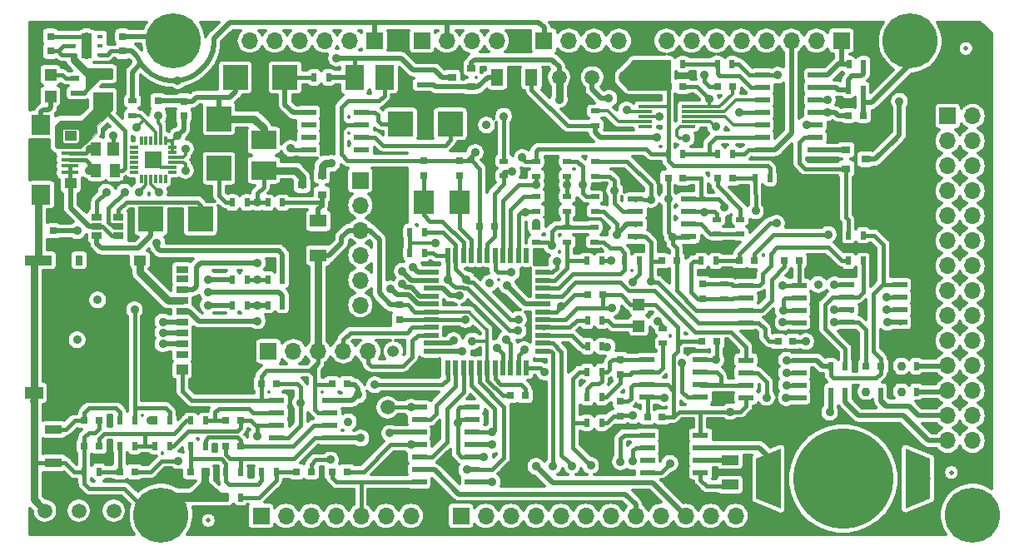
<source format=gtl>
G04 #@! TF.GenerationSoftware,KiCad,Pcbnew,5.0.2-bee76a0~70~ubuntu16.04.1*
G04 #@! TF.CreationDate,2019-04-16T07:24:40+05:30*
G04 #@! TF.ProjectId,PSLab,50534c61-622e-46b6-9963-61645f706362,v6.1*
G04 #@! TF.SameCoordinates,Original*
G04 #@! TF.FileFunction,Copper,L1,Top*
G04 #@! TF.FilePolarity,Positive*
%FSLAX46Y46*%
G04 Gerber Fmt 4.6, Leading zero omitted, Abs format (unit mm)*
G04 Created by KiCad (PCBNEW 5.0.2-bee76a0~70~ubuntu16.04.1) date Tue 16 Apr 2019 07:24:40 +0530*
%MOMM*%
%LPD*%
G01*
G04 APERTURE LIST*
G04 #@! TA.AperFunction,SMDPad,CuDef*
%ADD10C,2.500000*%
G04 #@! TD*
G04 #@! TA.AperFunction,Conductor*
%ADD11C,0.100000*%
G04 #@! TD*
G04 #@! TA.AperFunction,BGAPad,CuDef*
%ADD12C,10.200000*%
G04 #@! TD*
G04 #@! TA.AperFunction,SMDPad,CuDef*
%ADD13R,1.000000X2.500000*%
G04 #@! TD*
G04 #@! TA.AperFunction,SMDPad,CuDef*
%ADD14R,0.630000X0.450000*%
G04 #@! TD*
G04 #@! TA.AperFunction,SMDPad,CuDef*
%ADD15R,0.850000X0.300000*%
G04 #@! TD*
G04 #@! TA.AperFunction,SMDPad,CuDef*
%ADD16R,0.300000X0.850000*%
G04 #@! TD*
G04 #@! TA.AperFunction,SMDPad,CuDef*
%ADD17R,1.800000X1.800000*%
G04 #@! TD*
G04 #@! TA.AperFunction,SMDPad,CuDef*
%ADD18R,1.060000X0.650000*%
G04 #@! TD*
G04 #@! TA.AperFunction,SMDPad,CuDef*
%ADD19R,1.550000X0.600000*%
G04 #@! TD*
G04 #@! TA.AperFunction,SMDPad,CuDef*
%ADD20R,0.550000X1.500000*%
G04 #@! TD*
G04 #@! TA.AperFunction,SMDPad,CuDef*
%ADD21R,1.500000X0.550000*%
G04 #@! TD*
G04 #@! TA.AperFunction,SMDPad,CuDef*
%ADD22R,0.500000X0.900000*%
G04 #@! TD*
G04 #@! TA.AperFunction,SMDPad,CuDef*
%ADD23R,2.500000X2.550000*%
G04 #@! TD*
G04 #@! TA.AperFunction,SMDPad,CuDef*
%ADD24R,2.550000X2.500000*%
G04 #@! TD*
G04 #@! TA.AperFunction,SMDPad,CuDef*
%ADD25R,1.700000X1.300000*%
G04 #@! TD*
G04 #@! TA.AperFunction,SMDPad,CuDef*
%ADD26R,1.300000X1.700000*%
G04 #@! TD*
G04 #@! TA.AperFunction,SMDPad,CuDef*
%ADD27R,2.030000X1.140000*%
G04 #@! TD*
G04 #@! TA.AperFunction,SMDPad,CuDef*
%ADD28R,0.900000X0.800000*%
G04 #@! TD*
G04 #@! TA.AperFunction,SMDPad,CuDef*
%ADD29R,1.500000X0.600000*%
G04 #@! TD*
G04 #@! TA.AperFunction,SMDPad,CuDef*
%ADD30R,1.400000X0.300000*%
G04 #@! TD*
G04 #@! TA.AperFunction,SMDPad,CuDef*
%ADD31R,2.500000X1.950000*%
G04 #@! TD*
G04 #@! TA.AperFunction,SMDPad,CuDef*
%ADD32R,1.950000X2.500000*%
G04 #@! TD*
G04 #@! TA.AperFunction,ComponentPad*
%ADD33R,1.700000X1.700000*%
G04 #@! TD*
G04 #@! TA.AperFunction,ComponentPad*
%ADD34O,1.700000X1.700000*%
G04 #@! TD*
G04 #@! TA.AperFunction,SMDPad,CuDef*
%ADD35R,0.800000X0.750000*%
G04 #@! TD*
G04 #@! TA.AperFunction,SMDPad,CuDef*
%ADD36R,0.750000X0.800000*%
G04 #@! TD*
G04 #@! TA.AperFunction,SMDPad,CuDef*
%ADD37R,0.900000X0.500000*%
G04 #@! TD*
G04 #@! TA.AperFunction,BGAPad,CuDef*
%ADD38C,1.500000*%
G04 #@! TD*
G04 #@! TA.AperFunction,SMDPad,CuDef*
%ADD39R,1.200000X1.200000*%
G04 #@! TD*
G04 #@! TA.AperFunction,SMDPad,CuDef*
%ADD40R,2.000000X2.400000*%
G04 #@! TD*
G04 #@! TA.AperFunction,ComponentPad*
%ADD41O,1.200000X1.200000*%
G04 #@! TD*
G04 #@! TA.AperFunction,ComponentPad*
%ADD42C,5.600000*%
G04 #@! TD*
G04 #@! TA.AperFunction,BGAPad,CuDef*
%ADD43C,0.500000*%
G04 #@! TD*
G04 #@! TA.AperFunction,ComponentPad*
%ADD44R,1.900000X2.000000*%
G04 #@! TD*
G04 #@! TA.AperFunction,ComponentPad*
%ADD45R,1.250000X1.050000*%
G04 #@! TD*
G04 #@! TA.AperFunction,SMDPad,CuDef*
%ADD46R,1.800000X0.400000*%
G04 #@! TD*
G04 #@! TA.AperFunction,SMDPad,CuDef*
%ADD47R,1.200000X1.400000*%
G04 #@! TD*
G04 #@! TA.AperFunction,SMDPad,CuDef*
%ADD48R,1.000000X1.400000*%
G04 #@! TD*
G04 #@! TA.AperFunction,SMDPad,CuDef*
%ADD49R,1.900000X1.300000*%
G04 #@! TD*
G04 #@! TA.AperFunction,SMDPad,CuDef*
%ADD50R,2.800000X1.000000*%
G04 #@! TD*
G04 #@! TA.AperFunction,SMDPad,CuDef*
%ADD51R,0.800000X1.000000*%
G04 #@! TD*
G04 #@! TA.AperFunction,SMDPad,CuDef*
%ADD52R,1.200000X1.000000*%
G04 #@! TD*
G04 #@! TA.AperFunction,SMDPad,CuDef*
%ADD53R,1.200000X0.700000*%
G04 #@! TD*
G04 #@! TA.AperFunction,SMDPad,CuDef*
%ADD54R,1.700000X0.900000*%
G04 #@! TD*
G04 #@! TA.AperFunction,SMDPad,CuDef*
%ADD55R,1.800000X1.000000*%
G04 #@! TD*
G04 #@! TA.AperFunction,ViaPad*
%ADD56C,0.914400*%
G04 #@! TD*
G04 #@! TA.AperFunction,Conductor*
%ADD57C,0.304800*%
G04 #@! TD*
G04 #@! TA.AperFunction,Conductor*
%ADD58C,0.508000*%
G04 #@! TD*
G04 #@! TA.AperFunction,Conductor*
%ADD59C,0.762000*%
G04 #@! TD*
G04 #@! TA.AperFunction,Conductor*
%ADD60C,0.406400*%
G04 #@! TD*
G04 #@! TA.AperFunction,Conductor*
%ADD61C,0.254000*%
G04 #@! TD*
G04 #@! TA.AperFunction,Conductor*
%ADD62C,1.016000*%
G04 #@! TD*
G04 #@! TA.AperFunction,NonConductor*
%ADD63C,0.300000*%
G04 #@! TD*
G04 #@! TA.AperFunction,Conductor*
%ADD64C,0.300000*%
G04 #@! TD*
G04 APERTURE END LIST*
D10*
G04 #@! TO.P,BT1,1*
G04 #@! TO.N,Net-(BT1-Pad1)*
X166680000Y-107300000D03*
D11*
G04 #@! TD*
G04 #@! TO.N,Net-(BT1-Pad1)*
G04 #@! TO.C,BT1*
G36*
X165430000Y-109350000D02*
X165430000Y-105250000D01*
X167930000Y-104250000D01*
X167930000Y-110350000D01*
X165430000Y-109350000D01*
X165430000Y-109350000D01*
G37*
D10*
G04 #@! TO.P,BT1,1*
G04 #@! TO.N,Net-(BT1-Pad1)*
X181880000Y-107300000D03*
D11*
G04 #@! TD*
G04 #@! TO.N,Net-(BT1-Pad1)*
G04 #@! TO.C,BT1*
G36*
X180630000Y-110350000D02*
X180630000Y-104250000D01*
X183130000Y-105250000D01*
X183130000Y-109350000D01*
X180630000Y-110350000D01*
X180630000Y-110350000D01*
G37*
D12*
G04 #@! TO.P,BT1,2*
G04 #@! TO.N,GND*
X174280000Y-107300000D03*
G04 #@! TD*
D13*
G04 #@! TO.P,U1,7*
G04 #@! TO.N,GND*
X97350000Y-63260000D03*
D14*
G04 #@! TO.P,U1,6*
G04 #@! TO.N,+5V*
X96010000Y-64210000D03*
G04 #@! TO.P,U1,5*
X96010000Y-63260000D03*
G04 #@! TO.P,U1,4*
G04 #@! TO.N,GND*
X96010000Y-62310000D03*
G04 #@! TO.P,U1,3*
G04 #@! TO.N,N/C*
X98690000Y-62310000D03*
G04 #@! TO.P,U1,2*
X98690000Y-63260000D03*
G04 #@! TO.P,U1,1*
G04 #@! TO.N,3.3V*
X98690000Y-64210000D03*
G04 #@! TD*
D15*
G04 #@! TO.P,U14,1*
G04 #@! TO.N,N/C*
X106080000Y-76100000D03*
G04 #@! TO.P,U14,2*
G04 #@! TO.N,GND*
X106080000Y-75600000D03*
G04 #@! TO.P,U14,3*
G04 #@! TO.N,D+*
X106080000Y-75100000D03*
G04 #@! TO.P,U14,4*
G04 #@! TO.N,D-*
X106080000Y-74600000D03*
G04 #@! TO.P,U14,5*
G04 #@! TO.N,3.3V*
X106080000Y-74100000D03*
G04 #@! TO.P,U14,6*
X106080000Y-73600000D03*
D16*
G04 #@! TO.P,U14,7*
X105380000Y-72900000D03*
G04 #@! TO.P,U14,8*
G04 #@! TO.N,VBus*
X104880000Y-72900000D03*
G04 #@! TO.P,U14,9*
G04 #@! TO.N,Net-(JP2-Pad1)*
X104380000Y-72900000D03*
G04 #@! TO.P,U14,10*
G04 #@! TO.N,N/C*
X103880000Y-72900000D03*
G04 #@! TO.P,U14,11*
X103380000Y-72900000D03*
G04 #@! TO.P,U14,12*
X102880000Y-72900000D03*
D15*
G04 #@! TO.P,U14,13*
X102180000Y-73600000D03*
G04 #@! TO.P,U14,14*
X102180000Y-74100000D03*
G04 #@! TO.P,U14,15*
X102180000Y-74600000D03*
G04 #@! TO.P,U14,16*
X102180000Y-75100000D03*
G04 #@! TO.P,U14,17*
X102180000Y-75600000D03*
G04 #@! TO.P,U14,18*
X102180000Y-76100000D03*
D16*
G04 #@! TO.P,U14,19*
X102880000Y-76800000D03*
G04 #@! TO.P,U14,20*
G04 #@! TO.N,/MRxD*
X103380000Y-76800000D03*
G04 #@! TO.P,U14,21*
G04 #@! TO.N,/MTxD*
X103880000Y-76800000D03*
G04 #@! TO.P,U14,22*
G04 #@! TO.N,N/C*
X104380000Y-76800000D03*
G04 #@! TO.P,U14,23*
X104880000Y-76800000D03*
G04 #@! TO.P,U14,24*
X105380000Y-76800000D03*
D17*
G04 #@! TO.P,U14,25*
G04 #@! TO.N,GND*
X104130000Y-74850000D03*
G04 #@! TD*
D18*
G04 #@! TO.P,U4,1*
G04 #@! TO.N,+5V*
X98370000Y-80710000D03*
G04 #@! TO.P,U4,2*
G04 #@! TO.N,GND*
X98370000Y-81660000D03*
G04 #@! TO.P,U4,3*
G04 #@! TO.N,Net-(C14-Pad2)*
X98370000Y-82610000D03*
G04 #@! TO.P,U4,4*
G04 #@! TO.N,GND*
X100570000Y-82610000D03*
G04 #@! TO.P,U4,6*
G04 #@! TO.N,Net-(C14-Pad1)*
X100570000Y-80710000D03*
G04 #@! TO.P,U4,5*
G04 #@! TO.N,Net-(C11-Pad1)*
X100570000Y-81660000D03*
G04 #@! TD*
D19*
G04 #@! TO.P,U5,1*
G04 #@! TO.N,N/C*
X125300000Y-73855000D03*
G04 #@! TO.P,U5,2*
G04 #@! TO.N,Net-(C16-Pad1)*
X125300000Y-72585000D03*
G04 #@! TO.P,U5,3*
G04 #@! TO.N,GND*
X125300000Y-71315000D03*
G04 #@! TO.P,U5,4*
G04 #@! TO.N,Net-(C16-Pad2)*
X125300000Y-70045000D03*
G04 #@! TO.P,U5,5*
G04 #@! TO.N,Net-(C18-Pad2)*
X119900000Y-70045000D03*
G04 #@! TO.P,U5,6*
G04 #@! TO.N,N/C*
X119900000Y-71315000D03*
G04 #@! TO.P,U5,7*
X119900000Y-72585000D03*
G04 #@! TO.P,U5,8*
G04 #@! TO.N,Net-(C11-Pad1)*
X119900000Y-73855000D03*
G04 #@! TD*
D20*
G04 #@! TO.P,U3,1*
G04 #@! TO.N,CS.CH3*
X134060000Y-96020000D03*
G04 #@! TO.P,U3,2*
G04 #@! TO.N,Net-(U2-Pad2)*
X134860000Y-96020000D03*
G04 #@! TO.P,U3,3*
G04 #@! TO.N,Net-(U2-Pad5)*
X135660000Y-96020000D03*
G04 #@! TO.P,U3,4*
G04 #@! TO.N,SQ3*
X136460000Y-96020000D03*
G04 #@! TO.P,U3,5*
G04 #@! TO.N,SQ4*
X137260000Y-96020000D03*
G04 #@! TO.P,U3,6*
G04 #@! TO.N,GND*
X138060000Y-96020000D03*
G04 #@! TO.P,U3,7*
G04 #@! TO.N,Net-(C21-Pad2)*
X138860000Y-96020000D03*
G04 #@! TO.P,U3,8*
G04 #@! TO.N,/ID1*
X139660000Y-96020000D03*
G04 #@! TO.P,U3,9*
G04 #@! TO.N,/ID2*
X140460000Y-96020000D03*
G04 #@! TO.P,U3,10*
G04 #@! TO.N,/ID3*
X141260000Y-96020000D03*
G04 #@! TO.P,U3,11*
G04 #@! TO.N,/ID4*
X142060000Y-96020000D03*
D21*
G04 #@! TO.P,U3,12*
G04 #@! TO.N,CS.CH1*
X143760000Y-94320000D03*
G04 #@! TO.P,U3,13*
G04 #@! TO.N,CS.CH2*
X143760000Y-93520000D03*
G04 #@! TO.P,U3,14*
G04 #@! TO.N,Net-(R49-Pad1)*
X143760000Y-92720000D03*
G04 #@! TO.P,U3,15*
G04 #@! TO.N,RP147*
X143760000Y-91920000D03*
G04 #@! TO.P,U3,16*
G04 #@! TO.N,GND*
X143760000Y-91120000D03*
G04 #@! TO.P,U3,17*
G04 #@! TO.N,AVdd*
X143760000Y-90320000D03*
G04 #@! TO.P,U3,18*
G04 #@! TO.N,MCLR*
X143760000Y-89520000D03*
G04 #@! TO.P,U3,19*
G04 #@! TO.N,CH2out*
X143760000Y-88720000D03*
G04 #@! TO.P,U3,20*
G04 #@! TO.N,CH3out*
X143760000Y-87920000D03*
G04 #@! TO.P,U3,21*
G04 #@! TO.N,MICout*
X143760000Y-87120000D03*
G04 #@! TO.P,U3,22*
G04 #@! TO.N,CH1out*
X143760000Y-86320000D03*
D20*
G04 #@! TO.P,U3,23*
G04 #@! TO.N,N/C*
X142060000Y-84620000D03*
G04 #@! TO.P,U3,24*
G04 #@! TO.N,CAP*
X141260000Y-84620000D03*
G04 #@! TO.P,U3,25*
G04 #@! TO.N,Net-(R10-Pad2)*
X140460000Y-84620000D03*
G04 #@! TO.P,U3,26*
G04 #@! TO.N,SEN*
X139660000Y-84620000D03*
G04 #@! TO.P,U3,27*
G04 #@! TO.N,AN8*
X138860000Y-84620000D03*
G04 #@! TO.P,U3,28*
G04 #@! TO.N,3.3V*
X138060000Y-84620000D03*
G04 #@! TO.P,U3,29*
G04 #@! TO.N,GND*
X137260000Y-84620000D03*
G04 #@! TO.P,U3,30*
G04 #@! TO.N,Net-(C10-Pad2)*
X136460000Y-84620000D03*
G04 #@! TO.P,U3,31*
G04 #@! TO.N,Net-(C8-Pad2)*
X135660000Y-84620000D03*
G04 #@! TO.P,U3,32*
G04 #@! TO.N,SDA*
X134860000Y-84620000D03*
G04 #@! TO.P,U3,33*
G04 #@! TO.N,SCL*
X134060000Y-84620000D03*
D21*
G04 #@! TO.P,U3,34*
G04 #@! TO.N,SDO*
X132360000Y-86320000D03*
G04 #@! TO.P,U3,35*
G04 #@! TO.N,SDI*
X132360000Y-87120000D03*
G04 #@! TO.P,U3,36*
G04 #@! TO.N,SCK*
X132360000Y-87920000D03*
G04 #@! TO.P,U3,37*
G04 #@! TO.N,CS*
X132360000Y-88720000D03*
G04 #@! TO.P,U3,38*
G04 #@! TO.N,SW*
X132360000Y-89520000D03*
G04 #@! TO.P,U3,39*
G04 #@! TO.N,GND*
X132360000Y-90320000D03*
G04 #@! TO.P,U3,40*
G04 #@! TO.N,3.3V*
X132360000Y-91120000D03*
G04 #@! TO.P,U3,41*
G04 #@! TO.N,PGD2*
X132360000Y-91920000D03*
G04 #@! TO.P,U3,42*
G04 #@! TO.N,PGC2*
X132360000Y-92720000D03*
G04 #@! TO.P,U3,43*
G04 #@! TO.N,RxD*
X132360000Y-93520000D03*
G04 #@! TO.P,U3,44*
G04 #@! TO.N,TxD*
X132360000Y-94320000D03*
G04 #@! TD*
D22*
G04 #@! TO.P,R21,1*
G04 #@! TO.N,SINE2*
X113000000Y-106600000D03*
G04 #@! TO.P,R21,2*
G04 #@! TO.N,Net-(C40-Pad1)*
X111500000Y-106600000D03*
G04 #@! TD*
D19*
G04 #@! TO.P,U10,1*
G04 #@! TO.N,Net-(C29-Pad1)*
X154350000Y-95215000D03*
G04 #@! TO.P,U10,2*
G04 #@! TO.N,Net-(C29-Pad2)*
X154350000Y-96485000D03*
G04 #@! TO.P,U10,3*
G04 #@! TO.N,GND*
X154350000Y-97755000D03*
G04 #@! TO.P,U10,4*
G04 #@! TO.N,VR-*
X154350000Y-99025000D03*
G04 #@! TO.P,U10,5*
G04 #@! TO.N,Net-(R16-Pad1)*
X159750000Y-99025000D03*
G04 #@! TO.P,U10,6*
G04 #@! TO.N,Net-(U10-Pad6)*
X159750000Y-97755000D03*
G04 #@! TO.P,U10,7*
X159750000Y-96485000D03*
G04 #@! TO.P,U10,8*
G04 #@! TO.N,VR+*
X159750000Y-95215000D03*
G04 #@! TD*
D23*
G04 #@! TO.P,C11,1*
G04 #@! TO.N,Net-(C11-Pad1)*
X110780000Y-75725000D03*
G04 #@! TO.P,C11,2*
G04 #@! TO.N,GND*
X110780000Y-70675000D03*
G04 #@! TD*
D24*
G04 #@! TO.P,C14,1*
G04 #@! TO.N,Net-(C14-Pad1)*
X108925000Y-80910000D03*
G04 #@! TO.P,C14,2*
G04 #@! TO.N,Net-(C14-Pad2)*
X103875000Y-80910000D03*
G04 #@! TD*
G04 #@! TO.P,C16,1*
G04 #@! TO.N,Net-(C16-Pad1)*
X134325000Y-71200000D03*
G04 #@! TO.P,C16,2*
G04 #@! TO.N,Net-(C16-Pad2)*
X129275000Y-71200000D03*
G04 #@! TD*
G04 #@! TO.P,C18,1*
G04 #@! TO.N,GND*
X112465000Y-66480000D03*
G04 #@! TO.P,C18,2*
G04 #@! TO.N,Net-(C18-Pad2)*
X117515000Y-66480000D03*
G04 #@! TD*
D25*
G04 #@! TO.P,D1,1*
G04 #@! TO.N,GND*
X120890000Y-84580000D03*
G04 #@! TO.P,D1,2*
G04 #@! TO.N,Net-(D1-Pad2)*
X120890000Y-81080000D03*
G04 #@! TD*
D26*
G04 #@! TO.P,D2,1*
G04 #@! TO.N,Net-(D2-Pad1)*
X139080000Y-66480000D03*
G04 #@! TO.P,D2,2*
G04 #@! TO.N,GND*
X142580000Y-66480000D03*
G04 #@! TD*
D27*
G04 #@! TO.P,F1,1*
G04 #@! TO.N,VBus*
X99000000Y-68520000D03*
G04 #@! TO.P,F1,2*
G04 #@! TO.N,+5V*
X99000000Y-66120000D03*
G04 #@! TD*
D28*
G04 #@! TO.P,Q1,1*
G04 #@! TO.N,Net-(Q1-Pad1)*
X174560000Y-73860000D03*
G04 #@! TO.P,Q1,2*
G04 #@! TO.N,Net-(Q1-Pad2)*
X174560000Y-75760000D03*
G04 #@! TO.P,Q1,3*
G04 #@! TO.N,PCS*
X176560000Y-74810000D03*
G04 #@! TD*
D29*
G04 #@! TO.P,U2,1*
G04 #@! TO.N,+5V*
X131160000Y-100040000D03*
G04 #@! TO.P,U2,2*
G04 #@! TO.N,Net-(U2-Pad2)*
X131160000Y-101310000D03*
G04 #@! TO.P,U2,3*
G04 #@! TO.N,SQR1*
X131160000Y-102580000D03*
G04 #@! TO.P,U2,4*
G04 #@! TO.N,+5V*
X131160000Y-103850000D03*
G04 #@! TO.P,U2,5*
G04 #@! TO.N,Net-(U2-Pad5)*
X131160000Y-105120000D03*
G04 #@! TO.P,U2,6*
G04 #@! TO.N,SQR2*
X131160000Y-106390000D03*
G04 #@! TO.P,U2,7*
G04 #@! TO.N,GND*
X131160000Y-107660000D03*
G04 #@! TO.P,U2,8*
G04 #@! TO.N,SQR4*
X136560000Y-107660000D03*
G04 #@! TO.P,U2,9*
G04 #@! TO.N,SQ4*
X136560000Y-106390000D03*
G04 #@! TO.P,U2,10*
G04 #@! TO.N,+5V*
X136560000Y-105120000D03*
G04 #@! TO.P,U2,11*
G04 #@! TO.N,SQR3*
X136560000Y-103850000D03*
G04 #@! TO.P,U2,12*
G04 #@! TO.N,SQ3*
X136560000Y-102580000D03*
G04 #@! TO.P,U2,13*
G04 #@! TO.N,+5V*
X136560000Y-101310000D03*
G04 #@! TO.P,U2,14*
X136560000Y-100040000D03*
G04 #@! TD*
G04 #@! TO.P,U7,1*
G04 #@! TO.N,Net-(R19-Pad2)*
X166050000Y-66240000D03*
G04 #@! TO.P,U7,2*
G04 #@! TO.N,Net-(R18-Pad2)*
X166050000Y-67510000D03*
G04 #@! TO.P,U7,3*
G04 #@! TO.N,/I/O Processing/DAC1*
X166050000Y-68780000D03*
G04 #@! TO.P,U7,4*
G04 #@! TO.N,V+*
X166050000Y-70050000D03*
G04 #@! TO.P,U7,5*
G04 #@! TO.N,/I/O Processing/DAC2*
X166050000Y-71320000D03*
G04 #@! TO.P,U7,6*
G04 #@! TO.N,Net-(R35-Pad2)*
X166050000Y-72590000D03*
G04 #@! TO.P,U7,7*
G04 #@! TO.N,PVS2*
X166050000Y-73860000D03*
G04 #@! TO.P,U7,8*
G04 #@! TO.N,Net-(Q1-Pad1)*
X171450000Y-73860000D03*
G04 #@! TO.P,U7,9*
G04 #@! TO.N,Net-(Q1-Pad2)*
X171450000Y-72590000D03*
G04 #@! TO.P,U7,10*
G04 #@! TO.N,/I/O Processing/DAC4*
X171450000Y-71320000D03*
G04 #@! TO.P,U7,11*
G04 #@! TO.N,V-*
X171450000Y-70050000D03*
G04 #@! TO.P,U7,12*
G04 #@! TO.N,Net-(R19-Pad2)*
X171450000Y-68780000D03*
G04 #@! TO.P,U7,13*
G04 #@! TO.N,Net-(R25-Pad2)*
X171450000Y-67510000D03*
G04 #@! TO.P,U7,14*
G04 #@! TO.N,PVS1*
X171450000Y-66240000D03*
G04 #@! TD*
D19*
G04 #@! TO.P,U8,1*
G04 #@! TO.N,Net-(C23-Pad1)*
X164370000Y-87625000D03*
G04 #@! TO.P,U8,2*
G04 #@! TO.N,Net-(C23-Pad2)*
X164370000Y-88895000D03*
G04 #@! TO.P,U8,3*
G04 #@! TO.N,GND*
X164370000Y-90165000D03*
G04 #@! TO.P,U8,4*
G04 #@! TO.N,VR-*
X164370000Y-91435000D03*
G04 #@! TO.P,U8,5*
G04 #@! TO.N,Net-(R16-Pad1)*
X169770000Y-91435000D03*
G04 #@! TO.P,U8,6*
G04 #@! TO.N,Net-(U11-Pad3)*
X169770000Y-90165000D03*
G04 #@! TO.P,U8,7*
X169770000Y-88895000D03*
G04 #@! TO.P,U8,8*
G04 #@! TO.N,VR+*
X169770000Y-87625000D03*
G04 #@! TD*
D30*
G04 #@! TO.P,U9,1*
G04 #@! TO.N,AVdd*
X154150000Y-69450000D03*
G04 #@! TO.P,U9,2*
G04 #@! TO.N,SCL*
X154150000Y-69950000D03*
G04 #@! TO.P,U9,3*
G04 #@! TO.N,SDA*
X154150000Y-70450000D03*
G04 #@! TO.P,U9,4*
G04 #@! TO.N,Net-(R27-Pad1)*
X154150000Y-70950000D03*
G04 #@! TO.P,U9,5*
G04 #@! TO.N,N/C*
X154150000Y-71450000D03*
G04 #@! TO.P,U9,6*
G04 #@! TO.N,/I/O Processing/DAC4*
X158550000Y-71450000D03*
G04 #@! TO.P,U9,7*
G04 #@! TO.N,PVS3*
X158550000Y-70950000D03*
G04 #@! TO.P,U9,8*
G04 #@! TO.N,/I/O Processing/DAC2*
X158550000Y-70450000D03*
G04 #@! TO.P,U9,9*
G04 #@! TO.N,/I/O Processing/DAC1*
X158550000Y-69950000D03*
G04 #@! TO.P,U9,10*
G04 #@! TO.N,GND*
X158550000Y-69450000D03*
G04 #@! TD*
D19*
G04 #@! TO.P,U11,1*
G04 #@! TO.N,CH1out*
X174630000Y-87575000D03*
G04 #@! TO.P,U11,2*
G04 #@! TO.N,Net-(R22-Pad1)*
X174630000Y-88845000D03*
G04 #@! TO.P,U11,3*
G04 #@! TO.N,Net-(U11-Pad3)*
X174630000Y-90115000D03*
G04 #@! TO.P,U11,4*
G04 #@! TO.N,GND*
X174630000Y-91385000D03*
G04 #@! TO.P,U11,5*
G04 #@! TO.N,CS.CH1*
X180030000Y-91385000D03*
G04 #@! TO.P,U11,6*
G04 #@! TO.N,SDO*
X180030000Y-90115000D03*
G04 #@! TO.P,U11,7*
G04 #@! TO.N,SCK*
X180030000Y-88845000D03*
G04 #@! TO.P,U11,8*
G04 #@! TO.N,AVdd*
X180030000Y-87575000D03*
G04 #@! TD*
G04 #@! TO.P,U12,1*
G04 #@! TO.N,CH2out*
X164380000Y-95255000D03*
G04 #@! TO.P,U12,2*
G04 #@! TO.N,Net-(R28-Pad2)*
X164380000Y-96525000D03*
G04 #@! TO.P,U12,3*
G04 #@! TO.N,Net-(U10-Pad6)*
X164380000Y-97795000D03*
G04 #@! TO.P,U12,4*
G04 #@! TO.N,GND*
X164380000Y-99065000D03*
G04 #@! TO.P,U12,5*
G04 #@! TO.N,CS.CH2*
X169780000Y-99065000D03*
G04 #@! TO.P,U12,6*
G04 #@! TO.N,SDO*
X169780000Y-97795000D03*
G04 #@! TO.P,U12,7*
G04 #@! TO.N,SCK*
X169780000Y-96525000D03*
G04 #@! TO.P,U12,8*
G04 #@! TO.N,AVdd*
X169780000Y-95255000D03*
G04 #@! TD*
G04 #@! TO.P,U13,1*
G04 #@! TO.N,SINE2*
X122060000Y-103155000D03*
G04 #@! TO.P,U13,2*
G04 #@! TO.N,Net-(C36-Pad2)*
X122060000Y-101885000D03*
G04 #@! TO.P,U13,3*
G04 #@! TO.N,GND*
X122060000Y-100615000D03*
G04 #@! TO.P,U13,4*
G04 #@! TO.N,V-*
X122060000Y-99345000D03*
G04 #@! TO.P,U13,5*
G04 #@! TO.N,GND*
X116660000Y-99345000D03*
G04 #@! TO.P,U13,6*
G04 #@! TO.N,Net-(C30-Pad2)*
X116660000Y-100615000D03*
G04 #@! TO.P,U13,7*
G04 #@! TO.N,SINE1*
X116660000Y-101885000D03*
G04 #@! TO.P,U13,8*
G04 #@! TO.N,V+*
X116660000Y-103155000D03*
G04 #@! TD*
G04 #@! TO.P,U16,1*
G04 #@! TO.N,Net-(R33-Pad2)*
X153130000Y-78885000D03*
G04 #@! TO.P,U16,2*
G04 #@! TO.N,CH3.GAIN*
X153130000Y-80155000D03*
G04 #@! TO.P,U16,3*
G04 #@! TO.N,CH3*
X153130000Y-81425000D03*
G04 #@! TO.P,U16,4*
G04 #@! TO.N,VR-*
X153130000Y-82695000D03*
G04 #@! TO.P,U16,5*
G04 #@! TO.N,GND*
X158530000Y-82695000D03*
G04 #@! TO.P,U16,6*
G04 #@! TO.N,Net-(R46-Pad1)*
X158530000Y-81425000D03*
G04 #@! TO.P,U16,7*
G04 #@! TO.N,Net-(R14-Pad2)*
X158530000Y-80155000D03*
G04 #@! TO.P,U16,8*
G04 #@! TO.N,VR+*
X158530000Y-78885000D03*
G04 #@! TD*
D28*
G04 #@! TO.P,Q2,1*
G04 #@! TO.N,Net-(D1-Pad2)*
X121260000Y-78380000D03*
G04 #@! TO.P,Q2,2*
G04 #@! TO.N,VR+*
X121260000Y-76480000D03*
G04 #@! TO.P,Q2,3*
G04 #@! TO.N,V+*
X119260000Y-77430000D03*
G04 #@! TD*
G04 #@! TO.P,Q3,1*
G04 #@! TO.N,Net-(D2-Pad1)*
X136480000Y-67430000D03*
G04 #@! TO.P,Q3,2*
G04 #@! TO.N,VR-*
X136480000Y-65530000D03*
G04 #@! TO.P,Q3,3*
G04 #@! TO.N,V-*
X134480000Y-66480000D03*
G04 #@! TD*
D31*
G04 #@! TO.P,C12,1*
G04 #@! TO.N,V+*
X115350000Y-75925000D03*
G04 #@! TO.P,C12,2*
G04 #@! TO.N,GND*
X115350000Y-72875000D03*
G04 #@! TD*
D32*
G04 #@! TO.P,C19,1*
G04 #@! TO.N,GND*
X127605000Y-66480000D03*
G04 #@! TO.P,C19,2*
G04 #@! TO.N,V-*
X124555000Y-66480000D03*
G04 #@! TD*
D33*
G04 #@! TO.P,J6,1*
G04 #@! TO.N,GND*
X131430000Y-62750000D03*
D34*
G04 #@! TO.P,J6,2*
G04 #@! TO.N,3.3V*
X133970000Y-62750000D03*
G04 #@! TO.P,J6,3*
G04 #@! TO.N,SCL*
X136510000Y-62750000D03*
G04 #@! TO.P,J6,4*
G04 #@! TO.N,SDA*
X139050000Y-62750000D03*
G04 #@! TD*
D35*
G04 #@! TO.P,C2,2*
G04 #@! TO.N,3.3V*
X93910000Y-82100000D03*
G04 #@! TO.P,C2,1*
G04 #@! TO.N,GND*
X92410000Y-82100000D03*
G04 #@! TD*
D36*
G04 #@! TO.P,C4,2*
G04 #@! TO.N,GND*
X129130000Y-89610000D03*
G04 #@! TO.P,C4,1*
G04 #@! TO.N,3.3V*
X129130000Y-91110000D03*
G04 #@! TD*
D35*
G04 #@! TO.P,C6,2*
G04 #@! TO.N,Net-(C6-Pad2)*
X100700000Y-106600000D03*
G04 #@! TO.P,C6,1*
G04 #@! TO.N,SQ4*
X102200000Y-106600000D03*
G04 #@! TD*
G04 #@! TO.P,C7,2*
G04 #@! TO.N,GND*
X97100000Y-104000000D03*
G04 #@! TO.P,C7,1*
G04 #@! TO.N,Net-(C7-Pad1)*
X98600000Y-104000000D03*
G04 #@! TD*
D36*
G04 #@! TO.P,C8,2*
G04 #@! TO.N,Net-(C8-Pad2)*
X131600000Y-76440000D03*
G04 #@! TO.P,C8,1*
G04 #@! TO.N,GND*
X131600000Y-74940000D03*
G04 #@! TD*
D35*
G04 #@! TO.P,C9,2*
G04 #@! TO.N,+5V*
X123800000Y-106600000D03*
G04 #@! TO.P,C9,1*
G04 #@! TO.N,GND*
X122300000Y-106600000D03*
G04 #@! TD*
D36*
G04 #@! TO.P,C10,2*
G04 #@! TO.N,Net-(C10-Pad2)*
X135290000Y-76440000D03*
G04 #@! TO.P,C10,1*
G04 #@! TO.N,GND*
X135290000Y-74940000D03*
G04 #@! TD*
D35*
G04 #@! TO.P,C13,2*
G04 #@! TO.N,3.3V*
X138810000Y-81630000D03*
G04 #@! TO.P,C13,1*
G04 #@! TO.N,GND*
X137310000Y-81630000D03*
G04 #@! TD*
D36*
G04 #@! TO.P,C15,2*
G04 #@! TO.N,3.3V*
X101000000Y-63810000D03*
G04 #@! TO.P,C15,1*
G04 #@! TO.N,GND*
X101000000Y-62310000D03*
G04 #@! TD*
D35*
G04 #@! TO.P,C17,2*
G04 #@! TO.N,AVdd*
X148300000Y-88620000D03*
G04 #@! TO.P,C17,1*
G04 #@! TO.N,GND*
X149800000Y-88620000D03*
G04 #@! TD*
D36*
G04 #@! TO.P,C20,2*
G04 #@! TO.N,+5V*
X93650000Y-63810000D03*
G04 #@! TO.P,C20,1*
G04 #@! TO.N,GND*
X93650000Y-62310000D03*
G04 #@! TD*
D35*
G04 #@! TO.P,C21,2*
G04 #@! TO.N,Net-(C21-Pad2)*
X141920000Y-98840000D03*
G04 #@! TO.P,C21,1*
G04 #@! TO.N,GND*
X140420000Y-98840000D03*
G04 #@! TD*
G04 #@! TO.P,C22,2*
G04 #@! TO.N,VR-*
X167660000Y-93340000D03*
G04 #@! TO.P,C22,1*
G04 #@! TO.N,GND*
X169160000Y-93340000D03*
G04 #@! TD*
D36*
G04 #@! TO.P,C23,2*
G04 #@! TO.N,Net-(C23-Pad2)*
X159970000Y-89000000D03*
G04 #@! TO.P,C23,1*
G04 #@! TO.N,Net-(C23-Pad1)*
X159970000Y-87500000D03*
G04 #@! TD*
D35*
G04 #@! TO.P,C24,2*
G04 #@! TO.N,AVdd*
X156470000Y-67400000D03*
G04 #@! TO.P,C24,1*
G04 #@! TO.N,GND*
X157970000Y-67400000D03*
G04 #@! TD*
G04 #@! TO.P,C25,2*
G04 #@! TO.N,ACH1*
X165220000Y-85140000D03*
G04 #@! TO.P,C25,1*
G04 #@! TO.N,CH1*
X163720000Y-85140000D03*
G04 #@! TD*
G04 #@! TO.P,C26,2*
G04 #@! TO.N,VR+*
X169770000Y-85140000D03*
G04 #@! TO.P,C26,1*
G04 #@! TO.N,GND*
X168270000Y-85140000D03*
G04 #@! TD*
G04 #@! TO.P,C27,2*
G04 #@! TO.N,GND*
X163000000Y-67400000D03*
G04 #@! TO.P,C27,1*
G04 #@! TO.N,V+*
X161500000Y-67400000D03*
G04 #@! TD*
G04 #@! TO.P,C28,2*
G04 #@! TO.N,VR-*
X154360000Y-101030000D03*
G04 #@! TO.P,C28,1*
G04 #@! TO.N,GND*
X155860000Y-101030000D03*
G04 #@! TD*
D36*
G04 #@! TO.P,C29,2*
G04 #@! TO.N,Net-(C29-Pad2)*
X151600000Y-96680000D03*
G04 #@! TO.P,C29,1*
G04 #@! TO.N,Net-(C29-Pad1)*
X151600000Y-95180000D03*
G04 #@! TD*
D35*
G04 #@! TO.P,C30,2*
G04 #@! TO.N,Net-(C30-Pad2)*
X111500000Y-101400000D03*
G04 #@! TO.P,C30,1*
G04 #@! TO.N,SINE1*
X113000000Y-101400000D03*
G04 #@! TD*
G04 #@! TO.P,C31,2*
G04 #@! TO.N,VR+*
X161420000Y-93340000D03*
G04 #@! TO.P,C31,1*
G04 #@! TO.N,GND*
X159920000Y-93340000D03*
G04 #@! TD*
G04 #@! TO.P,C32,2*
G04 #@! TO.N,GND*
X176300000Y-70350000D03*
G04 #@! TO.P,C32,1*
G04 #@! TO.N,V-*
X174800000Y-70350000D03*
G04 #@! TD*
G04 #@! TO.P,C33,2*
G04 #@! TO.N,Net-(C33-Pad2)*
X118700000Y-106600000D03*
G04 #@! TO.P,C33,1*
G04 #@! TO.N,SQ3*
X120200000Y-106600000D03*
G04 #@! TD*
G04 #@! TO.P,C34,2*
G04 #@! TO.N,VR-*
X155840000Y-85140000D03*
G04 #@! TO.P,C34,1*
G04 #@! TO.N,GND*
X157340000Y-85140000D03*
G04 #@! TD*
G04 #@! TO.P,C35,2*
G04 #@! TO.N,V+*
X116600000Y-97650000D03*
G04 #@! TO.P,C35,1*
G04 #@! TO.N,GND*
X115100000Y-97650000D03*
G04 #@! TD*
G04 #@! TO.P,C36,2*
G04 #@! TO.N,Net-(C36-Pad2)*
X113000000Y-104000000D03*
G04 #@! TO.P,C36,1*
G04 #@! TO.N,SINE2*
X111500000Y-104000000D03*
G04 #@! TD*
G04 #@! TO.P,C37,2*
G04 #@! TO.N,VR+*
X157970000Y-76720000D03*
G04 #@! TO.P,C37,1*
G04 #@! TO.N,GND*
X156470000Y-76720000D03*
G04 #@! TD*
G04 #@! TO.P,C38,2*
G04 #@! TO.N,V-*
X123800000Y-97650000D03*
G04 #@! TO.P,C38,1*
G04 #@! TO.N,GND*
X122300000Y-97650000D03*
G04 #@! TD*
G04 #@! TO.P,C39,2*
G04 #@! TO.N,AVdd*
X178100000Y-95850000D03*
G04 #@! TO.P,C39,1*
G04 #@! TO.N,GND*
X176600000Y-95850000D03*
G04 #@! TD*
G04 #@! TO.P,C40,2*
G04 #@! TO.N,GND*
X109400000Y-106600000D03*
G04 #@! TO.P,C40,1*
G04 #@! TO.N,Net-(C40-Pad1)*
X107900000Y-106600000D03*
G04 #@! TD*
D36*
G04 #@! TO.P,C41,2*
G04 #@! TO.N,AVdd*
X151610000Y-100940000D03*
G04 #@! TO.P,C41,1*
G04 #@! TO.N,GND*
X151610000Y-99440000D03*
G04 #@! TD*
D35*
G04 #@! TO.P,C42,2*
G04 #@! TO.N,MIC*
X163000000Y-76730000D03*
G04 #@! TO.P,C42,1*
G04 #@! TO.N,Net-(C42-Pad1)*
X161500000Y-76730000D03*
G04 #@! TD*
D37*
G04 #@! TO.P,R1,1*
G04 #@! TO.N,3.3V*
X139760000Y-76500000D03*
G04 #@! TO.P,R1,2*
G04 #@! TO.N,MCLR*
X139760000Y-75000000D03*
G04 #@! TD*
D22*
G04 #@! TO.P,R2,1*
G04 #@! TO.N,SCL*
X131670000Y-84330000D03*
G04 #@! TO.P,R2,2*
G04 #@! TO.N,3.3V*
X130170000Y-84330000D03*
G04 #@! TD*
G04 #@! TO.P,R3,1*
G04 #@! TO.N,SDA*
X131670000Y-82240000D03*
G04 #@! TO.P,R3,2*
G04 #@! TO.N,3.3V*
X130170000Y-82240000D03*
G04 #@! TD*
G04 #@! TO.P,R4,1*
G04 #@! TO.N,V+*
X113650000Y-79210000D03*
G04 #@! TO.P,R4,2*
G04 #@! TO.N,Net-(C11-Pad1)*
X112150000Y-79210000D03*
G04 #@! TD*
G04 #@! TO.P,R5,1*
G04 #@! TO.N,V+*
X115750000Y-79220000D03*
G04 #@! TO.P,R5,2*
G04 #@! TO.N,Net-(D1-Pad2)*
X117250000Y-79220000D03*
G04 #@! TD*
G04 #@! TO.P,R6,1*
G04 #@! TO.N,IDA*
X174500000Y-98450000D03*
G04 #@! TO.P,R6,2*
G04 #@! TO.N,/ID1*
X173000000Y-98450000D03*
G04 #@! TD*
G04 #@! TO.P,R7,1*
G04 #@! TO.N,IDB*
X178100000Y-98450000D03*
G04 #@! TO.P,R7,2*
G04 #@! TO.N,/ID2*
X176600000Y-98450000D03*
G04 #@! TD*
G04 #@! TO.P,R8,1*
G04 #@! TO.N,IDC*
X181700000Y-98450000D03*
G04 #@! TO.P,R8,2*
G04 #@! TO.N,/ID3*
X180200000Y-98450000D03*
G04 #@! TD*
G04 #@! TO.P,R9,1*
G04 #@! TO.N,IDD*
X181700000Y-95850000D03*
G04 #@! TO.P,R9,2*
G04 #@! TO.N,/ID4*
X180200000Y-95850000D03*
G04 #@! TD*
D37*
G04 #@! TO.P,R11,1*
G04 #@! TO.N,Net-(D2-Pad1)*
X131350000Y-67230000D03*
G04 #@! TO.P,R11,2*
G04 #@! TO.N,V-*
X131350000Y-65730000D03*
G04 #@! TD*
G04 #@! TO.P,R12,1*
G04 #@! TO.N,AVdd*
X143030000Y-75020000D03*
G04 #@! TO.P,R12,2*
G04 #@! TO.N,SEN*
X143030000Y-76520000D03*
G04 #@! TD*
D22*
G04 #@! TO.P,R13,1*
G04 #@! TO.N,V-*
X121950000Y-66480000D03*
G04 #@! TO.P,R13,2*
G04 #@! TO.N,Net-(C18-Pad2)*
X120450000Y-66480000D03*
G04 #@! TD*
G04 #@! TO.P,R14,1*
G04 #@! TO.N,MICout*
X148200000Y-85140000D03*
G04 #@! TO.P,R14,2*
G04 #@! TO.N,Net-(R14-Pad2)*
X149700000Y-85140000D03*
G04 #@! TD*
G04 #@! TO.P,R15,1*
G04 #@! TO.N,Net-(C36-Pad2)*
X109400000Y-104000000D03*
G04 #@! TO.P,R15,2*
G04 #@! TO.N,Net-(C40-Pad1)*
X107900000Y-104000000D03*
G04 #@! TD*
D37*
G04 #@! TO.P,R16,1*
G04 #@! TO.N,Net-(R16-Pad1)*
X146210000Y-78590000D03*
G04 #@! TO.P,R16,2*
G04 #@! TO.N,AVdd*
X146210000Y-80090000D03*
G04 #@! TD*
G04 #@! TO.P,R17,1*
G04 #@! TO.N,Net-(R16-Pad1)*
X146210000Y-76520000D03*
G04 #@! TO.P,R17,2*
G04 #@! TO.N,GND*
X146210000Y-75020000D03*
G04 #@! TD*
D22*
G04 #@! TO.P,R18,1*
G04 #@! TO.N,AVdd*
X156470000Y-65150000D03*
G04 #@! TO.P,R18,2*
G04 #@! TO.N,Net-(R18-Pad2)*
X157970000Y-65150000D03*
G04 #@! TD*
G04 #@! TO.P,R19,1*
G04 #@! TO.N,Net-(R18-Pad2)*
X161480000Y-65150000D03*
G04 #@! TO.P,R19,2*
G04 #@! TO.N,Net-(R19-Pad2)*
X162980000Y-65150000D03*
G04 #@! TD*
D37*
G04 #@! TO.P,R20,1*
G04 #@! TO.N,Net-(C23-Pad1)*
X162160000Y-87510000D03*
G04 #@! TO.P,R20,2*
G04 #@! TO.N,Net-(C23-Pad2)*
X162160000Y-89010000D03*
G04 #@! TD*
D22*
G04 #@! TO.P,R22,1*
G04 #@! TO.N,Net-(R22-Pad1)*
X174500000Y-95850000D03*
G04 #@! TO.P,R22,2*
G04 #@! TO.N,AVdd*
X173000000Y-95850000D03*
G04 #@! TD*
G04 #@! TO.P,R23,1*
G04 #@! TO.N,Net-(R22-Pad1)*
X176300000Y-85140000D03*
G04 #@! TO.P,R23,2*
G04 #@! TO.N,Net-(C23-Pad1)*
X174800000Y-85140000D03*
G04 #@! TD*
G04 #@! TO.P,R24,1*
G04 #@! TO.N,CH1*
X161320000Y-85140000D03*
G04 #@! TO.P,R24,2*
G04 #@! TO.N,Net-(C23-Pad2)*
X159820000Y-85140000D03*
G04 #@! TD*
G04 #@! TO.P,R25,2*
G04 #@! TO.N,Net-(R25-Pad2)*
X174790000Y-67750000D03*
G04 #@! TO.P,R25,1*
G04 #@! TO.N,GND*
X176290000Y-67750000D03*
G04 #@! TD*
G04 #@! TO.P,R26,1*
G04 #@! TO.N,Net-(R25-Pad2)*
X176350000Y-65150000D03*
G04 #@! TO.P,R26,2*
G04 #@! TO.N,PVS1*
X174850000Y-65150000D03*
G04 #@! TD*
D37*
G04 #@! TO.P,R27,1*
G04 #@! TO.N,Net-(R27-Pad1)*
X149050000Y-69890000D03*
G04 #@! TO.P,R27,2*
G04 #@! TO.N,GND*
X149050000Y-71390000D03*
G04 #@! TD*
D22*
G04 #@! TO.P,R28,1*
G04 #@! TO.N,Net-(C29-Pad1)*
X149730000Y-96420000D03*
G04 #@! TO.P,R28,2*
G04 #@! TO.N,Net-(R28-Pad2)*
X148230000Y-96420000D03*
G04 #@! TD*
G04 #@! TO.P,R29,1*
G04 #@! TO.N,AVdd*
X149710000Y-101620000D03*
G04 #@! TO.P,R29,2*
G04 #@! TO.N,Net-(R28-Pad2)*
X148210000Y-101620000D03*
G04 #@! TD*
G04 #@! TO.P,R30,1*
G04 #@! TO.N,Net-(C29-Pad1)*
X148230000Y-99020000D03*
G04 #@! TO.P,R30,2*
G04 #@! TO.N,Net-(C29-Pad2)*
X149730000Y-99020000D03*
G04 #@! TD*
D37*
G04 #@! TO.P,R31,1*
G04 #@! TO.N,MICout*
X146200000Y-83210000D03*
G04 #@! TO.P,R31,2*
G04 #@! TO.N,AVdd*
X146200000Y-81710000D03*
G04 #@! TD*
G04 #@! TO.P,R32,1*
G04 #@! TO.N,CH3out*
X148950000Y-83210000D03*
G04 #@! TO.P,R32,2*
G04 #@! TO.N,AVdd*
X148950000Y-81710000D03*
G04 #@! TD*
D22*
G04 #@! TO.P,R33,1*
G04 #@! TO.N,CH3out*
X152040000Y-85140000D03*
G04 #@! TO.P,R33,2*
G04 #@! TO.N,Net-(R33-Pad2)*
X153540000Y-85140000D03*
G04 #@! TD*
D37*
G04 #@! TO.P,R34,1*
G04 #@! TO.N,CH2*
X155960000Y-92020000D03*
G04 #@! TO.P,R34,2*
G04 #@! TO.N,Net-(C29-Pad2)*
X155960000Y-93520000D03*
G04 #@! TD*
D22*
G04 #@! TO.P,R35,1*
G04 #@! TO.N,AVdd*
X156470000Y-74290000D03*
G04 #@! TO.P,R35,2*
G04 #@! TO.N,Net-(R35-Pad2)*
X157970000Y-74290000D03*
G04 #@! TD*
G04 #@! TO.P,R36,1*
G04 #@! TO.N,AVdd*
X176300000Y-82540000D03*
G04 #@! TO.P,R36,2*
G04 #@! TO.N,Net-(Q1-Pad2)*
X174800000Y-82540000D03*
G04 #@! TD*
G04 #@! TO.P,R37,1*
G04 #@! TO.N,Net-(R35-Pad2)*
X161500000Y-74290000D03*
G04 #@! TO.P,R37,2*
G04 #@! TO.N,PVS2*
X163000000Y-74290000D03*
G04 #@! TD*
D37*
G04 #@! TO.P,R38,1*
G04 #@! TO.N,CH3.GAIN*
X149050000Y-76520000D03*
G04 #@! TO.P,R38,2*
G04 #@! TO.N,Net-(R33-Pad2)*
X149050000Y-75020000D03*
G04 #@! TD*
D22*
G04 #@! TO.P,R39,1*
G04 #@! TO.N,MIC*
X165350000Y-76730000D03*
G04 #@! TO.P,R39,2*
G04 #@! TO.N,AVdd*
X166850000Y-76730000D03*
G04 #@! TD*
G04 #@! TO.P,R40,1*
G04 #@! TO.N,Net-(C33-Pad2)*
X113000000Y-109200000D03*
G04 #@! TO.P,R40,2*
G04 #@! TO.N,GND*
X111500000Y-109200000D03*
G04 #@! TD*
G04 #@! TO.P,R41,1*
G04 #@! TO.N,Net-(C30-Pad2)*
X109400000Y-101400000D03*
G04 #@! TO.P,R41,2*
G04 #@! TO.N,Net-(C7-Pad1)*
X107900000Y-101400000D03*
G04 #@! TD*
G04 #@! TO.P,R42,1*
G04 #@! TO.N,Net-(C7-Pad1)*
X104300000Y-104000000D03*
G04 #@! TO.P,R42,2*
G04 #@! TO.N,SINE1*
X105800000Y-104000000D03*
G04 #@! TD*
G04 #@! TO.P,R43,1*
G04 #@! TO.N,Net-(C6-Pad2)*
X100700000Y-104000000D03*
G04 #@! TO.P,R43,2*
G04 #@! TO.N,Net-(C7-Pad1)*
X102200000Y-104000000D03*
G04 #@! TD*
G04 #@! TO.P,R44,1*
G04 #@! TO.N,Net-(C33-Pad2)*
X116600000Y-106600000D03*
G04 #@! TO.P,R44,2*
G04 #@! TO.N,Net-(C40-Pad1)*
X115100000Y-106600000D03*
G04 #@! TD*
D37*
G04 #@! TO.P,R45,1*
G04 #@! TO.N,GND*
X149020000Y-78590000D03*
G04 #@! TO.P,R45,2*
G04 #@! TO.N,CH3*
X149020000Y-80090000D03*
G04 #@! TD*
G04 #@! TO.P,R46,1*
G04 #@! TO.N,Net-(R46-Pad1)*
X161425000Y-82425000D03*
G04 #@! TO.P,R46,2*
G04 #@! TO.N,Net-(R14-Pad2)*
X161425000Y-80925000D03*
G04 #@! TD*
G04 #@! TO.P,R47,1*
G04 #@! TO.N,Net-(R46-Pad1)*
X163820000Y-82420000D03*
G04 #@! TO.P,R47,2*
G04 #@! TO.N,Net-(C42-Pad1)*
X163820000Y-80920000D03*
G04 #@! TD*
D22*
G04 #@! TO.P,R49,1*
G04 #@! TO.N,Net-(R49-Pad1)*
X148260000Y-93820000D03*
G04 #@! TO.P,R49,2*
G04 #@! TO.N,FCin*
X149760000Y-93820000D03*
G04 #@! TD*
G04 #@! TO.P,R52,1*
G04 #@! TO.N,Net-(D3-Pad2)*
X149760000Y-91220000D03*
G04 #@! TO.P,R52,2*
G04 #@! TO.N,RP147*
X148260000Y-91220000D03*
G04 #@! TD*
D37*
G04 #@! TO.P,R53,1*
G04 #@! TO.N,Net-(D4-Pad2)*
X96140000Y-66570000D03*
G04 #@! TO.P,R53,2*
G04 #@! TO.N,+5V*
X96140000Y-68070000D03*
G04 #@! TD*
D22*
G04 #@! TO.P,R54,1*
G04 #@! TO.N,RxD*
X113650000Y-87040000D03*
G04 #@! TO.P,R54,2*
G04 #@! TO.N,/MRxD*
X112150000Y-87040000D03*
G04 #@! TD*
G04 #@! TO.P,R55,1*
G04 #@! TO.N,TxD*
X113650000Y-89640000D03*
G04 #@! TO.P,R55,2*
G04 #@! TO.N,/MTxD*
X112150000Y-89640000D03*
G04 #@! TD*
G04 #@! TO.P,R56,1*
G04 #@! TO.N,/ERxD*
X117250000Y-87040000D03*
G04 #@! TO.P,R56,2*
G04 #@! TO.N,RxD*
X115750000Y-87040000D03*
G04 #@! TD*
G04 #@! TO.P,R57,1*
G04 #@! TO.N,/ETxD*
X117250000Y-89640000D03*
G04 #@! TO.P,R57,2*
G04 #@! TO.N,TxD*
X115750000Y-89640000D03*
G04 #@! TD*
D38*
G04 #@! TO.P,TP1,1*
G04 #@! TO.N,V-*
X100090000Y-110570000D03*
G04 #@! TD*
G04 #@! TO.P,TP2,1*
G04 #@! TO.N,V+*
X96530000Y-110570000D03*
G04 #@! TD*
G04 #@! TO.P,TP3,1*
G04 #@! TO.N,+5V*
X127950000Y-100050000D03*
G04 #@! TD*
G04 #@! TO.P,TP4,1*
G04 #@! TO.N,GND*
X93090000Y-110570000D03*
G04 #@! TD*
D37*
G04 #@! TO.P,L1,1*
G04 #@! TO.N,AVdd*
X143070000Y-83210000D03*
G04 #@! TO.P,L1,2*
G04 #@! TO.N,3.3V*
X143070000Y-81710000D03*
G04 #@! TD*
D39*
G04 #@! TO.P,D3,2*
G04 #@! TO.N,Net-(D3-Pad2)*
X153480000Y-91760000D03*
G04 #@! TO.P,D3,1*
G04 #@! TO.N,GND*
X153480000Y-89560000D03*
G04 #@! TD*
G04 #@! TO.P,D4,2*
G04 #@! TO.N,Net-(D4-Pad2)*
X93650000Y-66200000D03*
G04 #@! TO.P,D4,1*
G04 #@! TO.N,GND*
X93650000Y-68400000D03*
G04 #@! TD*
D40*
G04 #@! TO.P,X1,1*
G04 #@! TO.N,Net-(C8-Pad2)*
X131590000Y-79210000D03*
G04 #@! TO.P,X1,2*
G04 #@! TO.N,Net-(C10-Pad2)*
X135290000Y-79210000D03*
G04 #@! TD*
D33*
G04 #@! TO.P,J16,1*
G04 #@! TO.N,3.3V*
X143850000Y-62750000D03*
D34*
G04 #@! TO.P,J16,2*
G04 #@! TO.N,GND*
X146390000Y-62750000D03*
G04 #@! TO.P,J16,3*
G04 #@! TO.N,SCL*
X148930000Y-62750000D03*
G04 #@! TO.P,J16,4*
G04 #@! TO.N,SDA*
X151470000Y-62750000D03*
G04 #@! TD*
D33*
G04 #@! TO.P,J4,1*
G04 #@! TO.N,GND*
X135400000Y-111090000D03*
D34*
G04 #@! TO.P,J4,2*
G04 #@! TO.N,SINE1*
X137940000Y-111090000D03*
G04 #@! TO.P,J4,3*
G04 #@! TO.N,GND*
X140480000Y-111090000D03*
G04 #@! TO.P,J4,4*
G04 #@! TO.N,SINE2*
X143020000Y-111090000D03*
G04 #@! TO.P,J4,5*
G04 #@! TO.N,GND*
X145560000Y-111090000D03*
G04 #@! TO.P,J4,6*
G04 #@! TO.N,SQR1*
X148100000Y-111090000D03*
G04 #@! TO.P,J4,7*
G04 #@! TO.N,GND*
X150640000Y-111090000D03*
G04 #@! TO.P,J4,8*
G04 #@! TO.N,SQR2*
X153180000Y-111090000D03*
G04 #@! TO.P,J4,9*
G04 #@! TO.N,GND*
X155720000Y-111090000D03*
G04 #@! TO.P,J4,10*
G04 #@! TO.N,SQR3*
X158260000Y-111090000D03*
G04 #@! TO.P,J4,11*
G04 #@! TO.N,GND*
X160800000Y-111090000D03*
G04 #@! TO.P,J4,12*
G04 #@! TO.N,SQR4*
X163340000Y-111090000D03*
G04 #@! TD*
D33*
G04 #@! TO.P,J2,1*
G04 #@! TO.N,AN8*
X184890000Y-70410000D03*
D34*
G04 #@! TO.P,J2,2*
G04 #@! TO.N,GND*
X187430000Y-70410000D03*
G04 #@! TO.P,J2,3*
G04 #@! TO.N,SEN*
X184890000Y-72950000D03*
G04 #@! TO.P,J2,4*
G04 #@! TO.N,GND*
X187430000Y-72950000D03*
G04 #@! TO.P,J2,5*
G04 #@! TO.N,CAP*
X184890000Y-75490000D03*
G04 #@! TO.P,J2,6*
G04 #@! TO.N,GND*
X187430000Y-75490000D03*
G04 #@! TO.P,J2,7*
G04 #@! TO.N,FCin*
X184890000Y-78030000D03*
G04 #@! TO.P,J2,8*
G04 #@! TO.N,GND*
X187430000Y-78030000D03*
G04 #@! TO.P,J2,9*
G04 #@! TO.N,MIC*
X184890000Y-80570000D03*
G04 #@! TO.P,J2,10*
G04 #@! TO.N,GND*
X187430000Y-80570000D03*
G04 #@! TO.P,J2,11*
G04 #@! TO.N,CH3.GAIN*
X184890000Y-83110000D03*
G04 #@! TO.P,J2,12*
G04 #@! TO.N,GND*
X187430000Y-83110000D03*
G04 #@! TO.P,J2,13*
G04 #@! TO.N,CH3*
X184890000Y-85650000D03*
G04 #@! TO.P,J2,14*
G04 #@! TO.N,GND*
X187430000Y-85650000D03*
G04 #@! TO.P,J2,15*
G04 #@! TO.N,CH2*
X184890000Y-88190000D03*
G04 #@! TO.P,J2,16*
G04 #@! TO.N,GND*
X187430000Y-88190000D03*
G04 #@! TO.P,J2,17*
G04 #@! TO.N,CH1*
X184890000Y-90730000D03*
G04 #@! TO.P,J2,18*
G04 #@! TO.N,GND*
X187430000Y-90730000D03*
G04 #@! TO.P,J2,19*
G04 #@! TO.N,ACH1*
X184890000Y-93270000D03*
G04 #@! TO.P,J2,20*
G04 #@! TO.N,GND*
X187430000Y-93270000D03*
G04 #@! TO.P,J2,21*
G04 #@! TO.N,IDD*
X184890000Y-95810000D03*
G04 #@! TO.P,J2,22*
G04 #@! TO.N,GND*
X187430000Y-95810000D03*
G04 #@! TO.P,J2,23*
G04 #@! TO.N,IDC*
X184890000Y-98350000D03*
G04 #@! TO.P,J2,24*
G04 #@! TO.N,GND*
X187430000Y-98350000D03*
G04 #@! TO.P,J2,25*
G04 #@! TO.N,IDB*
X184890000Y-100890000D03*
G04 #@! TO.P,J2,26*
G04 #@! TO.N,GND*
X187430000Y-100890000D03*
G04 #@! TO.P,J2,27*
G04 #@! TO.N,IDA*
X184890000Y-103430000D03*
G04 #@! TO.P,J2,28*
G04 #@! TO.N,GND*
X187430000Y-103430000D03*
G04 #@! TD*
D22*
G04 #@! TO.P,R50,1*
G04 #@! TO.N,Net-(C6-Pad2)*
X98600000Y-106600000D03*
G04 #@! TO.P,R50,2*
G04 #@! TO.N,GND*
X97100000Y-106600000D03*
G04 #@! TD*
D33*
G04 #@! TO.P,J1,1*
G04 #@! TO.N,MCLR*
X115820000Y-94340000D03*
D34*
G04 #@! TO.P,J1,2*
G04 #@! TO.N,3.3V*
X118360000Y-94340000D03*
G04 #@! TO.P,J1,3*
G04 #@! TO.N,GND*
X120900000Y-94340000D03*
G04 #@! TO.P,J1,4*
G04 #@! TO.N,PGD2*
X123440000Y-94340000D03*
G04 #@! TO.P,J1,5*
G04 #@! TO.N,PGC2*
X125980000Y-94340000D03*
D41*
G04 #@! TO.P,J1,6*
G04 #@! TO.N,N/C*
X128520000Y-94340000D03*
G04 #@! TD*
D37*
G04 #@! TO.P,R10,1*
G04 #@! TO.N,CAP*
X143070000Y-80090000D03*
G04 #@! TO.P,R10,2*
G04 #@! TO.N,Net-(R10-Pad2)*
X143070000Y-78590000D03*
G04 #@! TD*
D33*
G04 #@! TO.P,J5,1*
G04 #@! TO.N,N/C*
X125170000Y-76950000D03*
D34*
G04 #@! TO.P,J5,2*
G04 #@! TO.N,+5V*
X125170000Y-79490000D03*
G04 #@! TO.P,J5,3*
G04 #@! TO.N,GND*
X125170000Y-82030000D03*
G04 #@! TO.P,J5,4*
G04 #@! TO.N,TxD*
X125170000Y-84570000D03*
G04 #@! TO.P,J5,5*
G04 #@! TO.N,RxD*
X125170000Y-87110000D03*
G04 #@! TO.P,J5,6*
G04 #@! TO.N,N/C*
X125170000Y-89650000D03*
G04 #@! TD*
D33*
G04 #@! TO.P,J7,1*
G04 #@! TO.N,GND*
X115070000Y-111090000D03*
D34*
G04 #@! TO.P,J7,2*
G04 #@! TO.N,/ESPROG*
X117610000Y-111090000D03*
G04 #@! TO.P,J7,3*
G04 #@! TO.N,RxD*
X120150000Y-111090000D03*
G04 #@! TO.P,J7,4*
G04 #@! TO.N,TxD*
X122690000Y-111090000D03*
G04 #@! TO.P,J7,5*
G04 #@! TO.N,GND*
X125230000Y-111090000D03*
G04 #@! TO.P,J7,6*
G04 #@! TO.N,+5V*
X127770000Y-111090000D03*
G04 #@! TO.P,J7,7*
G04 #@! TO.N,3.3V*
X130310000Y-111090000D03*
G04 #@! TD*
D33*
G04 #@! TO.P,J8,1*
G04 #@! TO.N,PVS1*
X174090000Y-62750000D03*
D34*
G04 #@! TO.P,J8,2*
G04 #@! TO.N,GND*
X171550000Y-62750000D03*
G04 #@! TO.P,J8,3*
G04 #@! TO.N,PVS2*
X169010000Y-62750000D03*
G04 #@! TO.P,J8,4*
G04 #@! TO.N,GND*
X166470000Y-62750000D03*
G04 #@! TO.P,J8,5*
G04 #@! TO.N,PVS3*
X163930000Y-62750000D03*
G04 #@! TO.P,J8,6*
G04 #@! TO.N,GND*
X161390000Y-62750000D03*
G04 #@! TO.P,J8,7*
G04 #@! TO.N,PCS*
X158850000Y-62750000D03*
G04 #@! TO.P,J8,8*
G04 #@! TO.N,GND*
X156310000Y-62750000D03*
G04 #@! TD*
D42*
G04 #@! TO.P,MH1,1*
G04 #@! TO.N,GND*
X104880000Y-111020000D03*
G04 #@! TD*
G04 #@! TO.P,MH2,1*
G04 #@! TO.N,GND*
X181090000Y-62780000D03*
G04 #@! TD*
G04 #@! TO.P,MH3,1*
G04 #@! TO.N,GND*
X106150000Y-62770000D03*
G04 #@! TD*
G04 #@! TO.P,MH4,1*
G04 #@! TO.N,GND*
X187420000Y-111010000D03*
G04 #@! TD*
D43*
G04 #@! TO.P,TP5,~*
G04 #@! TO.N,N/C*
X186750000Y-63540000D03*
G04 #@! TD*
G04 #@! TO.P,TP6,~*
G04 #@! TO.N,N/C*
X109705000Y-111550000D03*
G04 #@! TD*
G04 #@! TO.P,TP7,~*
G04 #@! TO.N,N/C*
X185280000Y-106675000D03*
G04 #@! TD*
D44*
G04 #@! TO.P,CON1,6*
G04 #@! TO.N,GND*
X92700000Y-78406250D03*
G04 #@! TO.P,CON1,7*
X92700000Y-71293750D03*
D45*
G04 #@! TO.P,CON1,9*
X95700000Y-77275000D03*
G04 #@! TO.P,CON1,8*
X95700000Y-72425000D03*
D46*
G04 #@! TO.P,CON1,5*
X95600000Y-76150000D03*
G04 #@! TO.P,CON1,4*
X95600000Y-75500000D03*
G04 #@! TO.P,CON1,3*
G04 #@! TO.N,D+*
X95600000Y-74850000D03*
G04 #@! TO.P,CON1,2*
G04 #@! TO.N,D-*
X95600000Y-74200000D03*
G04 #@! TO.P,CON1,1*
G04 #@! TO.N,VBus*
X95600000Y-73550000D03*
G04 #@! TD*
D36*
G04 #@! TO.P,C44,2*
G04 #@! TO.N,GND*
X107200000Y-68900000D03*
G04 #@! TO.P,C44,1*
G04 #@! TO.N,3.3V*
X107200000Y-70400000D03*
G04 #@! TD*
G04 #@! TO.P,C46,2*
G04 #@! TO.N,GND*
X104600000Y-68890000D03*
G04 #@! TO.P,C46,1*
G04 #@! TO.N,VBus*
X104600000Y-70390000D03*
G04 #@! TD*
D37*
G04 #@! TO.P,R51,1*
G04 #@! TO.N,Net-(JP2-Pad1)*
X102000000Y-70390000D03*
G04 #@! TO.P,R51,2*
G04 #@! TO.N,3.3V*
X102000000Y-68890000D03*
G04 #@! TD*
D47*
G04 #@! TO.P,U17,1*
G04 #@! TO.N,GND*
X100020000Y-73750000D03*
D48*
G04 #@! TO.P,U17,2*
G04 #@! TO.N,D-*
X98300000Y-73750000D03*
G04 #@! TO.P,U17,3*
G04 #@! TO.N,D+*
X98300000Y-75950000D03*
G04 #@! TO.P,U17,4*
G04 #@! TO.N,VBus*
X100200000Y-75950000D03*
G04 #@! TD*
D33*
G04 #@! TO.P,J9,1*
G04 #@! TO.N,3.3V*
X126630000Y-62750000D03*
D34*
G04 #@! TO.P,J9,2*
G04 #@! TO.N,GND*
X124090000Y-62750000D03*
G04 #@! TO.P,J9,3*
G04 #@! TO.N,SCK*
X121550000Y-62750000D03*
G04 #@! TO.P,J9,4*
G04 #@! TO.N,SDO*
X119010000Y-62750000D03*
G04 #@! TO.P,J9,5*
G04 #@! TO.N,SDI*
X116470000Y-62750000D03*
G04 #@! TO.P,J9,6*
G04 #@! TO.N,CS*
X113930000Y-62750000D03*
G04 #@! TD*
D49*
G04 #@! TO.P,P1,11*
G04 #@! TO.N,GND*
X91955000Y-98575000D03*
D50*
X92405000Y-85075000D03*
D51*
G04 #@! TO.P,P1,10*
G04 #@! TO.N,N/C*
X96555000Y-85075000D03*
D52*
G04 #@! TO.P,P1,11*
G04 #@! TO.N,GND*
X102755000Y-85075000D03*
X107055000Y-96225000D03*
D53*
G04 #@! TO.P,P1,7*
G04 #@! TO.N,SDI*
X107055000Y-88075000D03*
G04 #@! TO.P,P1,6*
G04 #@! TO.N,GND*
X107055000Y-89175000D03*
G04 #@! TO.P,P1,5*
G04 #@! TO.N,SCK*
X107055000Y-90275000D03*
G04 #@! TO.P,P1,4*
G04 #@! TO.N,3.3V*
X107055000Y-91375000D03*
G04 #@! TO.P,P1,3*
G04 #@! TO.N,SDO*
X107055000Y-92475000D03*
G04 #@! TO.P,P1,2*
G04 #@! TO.N,CS.CH3*
X107055000Y-93575000D03*
G04 #@! TO.P,P1,1*
G04 #@! TO.N,N/C*
X107055000Y-94675000D03*
G04 #@! TO.P,P1,8*
X107055000Y-86975000D03*
G04 #@! TO.P,P1,9*
X107055000Y-86025000D03*
G04 #@! TD*
D22*
G04 #@! TO.P,R48,1*
G04 #@! TO.N,3.3V*
X104300000Y-101400000D03*
G04 #@! TO.P,R48,2*
G04 #@! TO.N,SW*
X105800000Y-101400000D03*
G04 #@! TD*
D35*
G04 #@! TO.P,C1,2*
G04 #@! TO.N,GND*
X98600000Y-101400000D03*
G04 #@! TO.P,C1,1*
G04 #@! TO.N,Net-(C1-Pad1)*
X97100000Y-101400000D03*
G04 #@! TD*
D22*
G04 #@! TO.P,R58,1*
G04 #@! TO.N,SW*
X102200000Y-101400000D03*
G04 #@! TO.P,R58,2*
G04 #@! TO.N,Net-(C1-Pad1)*
X100700000Y-101400000D03*
G04 #@! TD*
D38*
G04 #@! TO.P,TP8,1*
G04 #@! TO.N,AVdd*
X152190000Y-66470000D03*
G04 #@! TD*
G04 #@! TO.P,TP9,1*
G04 #@! TO.N,VR+*
X148740000Y-66480000D03*
G04 #@! TD*
G04 #@! TO.P,TP10,1*
G04 #@! TO.N,VR-*
X145390000Y-66480000D03*
G04 #@! TD*
D54*
G04 #@! TO.P,J12,1*
G04 #@! TO.N,GND*
X93950000Y-105700000D03*
G04 #@! TO.P,J12,2*
G04 #@! TO.N,Net-(C1-Pad1)*
X93950000Y-102300000D03*
G04 #@! TD*
D19*
G04 #@! TO.P,U6,1*
G04 #@! TO.N,Net-(U6-Pad1)*
X159770000Y-106665000D03*
G04 #@! TO.P,U6,2*
G04 #@! TO.N,Net-(U6-Pad2)*
X159770000Y-105395000D03*
G04 #@! TO.P,U6,3*
G04 #@! TO.N,Net-(BT1-Pad1)*
X159770000Y-104125000D03*
G04 #@! TO.P,U6,4*
G04 #@! TO.N,GND*
X159770000Y-102855000D03*
G04 #@! TO.P,U6,5*
G04 #@! TO.N,SDA*
X154370000Y-102855000D03*
G04 #@! TO.P,U6,6*
G04 #@! TO.N,SCL*
X154370000Y-104125000D03*
G04 #@! TO.P,U6,7*
G04 #@! TO.N,N/C*
X154370000Y-105395000D03*
G04 #@! TO.P,U6,8*
G04 #@! TO.N,+5V*
X154370000Y-106665000D03*
G04 #@! TD*
D55*
G04 #@! TO.P,Y1,1*
G04 #@! TO.N,Net-(U6-Pad1)*
X162750000Y-107920000D03*
G04 #@! TO.P,Y1,2*
G04 #@! TO.N,Net-(U6-Pad2)*
X162750000Y-105420000D03*
G04 #@! TD*
D56*
G04 #@! TO.N,GND*
X112465000Y-66480000D03*
X162760000Y-100480000D03*
X136570000Y-93300000D03*
X136850000Y-74110000D03*
X156910000Y-82700000D03*
X150740000Y-89920000D03*
X170480000Y-93340000D03*
X147760000Y-77420000D03*
X155310000Y-72590000D03*
X104130000Y-74865600D03*
X93090000Y-110570000D03*
X102755000Y-85075000D03*
X100030000Y-72400000D03*
X160640000Y-68650000D03*
X97350000Y-62320000D03*
X97350000Y-64190000D03*
X97350000Y-63260000D03*
X173400000Y-91400000D03*
X174290000Y-103770000D03*
X174310000Y-111000000D03*
X175500000Y-111030000D03*
X173020000Y-111000000D03*
X92405000Y-85075000D03*
X91955000Y-99380000D03*
X156470000Y-78870000D03*
G04 #@! TO.N,+5V*
X135050000Y-101580000D03*
X130330000Y-100040000D03*
X130320000Y-103850000D03*
X99340000Y-78150000D03*
X156670000Y-105750000D03*
X137730000Y-105120000D03*
X99000000Y-66120000D03*
G04 #@! TO.N,AVdd*
X141630000Y-74640000D03*
X145600000Y-89800000D03*
X152890000Y-100890000D03*
X144640000Y-83590000D03*
X138300000Y-87420000D03*
X168520000Y-95260000D03*
G04 #@! TO.N,V+*
X114700000Y-79220000D03*
X160190000Y-66250000D03*
X163700000Y-70050000D03*
X119100000Y-99560000D03*
X96530000Y-110570000D03*
G04 #@! TO.N,V-*
X122750000Y-64530000D03*
X100090000Y-110570000D03*
X124950000Y-98775000D03*
X172650004Y-70050000D03*
G04 #@! TO.N,SCK*
X135230000Y-88650000D03*
X114690000Y-91250000D03*
X168519189Y-96528572D03*
X178690000Y-88850000D03*
G04 #@! TO.N,SCL*
X152250000Y-69800000D03*
X134060000Y-87080000D03*
X152900000Y-105550000D03*
X141220000Y-92240000D03*
G04 #@! TO.N,SDA*
X135960000Y-87060000D03*
X155600000Y-70450000D03*
X151620000Y-105580000D03*
X141260000Y-91100000D03*
G04 #@! TO.N,SDO*
X130530000Y-85800000D03*
X130530000Y-85800000D03*
X105090000Y-92470000D03*
X168510000Y-97790000D03*
X178690000Y-90130000D03*
G04 #@! TO.N,/ID1*
X139070000Y-94010000D03*
X172900000Y-100540000D03*
G04 #@! TO.N,/ID2*
X140010000Y-93130000D03*
X176600012Y-98450000D03*
G04 #@! TO.N,/ID3*
X141830000Y-94180000D03*
X180200002Y-98449998D03*
G04 #@! TO.N,/ID4*
X143880000Y-96440000D03*
X180200014Y-95850000D03*
G04 #@! TO.N,PVS3*
X161330000Y-71500000D03*
G04 #@! TO.N,PCS*
X179980000Y-68920000D03*
G04 #@! TO.N,Net-(R28-Pad2)*
X166490000Y-99040000D03*
X148600000Y-105970000D03*
G04 #@! TO.N,/ETxD*
X109710000Y-88350000D03*
G04 #@! TO.N,/ERxD*
X104460000Y-83320000D03*
G04 #@! TO.N,/MTxD*
X104670000Y-78150000D03*
X109710000Y-89640000D03*
G04 #@! TO.N,/MRxD*
X102670000Y-78150000D03*
X109710000Y-87040000D03*
G04 #@! TO.N,Net-(C11-Pad1)*
X118080000Y-73690000D03*
X101190000Y-78150000D03*
X110780011Y-75725011D03*
G04 #@! TO.N,VR-*
X145390000Y-68730000D03*
X156050000Y-99050000D03*
X154720000Y-87230000D03*
G04 #@! TO.N,VR+*
X122240000Y-75210000D03*
X162210000Y-79690000D03*
X168120000Y-87620000D03*
X150450000Y-68620000D03*
X161335000Y-95215000D03*
G04 #@! TO.N,Net-(R16-Pad1)*
X168150000Y-91410000D03*
X146200000Y-77420000D03*
X157890000Y-95500000D03*
G04 #@! TO.N,Net-(R19-Pad2)*
X167620000Y-66240000D03*
X172650000Y-68780000D03*
G04 #@! TO.N,CH1out*
X145130000Y-85220000D03*
X173400000Y-87580000D03*
G04 #@! TO.N,AN8*
X140550000Y-86300000D03*
G04 #@! TO.N,MIC*
X165360000Y-80070000D03*
G04 #@! TO.N,/I/O Processing/DAC4*
X158330000Y-72660000D03*
X170539998Y-71320000D03*
G04 #@! TO.N,SQ4*
X135980000Y-106400000D03*
X106620000Y-105480000D03*
G04 #@! TO.N,CH1*
X167500000Y-81310000D03*
G04 #@! TO.N,ACH1*
X172760000Y-82460000D03*
G04 #@! TO.N,CH2*
X155420000Y-91290000D03*
X171730000Y-87560000D03*
G04 #@! TO.N,CH3*
X151240000Y-82460000D03*
G04 #@! TO.N,Net-(R33-Pad2)*
X154710000Y-78900000D03*
X152890000Y-87270000D03*
G04 #@! TO.N,Net-(U11-Pad3)*
X168170000Y-90160000D03*
X173400000Y-90120000D03*
G04 #@! TO.N,CS.CH2*
X168480000Y-99050000D03*
X146700000Y-105990000D03*
G04 #@! TO.N,CS.CH1*
X178780000Y-91410000D03*
X144780000Y-106000000D03*
G04 #@! TO.N,Net-(R14-Pad2)*
X160190000Y-80170000D03*
X150660000Y-85140000D03*
G04 #@! TO.N,SINE1*
X114680000Y-102950000D03*
G04 #@! TO.N,SQ3*
X138570000Y-102580000D03*
X122130000Y-105380000D03*
G04 #@! TO.N,SINE2*
X125210000Y-103170000D03*
G04 #@! TO.N,CH3.GAIN*
X151020000Y-77990000D03*
G04 #@! TO.N,FCin*
X150270000Y-93880000D03*
G04 #@! TO.N,MCLR*
X139750000Y-70440000D03*
X140070000Y-87630000D03*
G04 #@! TO.N,SQR4*
X138600000Y-107660000D03*
G04 #@! TO.N,SQR3*
X138580000Y-103850000D03*
X143030000Y-106030000D03*
G04 #@! TO.N,SQR1*
X128180000Y-102670000D03*
G04 #@! TO.N,SEN*
X143040000Y-77390000D03*
G04 #@! TO.N,CAP*
X141980000Y-80180000D03*
G04 #@! TO.N,RxD*
X134650000Y-93250000D03*
X114710000Y-87040000D03*
X123955000Y-101525000D03*
G04 #@! TO.N,TxD*
X135550000Y-94350000D03*
X114690000Y-89640000D03*
G04 #@! TO.N,/ESPROG*
X98440000Y-89120000D03*
G04 #@! TO.N,SDI*
X129430000Y-86200000D03*
X114700000Y-85350000D03*
G04 #@! TO.N,3.3V*
X143070000Y-81270000D03*
X140610000Y-76020000D03*
X135870000Y-91120000D03*
X137990000Y-71320000D03*
X132770000Y-83310000D03*
X106580000Y-72410000D03*
X106600000Y-66800000D03*
X103840000Y-101400000D03*
X96366239Y-93163761D03*
X105090000Y-91370000D03*
X96366239Y-82090000D03*
G04 #@! TO.N,VBus*
X97600000Y-71600000D03*
X104600028Y-70390000D03*
G04 #@! TO.N,D-*
X107390000Y-73750000D03*
X97687522Y-73750000D03*
G04 #@! TO.N,D+*
X107390000Y-75950000D03*
X97600000Y-75950000D03*
G04 #@! TO.N,CS.CH3*
X126640000Y-97750000D03*
X105090000Y-93580000D03*
G04 #@! TO.N,CS*
X129430000Y-87500000D03*
X129430000Y-87500000D03*
G04 #@! TO.N,SW*
X128230000Y-88000000D03*
X102200000Y-90120000D03*
G04 #@! TO.N,Net-(JP2-Pad1)*
X102410000Y-71570000D03*
G04 #@! TO.N,Net-(BT1-Pad1)*
X166680000Y-107300000D03*
X181880000Y-107300000D03*
X166680000Y-108280000D03*
X181870000Y-108280000D03*
X166670000Y-106320000D03*
X181860000Y-106320000D03*
G04 #@! TD*
D57*
G04 #@! TO.N,GND*
X103900000Y-111020000D02*
X104880000Y-111020000D01*
X97390000Y-62800000D02*
X97350000Y-62800000D01*
X97350000Y-62560000D02*
X97350000Y-62800000D01*
D58*
X181090000Y-60990000D02*
X181090000Y-62780000D01*
D59*
X127605000Y-66480000D02*
X127605000Y-65760000D01*
D60*
X123240000Y-71080000D02*
X123240000Y-69510000D01*
X127070000Y-68870000D02*
X127605000Y-68335000D01*
X123880000Y-68870000D02*
X127070000Y-68870000D01*
X123240000Y-69510000D02*
X123880000Y-68870000D01*
X127605000Y-68335000D02*
X127605000Y-66480000D01*
D61*
X179630000Y-62780000D02*
X181090000Y-62780000D01*
X178980000Y-62780000D02*
X181090000Y-62780000D01*
D60*
X132360000Y-90320000D02*
X130730000Y-90320000D01*
X130020000Y-89610000D02*
X129130000Y-89610000D01*
X130730000Y-90320000D02*
X130020000Y-89610000D01*
X131600000Y-74940000D02*
X128620000Y-74940000D01*
X128620000Y-74940000D02*
X123870000Y-74940000D01*
X123240000Y-74310000D02*
X123240000Y-71830000D01*
X123870000Y-74940000D02*
X123240000Y-74310000D01*
X138060000Y-96020000D02*
X138060000Y-97270000D01*
X138060000Y-97270000D02*
X139630000Y-98840000D01*
X179270000Y-62780000D02*
X181090000Y-62780000D01*
D58*
X179340000Y-61030000D02*
X181090000Y-62780000D01*
X127630000Y-66505000D02*
X127605000Y-66480000D01*
D59*
X115380000Y-72845000D02*
X115350000Y-72875000D01*
D60*
X157470000Y-93870000D02*
X157470000Y-93850000D01*
D57*
X138060000Y-93300000D02*
X136570000Y-93300000D01*
X138060000Y-92210000D02*
X138060000Y-92150000D01*
X138060000Y-96020000D02*
X138060000Y-93300000D01*
X138060000Y-93300000D02*
X138060000Y-92210000D01*
D60*
X164370000Y-90165000D02*
X165965000Y-90165000D01*
X168270000Y-85730000D02*
X168270000Y-85160000D01*
X166970000Y-87030000D02*
X168270000Y-85730000D01*
X166970000Y-89160000D02*
X166970000Y-87030000D01*
X165965000Y-90165000D02*
X166970000Y-89160000D01*
X157340000Y-85160000D02*
X157340000Y-83830000D01*
X157340000Y-83830000D02*
X157330000Y-83820000D01*
X136000000Y-74940000D02*
X136490000Y-74940000D01*
X136490000Y-74940000D02*
X136500000Y-74950000D01*
X135290000Y-74940000D02*
X136000000Y-74940000D01*
X136000000Y-74940000D02*
X136020000Y-74940000D01*
X136020000Y-74940000D02*
X136500000Y-74460000D01*
X131600000Y-74940000D02*
X135290000Y-74940000D01*
X136500000Y-74950000D02*
X136500000Y-74460000D01*
X137310000Y-76060000D02*
X137310000Y-75780000D01*
X136500000Y-74950000D02*
X136500000Y-74970000D01*
X136500000Y-74970000D02*
X137310000Y-75780000D01*
X137310000Y-76060000D02*
X137310000Y-81630000D01*
X136500000Y-74460000D02*
X136850000Y-74110000D01*
X123645000Y-71315000D02*
X123645000Y-71425000D01*
X123645000Y-71425000D02*
X123240000Y-71830000D01*
X123240000Y-71830000D02*
X123240000Y-71080000D01*
X123240000Y-71080000D02*
X123240000Y-70910000D01*
X147760000Y-77420000D02*
X147760000Y-78230000D01*
X148120000Y-78590000D02*
X149020000Y-78590000D01*
X147760000Y-78230000D02*
X148120000Y-78590000D01*
X146210000Y-75020000D02*
X147230000Y-75020000D01*
X147230000Y-75020000D02*
X147760000Y-75550000D01*
X147760000Y-75550000D02*
X147760000Y-77420000D01*
X147230000Y-75020000D02*
X147760000Y-75550000D01*
X147760000Y-75550000D02*
X147760000Y-77420000D01*
X137260000Y-81680000D02*
X137310000Y-81630000D01*
X125300000Y-71315000D02*
X123645000Y-71315000D01*
X123645000Y-71315000D02*
X123240000Y-70910000D01*
X157330000Y-84740000D02*
X157330000Y-83820000D01*
X157330000Y-83820000D02*
X156910000Y-83400000D01*
X156910000Y-83400000D02*
X156910000Y-82700000D01*
X143760000Y-91120000D02*
X145990000Y-91120000D01*
X145990000Y-91120000D02*
X147190000Y-89920000D01*
X147190000Y-89920000D02*
X150740000Y-89920000D01*
X156910000Y-82700000D02*
X158525000Y-82700000D01*
X158525000Y-82700000D02*
X158530000Y-82695000D01*
D57*
X163000000Y-67300000D02*
X163000000Y-68140000D01*
D60*
X157350000Y-84720000D02*
X157330000Y-84740000D01*
X157470000Y-93770000D02*
X157470000Y-94310000D01*
X157050000Y-94730000D02*
X157470000Y-94310000D01*
X139630000Y-98840000D02*
X140430000Y-98840000D01*
D57*
X92405000Y-85075000D02*
X92405000Y-84270200D01*
X91955000Y-85525000D02*
X92405000Y-85075000D01*
X104880000Y-75600000D02*
X104130000Y-74850000D01*
X106080000Y-75600000D02*
X104880000Y-75600000D01*
X97350000Y-62554878D02*
X97350000Y-63260000D01*
X120122081Y-96320000D02*
X120040000Y-96320000D01*
X104130000Y-74850000D02*
X104130000Y-74865600D01*
X120890000Y-85534800D02*
X120890000Y-84580000D01*
X95910000Y-62310000D02*
X96629800Y-62310000D01*
X96629800Y-62310000D02*
X97180000Y-62310000D01*
D60*
X95910000Y-62310000D02*
X96731400Y-62310000D01*
X96731400Y-62310000D02*
X96990000Y-62310000D01*
D58*
X92700000Y-69990000D02*
X92700000Y-71250000D01*
D60*
X95600000Y-77175000D02*
X95700000Y-77275000D01*
X95600000Y-76150000D02*
X95600000Y-77175000D01*
X106730000Y-109170000D02*
X104880000Y-111020000D01*
D57*
X102570000Y-109690000D02*
X103900000Y-111020000D01*
D59*
X91955000Y-98575000D02*
X91955000Y-85525000D01*
X92405000Y-78701250D02*
X92700000Y-78406250D01*
D58*
X92415000Y-81220000D02*
X92405000Y-81210000D01*
D59*
X92405000Y-81210000D02*
X92405000Y-78701250D01*
X92405000Y-85075000D02*
X92405000Y-81210000D01*
X102755000Y-86337000D02*
X102755000Y-85075000D01*
X105593000Y-89175000D02*
X102755000Y-86337000D01*
X107055000Y-89175000D02*
X105593000Y-89175000D01*
D60*
X137260000Y-84620000D02*
X137260000Y-81680000D01*
D59*
X120890000Y-94330000D02*
X120900000Y-94340000D01*
X120890000Y-84580000D02*
X120890000Y-94330000D01*
D60*
X99871562Y-82610000D02*
X100570000Y-82610000D01*
X98921562Y-81660000D02*
X99871562Y-82610000D01*
X98370000Y-81660000D02*
X98921562Y-81660000D01*
X100020000Y-73750000D02*
X100030000Y-72400000D01*
D58*
X92910000Y-69780000D02*
X92700000Y-69990000D01*
X93680000Y-68420000D02*
X93680000Y-69528000D01*
X93428000Y-69780000D02*
X92910000Y-69780000D01*
X93680000Y-69528000D02*
X93428000Y-69780000D01*
D59*
X115380000Y-71670000D02*
X115380000Y-72845000D01*
X114385000Y-70675000D02*
X115380000Y-71670000D01*
D57*
X146730000Y-62800000D02*
X146830000Y-62800000D01*
X161690000Y-69450000D02*
X163000000Y-68140000D01*
X160640000Y-68650000D02*
X160640000Y-69450000D01*
X160640000Y-69450000D02*
X161690000Y-69450000D01*
X158550000Y-69450000D02*
X160640000Y-69450000D01*
D59*
X91955000Y-105190000D02*
X91955000Y-98575000D01*
X91955000Y-109435000D02*
X93090000Y-110570000D01*
X91955000Y-106055000D02*
X91955000Y-105190000D01*
X174280000Y-107300000D02*
X174280000Y-103780000D01*
X174280000Y-103780000D02*
X174290000Y-103770000D01*
X174280000Y-107300000D02*
X174280000Y-110970000D01*
X174280000Y-110970000D02*
X174310000Y-111000000D01*
X174280000Y-107300000D02*
X174280000Y-109810000D01*
X174280000Y-109810000D02*
X175500000Y-111030000D01*
X174280000Y-107300000D02*
X174280000Y-109740000D01*
X174280000Y-109740000D02*
X173020000Y-111000000D01*
D58*
X149050000Y-72060000D02*
X149580000Y-72590000D01*
X149050000Y-71390000D02*
X149050000Y-72060000D01*
X149580000Y-72590000D02*
X155310000Y-72590000D01*
D60*
X157470000Y-93160000D02*
X157470000Y-93770000D01*
X157730000Y-93420000D02*
X157470000Y-93160000D01*
X157730000Y-93510000D02*
X157470000Y-93770000D01*
X157730000Y-93420000D02*
X157730000Y-93510000D01*
X163830000Y-100480000D02*
X164410000Y-99900000D01*
X162760000Y-100480000D02*
X163830000Y-100480000D01*
X164410000Y-99900000D02*
X164410000Y-99405000D01*
X159770000Y-100480000D02*
X157570000Y-100480000D01*
X162760000Y-100480000D02*
X159770000Y-100480000D01*
X164380000Y-99065000D02*
X164380000Y-99320000D01*
D57*
X136170000Y-90320000D02*
X132360000Y-90320000D01*
X136300000Y-90320000D02*
X136170000Y-90320000D01*
X138060000Y-92210000D02*
X136170000Y-90320000D01*
D60*
X152935000Y-97755000D02*
X154350000Y-97755000D01*
X151610000Y-99440000D02*
X152391400Y-99440000D01*
X152391400Y-99440000D02*
X152670000Y-99161400D01*
X152670000Y-99161400D02*
X152670000Y-98020000D01*
X152670000Y-98020000D02*
X152935000Y-97755000D01*
X156405000Y-97755000D02*
X157050000Y-98400000D01*
X154350000Y-97755000D02*
X156405000Y-97755000D01*
X157050000Y-98400000D02*
X157050000Y-94730000D01*
X157230000Y-100760000D02*
X157260000Y-100790000D01*
X157260000Y-100790000D02*
X157570000Y-100480000D01*
X164380000Y-99065000D02*
X164380000Y-99771400D01*
D58*
X95700000Y-78308000D02*
X95700000Y-77275000D01*
X97590000Y-81660000D02*
X95700000Y-79770000D01*
X95700000Y-79770000D02*
X95700000Y-78308000D01*
X98370000Y-81660000D02*
X97590000Y-81660000D01*
D60*
X96010000Y-62310000D02*
X93650000Y-62310000D01*
D58*
X105690000Y-62310000D02*
X106150000Y-62770000D01*
X101000000Y-62310000D02*
X105690000Y-62310000D01*
D60*
X95600000Y-75500000D02*
X95600000Y-76150000D01*
D59*
X91955000Y-106850000D02*
X91955000Y-109435000D01*
D60*
X91965000Y-105700000D02*
X91955000Y-105690000D01*
X93950000Y-105700000D02*
X91965000Y-105700000D01*
D59*
X91955000Y-105690000D02*
X91955000Y-106850000D01*
X91955000Y-105190000D02*
X91955000Y-105690000D01*
D60*
X95150000Y-105700000D02*
X93950000Y-105700000D01*
X96050000Y-106600000D02*
X95150000Y-105700000D01*
X97100000Y-106600000D02*
X96050000Y-106600000D01*
X91955000Y-98575000D02*
X91955000Y-99380000D01*
D59*
X91955000Y-99380000D02*
X91955000Y-101025000D01*
D60*
X98600000Y-102181400D02*
X98171400Y-102610000D01*
X98600000Y-101400000D02*
X98600000Y-102181400D01*
X98171400Y-102610000D02*
X97570000Y-102610000D01*
X97100000Y-103080000D02*
X97100000Y-104000000D01*
X97570000Y-102610000D02*
X97100000Y-103080000D01*
X97100000Y-104000000D02*
X97100000Y-106600000D01*
X103910000Y-111020000D02*
X104880000Y-111020000D01*
X97100000Y-107770000D02*
X97620000Y-108290000D01*
X97100000Y-106600000D02*
X97100000Y-107770000D01*
X97620000Y-108290000D02*
X101180000Y-108290000D01*
X101180000Y-108290000D02*
X103910000Y-111020000D01*
X122300000Y-106600000D02*
X122300000Y-107170000D01*
X122300000Y-107170000D02*
X122770000Y-107640000D01*
X122790000Y-107660000D02*
X122770000Y-107640000D01*
X131160000Y-107660000D02*
X122790000Y-107660000D01*
X125230000Y-107670000D02*
X125230000Y-111090000D01*
X125220000Y-107660000D02*
X125230000Y-107670000D01*
X115628600Y-96320000D02*
X116020000Y-96320000D01*
X115100000Y-96848600D02*
X115628600Y-96320000D01*
X115100000Y-97630000D02*
X115100000Y-96848600D01*
X116020000Y-96320000D02*
X120040000Y-96320000D01*
X107055000Y-96225000D02*
X107055000Y-97045000D01*
X120900000Y-95460000D02*
X120040000Y-96320000D01*
X120900000Y-94340000D02*
X120900000Y-95460000D01*
X120895000Y-100615000D02*
X122060000Y-100615000D01*
X120510000Y-100230000D02*
X120895000Y-100615000D01*
X120510000Y-96790000D02*
X120510000Y-100230000D01*
X120040000Y-96320000D02*
X120510000Y-96790000D01*
X120510000Y-95932081D02*
X120510000Y-96790000D01*
X120900000Y-95542081D02*
X120510000Y-95932081D01*
X120900000Y-94340000D02*
X120900000Y-95542081D01*
X120510000Y-97700000D02*
X120530000Y-97720000D01*
X120550000Y-97740000D02*
X120510000Y-97700000D01*
X122300000Y-97740000D02*
X120550000Y-97740000D01*
X115485000Y-99345000D02*
X116660000Y-99345000D01*
X115100000Y-97650000D02*
X115100000Y-98960000D01*
X115100000Y-97650000D02*
X115100000Y-99350000D01*
X116660000Y-99345000D02*
X108015000Y-99345000D01*
X107055000Y-98385000D02*
X107055000Y-96225000D01*
X108015000Y-99345000D02*
X107055000Y-98385000D01*
D59*
X114385000Y-70675000D02*
X110780000Y-70675000D01*
D58*
X107190000Y-68890000D02*
X107200000Y-68900000D01*
X104600000Y-68890000D02*
X107190000Y-68890000D01*
X108473000Y-68510000D02*
X110780000Y-68510000D01*
X108083000Y-68900000D02*
X108473000Y-68510000D01*
X107200000Y-68900000D02*
X108083000Y-68900000D01*
X110780000Y-68510000D02*
X110780000Y-70675000D01*
X111920000Y-68510000D02*
X110780000Y-68510000D01*
X112465000Y-67965000D02*
X111920000Y-68510000D01*
X112465000Y-66480000D02*
X112465000Y-67965000D01*
D60*
X159390000Y-67400000D02*
X160640000Y-68650000D01*
X158070000Y-67400000D02*
X159390000Y-67400000D01*
D58*
X176290000Y-70340000D02*
X176300000Y-70350000D01*
X176290000Y-67750000D02*
X176290000Y-69060000D01*
X176290000Y-69060000D02*
X176290000Y-70340000D01*
X181090000Y-65130000D02*
X181090000Y-62780000D01*
X177160000Y-69060000D02*
X181090000Y-65130000D01*
X176290000Y-69060000D02*
X177160000Y-69060000D01*
D60*
X148193600Y-71390000D02*
X149050000Y-71390000D01*
X146233600Y-71390000D02*
X148193600Y-71390000D01*
X142580000Y-67736400D02*
X146233600Y-71390000D01*
X142580000Y-66480000D02*
X142580000Y-67736400D01*
X157470000Y-93210000D02*
X157470000Y-93160000D01*
X157470000Y-91860000D02*
X157470000Y-93210000D01*
X155190000Y-89580000D02*
X157470000Y-91860000D01*
X153870000Y-89580000D02*
X155190000Y-89580000D01*
X149800000Y-88620000D02*
X151680000Y-88620000D01*
X152630000Y-89570000D02*
X153860000Y-89570000D01*
X151680000Y-88620000D02*
X152630000Y-89570000D01*
X153860000Y-89570000D02*
X153870000Y-89580000D01*
X149820000Y-89920000D02*
X150740000Y-89920000D01*
X149800000Y-89900000D02*
X149820000Y-89920000D01*
X149800000Y-88620000D02*
X149800000Y-89900000D01*
X159770000Y-102855000D02*
X159770000Y-100480000D01*
X156470000Y-82260000D02*
X156910000Y-82700000D01*
X156470000Y-76720000D02*
X156470000Y-82260000D01*
X159325000Y-90165000D02*
X164370000Y-90165000D01*
X157330000Y-88170000D02*
X159325000Y-90165000D01*
X157330000Y-84740000D02*
X157330000Y-88170000D01*
X157810000Y-93340000D02*
X157730000Y-93420000D01*
X159850000Y-93340000D02*
X157810000Y-93340000D01*
X169160000Y-93340000D02*
X170480000Y-93340000D01*
X173415000Y-91385000D02*
X173400000Y-91400000D01*
X174630000Y-91385000D02*
X173415000Y-91385000D01*
X157260000Y-100790000D02*
X157020000Y-101030000D01*
X157020000Y-101030000D02*
X155860000Y-101030000D01*
X157050000Y-98850000D02*
X157050000Y-98400000D01*
X157050000Y-101000000D02*
X157050000Y-98850000D01*
X157020000Y-101030000D02*
X157050000Y-101000000D01*
X176580000Y-95830000D02*
X176520000Y-95830000D01*
X174630000Y-91385000D02*
X175811400Y-91385000D01*
X175811400Y-91385000D02*
X176600000Y-92173600D01*
X176600000Y-92173600D02*
X176600000Y-95850000D01*
X176600000Y-95850000D02*
X176580000Y-95830000D01*
D58*
X122000000Y-84580000D02*
X120890000Y-84580000D01*
X123240000Y-82757919D02*
X123240000Y-83340000D01*
X123967919Y-82030000D02*
X123240000Y-82757919D01*
X125170000Y-82030000D02*
X123967919Y-82030000D01*
X123240000Y-83340000D02*
X122000000Y-84580000D01*
X128247000Y-89610000D02*
X129130000Y-89610000D01*
X126150000Y-82030000D02*
X127090000Y-82970000D01*
X127090000Y-82970000D02*
X127090000Y-88453000D01*
X125170000Y-82030000D02*
X126150000Y-82030000D01*
X127090000Y-88453000D02*
X128247000Y-89610000D01*
D60*
G04 #@! TO.N,+5V*
X136560000Y-101310000D02*
X135320000Y-101310000D01*
X135320000Y-101310000D02*
X135050000Y-101580000D01*
X130330000Y-100040000D02*
X131160000Y-100040000D01*
X130320000Y-103850000D02*
X131160000Y-103850000D01*
X129400000Y-103850000D02*
X130320000Y-103850000D01*
X127960000Y-100040000D02*
X127950000Y-100050000D01*
X130330000Y-100040000D02*
X127960000Y-100040000D01*
D58*
X137730000Y-105120000D02*
X136560000Y-105120000D01*
D60*
X135460000Y-105120000D02*
X136560000Y-105120000D01*
X135050000Y-104710000D02*
X135460000Y-105120000D01*
X135050000Y-101580000D02*
X135050000Y-104710000D01*
X135280000Y-100040000D02*
X136560000Y-100040000D01*
X135050000Y-100270000D02*
X135280000Y-100040000D01*
X135050000Y-101580000D02*
X135050000Y-100270000D01*
X94431400Y-63810000D02*
X94831400Y-64210000D01*
X93650000Y-63810000D02*
X94431400Y-63810000D01*
X94831400Y-64210000D02*
X96010000Y-64210000D01*
X94431400Y-63810000D02*
X94431400Y-63808600D01*
X94980000Y-63260000D02*
X96010000Y-63260000D01*
X94431400Y-63808600D02*
X94980000Y-63260000D01*
X98370000Y-79120000D02*
X99340000Y-78150000D01*
X98370000Y-80710000D02*
X98370000Y-79120000D01*
X123800000Y-106600000D02*
X125520000Y-106600000D01*
X128270000Y-103850000D02*
X131160000Y-103850000D01*
X125520000Y-106600000D02*
X128270000Y-103850000D01*
X155755000Y-106665000D02*
X156670000Y-105750000D01*
X154370000Y-106665000D02*
X155755000Y-106665000D01*
G04 #@! TO.N,Net-(C14-Pad1)*
X108925000Y-79485000D02*
X108925000Y-80910000D01*
X100570000Y-80710000D02*
X100570000Y-79978600D01*
X100570000Y-79978600D02*
X101398600Y-79150000D01*
X101398600Y-79150000D02*
X108590000Y-79150000D01*
X108590000Y-79150000D02*
X108925000Y-79485000D01*
G04 #@! TO.N,AVdd*
X143030000Y-75020000D02*
X143030000Y-73980000D01*
X154220000Y-73760000D02*
X154750000Y-74290000D01*
X143250000Y-73760000D02*
X154220000Y-73760000D01*
X143030000Y-73980000D02*
X143250000Y-73760000D01*
X141630000Y-74640000D02*
X141630000Y-74730000D01*
X141920000Y-75020000D02*
X143030000Y-75020000D01*
X141630000Y-74730000D02*
X141920000Y-75020000D01*
X154750000Y-74290000D02*
X156470000Y-74290000D01*
X146200000Y-81710000D02*
X148950000Y-81710000D01*
X156470000Y-74290000D02*
X156470000Y-69570000D01*
X143760000Y-90320000D02*
X145080000Y-90320000D01*
X145080000Y-90320000D02*
X145600000Y-89800000D01*
X146210000Y-80090000D02*
X146210000Y-80910000D01*
X146210000Y-80910000D02*
X146210000Y-81700000D01*
X146210000Y-81700000D02*
X146200000Y-81710000D01*
X156470000Y-69570000D02*
X156470000Y-69890000D01*
X158280000Y-75500000D02*
X166600000Y-75500000D01*
X166850000Y-75750000D02*
X166850000Y-76730000D01*
X166600000Y-75500000D02*
X166850000Y-75750000D01*
X145080000Y-90320000D02*
X145600000Y-89800000D01*
X148940000Y-81700000D02*
X148950000Y-81710000D01*
X146200000Y-81710000D02*
X146210000Y-80090000D01*
X138290000Y-87410000D02*
X138300000Y-87420000D01*
D57*
X138300000Y-87420000D02*
X138290000Y-87410000D01*
D60*
X144640000Y-83590000D02*
X144640000Y-82140000D01*
X145070000Y-81710000D02*
X146200000Y-81710000D01*
X144640000Y-82140000D02*
X145070000Y-81710000D01*
X144640000Y-83590000D02*
X144640000Y-83720000D01*
X144260000Y-83210000D02*
X144640000Y-83590000D01*
X143070000Y-83210000D02*
X144260000Y-83210000D01*
X151660000Y-100890000D02*
X151610000Y-100940000D01*
X152890000Y-100890000D02*
X151660000Y-100890000D01*
X168525000Y-95255000D02*
X168520000Y-95260000D01*
X169780000Y-95255000D02*
X168525000Y-95255000D01*
X179180000Y-87575000D02*
X178848600Y-87575000D01*
X179180000Y-87575000D02*
X178735000Y-87575000D01*
X180030000Y-87575000D02*
X179180000Y-87575000D01*
X171720000Y-95375000D02*
X171940000Y-95595000D01*
X171600000Y-95255000D02*
X171720000Y-95375000D01*
D57*
X156350000Y-69450000D02*
X156470000Y-69570000D01*
X154150000Y-69450000D02*
X156350000Y-69450000D01*
D60*
X156470000Y-69570000D02*
X156470000Y-67400000D01*
X146950000Y-88620000D02*
X148300000Y-88620000D01*
X145770000Y-89800000D02*
X146950000Y-88620000D01*
X145600000Y-89800000D02*
X145770000Y-89800000D01*
X173000000Y-96776400D02*
X173313600Y-97090000D01*
X173000000Y-95830000D02*
X173000000Y-96776400D01*
X172175000Y-95830000D02*
X173000000Y-95830000D01*
X171720000Y-95375000D02*
X172175000Y-95830000D01*
X177600000Y-97090000D02*
X178100000Y-96590000D01*
X178100000Y-96590000D02*
X178100000Y-95850000D01*
X173313600Y-97090000D02*
X177600000Y-97090000D01*
D58*
X171600000Y-95255000D02*
X172175000Y-95830000D01*
X169780000Y-95255000D02*
X171600000Y-95255000D01*
X172195000Y-95850000D02*
X173000000Y-95850000D01*
X172175000Y-95830000D02*
X172195000Y-95850000D01*
D60*
X178285000Y-87575000D02*
X178735000Y-87575000D01*
X178100000Y-95850000D02*
X178100000Y-95070000D01*
X178100000Y-95070000D02*
X177360000Y-94330000D01*
X177360000Y-94330000D02*
X177360000Y-88500000D01*
X177360000Y-88500000D02*
X178285000Y-87575000D01*
X177390000Y-82540000D02*
X176300000Y-82540000D01*
X178380000Y-83530000D02*
X177390000Y-82540000D01*
X178380000Y-87480000D02*
X178380000Y-83530000D01*
X178285000Y-87575000D02*
X178380000Y-87480000D01*
X150900000Y-100940000D02*
X151610000Y-100940000D01*
X150220000Y-101620000D02*
X150900000Y-100940000D01*
X149710000Y-101620000D02*
X150220000Y-101620000D01*
X156470000Y-74990000D02*
X156470000Y-74290000D01*
X156980000Y-75500000D02*
X156470000Y-74990000D01*
X158250000Y-75500000D02*
X156980000Y-75500000D01*
G04 #@! TO.N,Net-(C16-Pad2)*
X127280000Y-71200000D02*
X129275000Y-71200000D01*
X126950000Y-70870000D02*
X127280000Y-71200000D01*
X126950000Y-70330000D02*
X126950000Y-70870000D01*
X125300000Y-70045000D02*
X126665000Y-70045000D01*
X126665000Y-70045000D02*
X126950000Y-70330000D01*
G04 #@! TO.N,V+*
X119100000Y-99560000D02*
X119100000Y-101880000D01*
X117825000Y-103155000D02*
X116660000Y-103155000D01*
X119100000Y-101880000D02*
X117825000Y-103155000D01*
X163700000Y-70050000D02*
X166050000Y-70050000D01*
D58*
X114970000Y-76305000D02*
X115350000Y-75925000D01*
D59*
X118561400Y-75925000D02*
X119260000Y-76623600D01*
X115350000Y-75925000D02*
X118561400Y-75925000D01*
X119260000Y-76623600D02*
X119260000Y-77430000D01*
D60*
X119100000Y-97980000D02*
X119100000Y-99560000D01*
X118770000Y-97650000D02*
X119100000Y-97980000D01*
X116620000Y-97650000D02*
X118770000Y-97650000D01*
X116600000Y-97630000D02*
X116620000Y-97650000D01*
X113660000Y-79220000D02*
X113650000Y-79210000D01*
X114700000Y-79220000D02*
X113660000Y-79220000D01*
X114700000Y-79220000D02*
X115750000Y-79220000D01*
X114700000Y-79220000D02*
X114700000Y-78280000D01*
X115350000Y-77630000D02*
X115350000Y-75925000D01*
X114700000Y-78280000D02*
X115350000Y-77630000D01*
X160650000Y-67400000D02*
X161500000Y-67400000D01*
X160190000Y-66940000D02*
X160650000Y-67400000D01*
X160190000Y-66250000D02*
X160190000Y-66940000D01*
G04 #@! TO.N,V-*
X124555000Y-66480000D02*
X124555000Y-64935000D01*
X124150000Y-64530000D02*
X122800000Y-64530000D01*
X122800000Y-64530000D02*
X122750000Y-64530000D01*
X124555000Y-66480000D02*
X124555000Y-65015000D01*
D58*
X121950000Y-66480000D02*
X124555000Y-66480000D01*
X124380000Y-99345000D02*
X124950000Y-98775000D01*
X122060000Y-99345000D02*
X124380000Y-99345000D01*
D60*
X124555000Y-64555000D02*
X124530000Y-64530000D01*
X124555000Y-66480000D02*
X124555000Y-64555000D01*
X122750000Y-64530000D02*
X124530000Y-64530000D01*
D58*
X124561578Y-97740000D02*
X124950000Y-98128422D01*
X124950000Y-98128422D02*
X124950000Y-98775000D01*
X123770000Y-97740000D02*
X124561578Y-97740000D01*
X129320000Y-64530000D02*
X122750000Y-64530000D01*
X134480000Y-66480000D02*
X133450000Y-66480000D01*
X133450000Y-66480000D02*
X132700000Y-65730000D01*
X132700000Y-65730000D02*
X130520000Y-65730000D01*
X130520000Y-65730000D02*
X129320000Y-64530000D01*
X172650004Y-70050000D02*
X171450000Y-70050000D01*
X172650004Y-70050000D02*
X173460000Y-70050000D01*
X173760000Y-70350000D02*
X174800000Y-70350000D01*
X173460000Y-70050000D02*
X173760000Y-70350000D01*
G04 #@! TO.N,SCK*
X132360000Y-87920000D02*
X133580000Y-87920000D01*
X134310000Y-88650000D02*
X135230000Y-88650000D01*
X133580000Y-87920000D02*
X134310000Y-88650000D01*
D60*
X135265000Y-88525000D02*
X135270000Y-88530000D01*
D61*
X135265000Y-88525000D02*
X135270000Y-88530000D01*
D60*
X169473572Y-96528572D02*
X169165767Y-96528572D01*
X169165767Y-96528572D02*
X168519189Y-96528572D01*
X178695000Y-88845000D02*
X178690000Y-88850000D01*
X180030000Y-88845000D02*
X178695000Y-88845000D01*
D58*
X107755000Y-90275000D02*
X108730000Y-91250000D01*
X108730000Y-91250000D02*
X114690000Y-91250000D01*
X107055000Y-90275000D02*
X107755000Y-90275000D01*
D57*
G04 #@! TO.N,SCL*
X149030000Y-62800000D02*
X149370000Y-62800000D01*
X152400000Y-69950000D02*
X152250000Y-69800000D01*
D61*
X152250000Y-69800000D02*
X152400000Y-69950000D01*
D60*
X134060000Y-84620000D02*
X134060000Y-87080000D01*
X131670000Y-84330000D02*
X132590000Y-84330000D01*
X132880000Y-84620000D02*
X134060000Y-84620000D01*
X132590000Y-84330000D02*
X132880000Y-84620000D01*
D57*
X154150000Y-69950000D02*
X152400000Y-69950000D01*
D60*
X134813599Y-87833599D02*
X134517199Y-87537199D01*
X135621873Y-87833599D02*
X134813599Y-87833599D01*
X134517199Y-87537199D02*
X134060000Y-87080000D01*
X141220000Y-92240000D02*
X140360000Y-92240000D01*
X135664675Y-87876401D02*
X135621873Y-87833599D01*
X140360000Y-92240000D02*
X135996401Y-87876401D01*
X135996401Y-87876401D02*
X135664675Y-87876401D01*
X152900000Y-104903422D02*
X152900000Y-105550000D01*
X152900000Y-104413600D02*
X152900000Y-104903422D01*
X153188600Y-104125000D02*
X152900000Y-104413600D01*
X154370000Y-104125000D02*
X153188600Y-104125000D01*
G04 #@! TO.N,SDA*
X134860000Y-85960000D02*
X135960000Y-87060000D01*
X134860000Y-84620000D02*
X134860000Y-85960000D01*
D57*
X154150000Y-70450000D02*
X155600000Y-70450000D01*
D60*
X131670000Y-82240000D02*
X133600000Y-82240000D01*
X134860000Y-83500000D02*
X134860000Y-84620000D01*
X133600000Y-82240000D02*
X134860000Y-83500000D01*
X136143991Y-87313991D02*
X136603991Y-87313991D01*
X135960000Y-87130000D02*
X136143991Y-87313991D01*
X135960000Y-87060000D02*
X135960000Y-87130000D01*
X140390000Y-91100000D02*
X141260000Y-91100000D01*
X136603991Y-87313991D02*
X140390000Y-91100000D01*
X151620000Y-103240000D02*
X151620000Y-105700000D01*
X152005000Y-102855000D02*
X151620000Y-103240000D01*
X154370000Y-102855000D02*
X152005000Y-102855000D01*
D58*
G04 #@! TO.N,SDO*
X132360000Y-86320000D02*
X131030000Y-86320000D01*
X131030000Y-86320000D02*
X130530000Y-85820000D01*
X130530000Y-85820000D02*
X130530000Y-85800000D01*
X105095000Y-92475000D02*
X105090000Y-92470000D01*
X107055000Y-92475000D02*
X105095000Y-92475000D01*
D60*
X169435000Y-97790000D02*
X169156578Y-97790000D01*
X169156578Y-97790000D02*
X168510000Y-97790000D01*
X178975000Y-90115000D02*
X180030000Y-90115000D01*
G04 #@! TO.N,/ID1*
X139660000Y-94600000D02*
X139070000Y-94010000D01*
X139660000Y-94600000D02*
X139660000Y-96020000D01*
D58*
X173000000Y-100440000D02*
X172900000Y-100540000D01*
X173000000Y-98450000D02*
X173000000Y-100440000D01*
D60*
G04 #@! TO.N,/ID2*
X140460000Y-93580000D02*
X140010000Y-93130000D01*
X140460000Y-93580000D02*
X140460000Y-96020000D01*
D58*
X176560000Y-98409988D02*
X176600012Y-98450000D01*
X176560000Y-98360000D02*
X176560000Y-98409988D01*
D60*
G04 #@! TO.N,/ID3*
X141260000Y-96020000D02*
X141260000Y-94750000D01*
X141260000Y-94750000D02*
X141830000Y-94180000D01*
D58*
X180300000Y-98380000D02*
X180270000Y-98380000D01*
X180270000Y-98380000D02*
X180200002Y-98449998D01*
D60*
G04 #@! TO.N,/ID4*
X142060000Y-96020000D02*
X143460000Y-96020000D01*
X143460000Y-96020000D02*
X143880000Y-96440000D01*
X180320000Y-95860000D02*
X180210014Y-95860000D01*
X180210014Y-95860000D02*
X180200014Y-95850000D01*
G04 #@! TO.N,Net-(Q1-Pad1)*
X171460000Y-73870000D02*
X171450000Y-73860000D01*
D58*
X174560000Y-73860000D02*
X171450000Y-73860000D01*
D60*
G04 #@! TO.N,PVS2*
X163090000Y-74290000D02*
X164230000Y-74290000D01*
X164230000Y-74290000D02*
X164660000Y-73860000D01*
X164660000Y-73860000D02*
X166050000Y-73860000D01*
X166050000Y-73860000D02*
X164660000Y-73860000D01*
D61*
X166110000Y-73800000D02*
X166050000Y-73860000D01*
D58*
X167308000Y-73860000D02*
X166050000Y-73860000D01*
X169010000Y-72158000D02*
X167308000Y-73860000D01*
X169010000Y-62750000D02*
X169010000Y-72158000D01*
G04 #@! TO.N,PVS1*
X174030000Y-62800000D02*
X173990000Y-62800000D01*
X171460000Y-66230000D02*
X171450000Y-66240000D01*
X172708000Y-66240000D02*
X173798000Y-65150000D01*
X171450000Y-66240000D02*
X172708000Y-66240000D01*
X173798000Y-65150000D02*
X174850000Y-65150000D01*
X174090000Y-64858000D02*
X174090000Y-62750000D01*
X173798000Y-65150000D02*
X174090000Y-64858000D01*
D57*
G04 #@! TO.N,PVS3*
X158550000Y-70950000D02*
X160730000Y-70950000D01*
X161280000Y-71500000D02*
X161330000Y-71500000D01*
X160730000Y-70950000D02*
X161280000Y-71500000D01*
D60*
G04 #@! TO.N,Net-(Q1-Pad2)*
X171450000Y-72590000D02*
X170293600Y-72590000D01*
X170293600Y-72590000D02*
X169820000Y-73063600D01*
X170390000Y-75760000D02*
X169820000Y-75190000D01*
X174560000Y-75760000D02*
X170390000Y-75760000D01*
X169820000Y-73063600D02*
X169820000Y-75190000D01*
X174800000Y-80960000D02*
X174800000Y-82540000D01*
X174560000Y-80720000D02*
X174800000Y-80960000D01*
X174560000Y-75760000D02*
X174560000Y-80720000D01*
D58*
G04 #@! TO.N,PCS*
X158730000Y-62800000D02*
X158750000Y-62800000D01*
X179980000Y-72340000D02*
X179980000Y-68920000D01*
X176560000Y-74810000D02*
X177518000Y-74810000D01*
X177518000Y-74810000D02*
X179590000Y-72738000D01*
X179590000Y-72738000D02*
X179590000Y-72730000D01*
X179590000Y-72730000D02*
X179980000Y-72340000D01*
D60*
G04 #@! TO.N,Net-(R25-Pad2)*
X174790000Y-67800000D02*
X174820000Y-67800000D01*
X174790000Y-67800000D02*
X174790000Y-67770000D01*
D58*
X171450000Y-67510000D02*
X173530000Y-67510000D01*
X173770000Y-67750000D02*
X174790000Y-67750000D01*
X173530000Y-67510000D02*
X173770000Y-67750000D01*
X176350000Y-66108000D02*
X176108000Y-66350000D01*
X176350000Y-65150000D02*
X176350000Y-66108000D01*
X176108000Y-66350000D02*
X175180000Y-66350000D01*
X174790000Y-66740000D02*
X174790000Y-67750000D01*
X175180000Y-66350000D02*
X174790000Y-66740000D01*
D60*
G04 #@! TO.N,Net-(R28-Pad2)*
X146800000Y-101130000D02*
X146800000Y-100610000D01*
X146800000Y-102810000D02*
X146800000Y-101130000D01*
X146800000Y-100290000D02*
X146800000Y-102810000D01*
X146800000Y-100290000D02*
X146800000Y-100610000D01*
X165561400Y-96525000D02*
X164380000Y-96525000D01*
X166500000Y-97463600D02*
X165561400Y-96525000D01*
X166500000Y-98940000D02*
X166500000Y-97463600D01*
X148142801Y-105512801D02*
X148600000Y-105970000D01*
X146800000Y-104170000D02*
X148142801Y-105512801D01*
X146800000Y-102810000D02*
X146800000Y-104170000D01*
X147480000Y-96420000D02*
X146800000Y-97100000D01*
X146800000Y-97100000D02*
X146800000Y-100290000D01*
X148230000Y-96420000D02*
X147480000Y-96420000D01*
X146800000Y-101620000D02*
X146800000Y-100610000D01*
X148210000Y-101620000D02*
X146800000Y-101620000D01*
D58*
G04 #@! TO.N,/ETxD*
X116918000Y-88350000D02*
X109710000Y-88350000D01*
X117250000Y-88682000D02*
X116918000Y-88350000D01*
X117250000Y-89640000D02*
X117250000Y-88682000D01*
G04 #@! TO.N,/ERxD*
X117250000Y-84510000D02*
X117250000Y-87040000D01*
X104460000Y-83320000D02*
X104460000Y-83780000D01*
X104460000Y-83780000D02*
X104800000Y-84120000D01*
X116860000Y-84120000D02*
X117250000Y-84510000D01*
X104800000Y-84120000D02*
X116860000Y-84120000D01*
D57*
G04 #@! TO.N,/MTxD*
X104694400Y-77990000D02*
X104710000Y-77974400D01*
X104439878Y-77990000D02*
X104694400Y-77990000D01*
X103880000Y-77360000D02*
X104670000Y-78150000D01*
X103880000Y-76800000D02*
X103880000Y-77360000D01*
D58*
X112150000Y-89640000D02*
X109710000Y-89640000D01*
D57*
G04 #@! TO.N,/MRxD*
X102675600Y-77980000D02*
X102670000Y-77974400D01*
X102929800Y-77980000D02*
X102675600Y-77980000D01*
X103380000Y-77440000D02*
X102670000Y-78150000D01*
X103380000Y-76800000D02*
X103380000Y-77440000D01*
D58*
X112170000Y-87040000D02*
X109710000Y-87040000D01*
D60*
G04 #@! TO.N,Net-(C11-Pad1)*
X119900000Y-73855000D02*
X118245000Y-73855000D01*
X118245000Y-73855000D02*
X118080000Y-73690000D01*
X109940000Y-75715000D02*
X109950000Y-75725000D01*
X109950000Y-75725000D02*
X111505000Y-75725000D01*
X99540000Y-79800000D02*
X101190000Y-78150000D01*
X99540000Y-81181562D02*
X99540000Y-79800000D01*
X100018438Y-81660000D02*
X99540000Y-81181562D01*
X100570000Y-81660000D02*
X100018438Y-81660000D01*
X110322812Y-75267812D02*
X110780011Y-75725011D01*
X109940000Y-74885000D02*
X110322812Y-75267812D01*
D59*
X110133433Y-75725011D02*
X110780011Y-75725011D01*
X109950011Y-75725011D02*
X110133433Y-75725011D01*
X109950000Y-75725000D02*
X109950011Y-75725011D01*
D60*
X110780000Y-77406400D02*
X110780000Y-75725000D01*
X111493600Y-79210000D02*
X110780000Y-78496400D01*
X110780000Y-78496400D02*
X110780000Y-77406400D01*
X112150000Y-79210000D02*
X111493600Y-79210000D01*
D57*
G04 #@! TO.N,Net-(C14-Pad2)*
X103850000Y-80910000D02*
X103875000Y-80910000D01*
D58*
X103875000Y-82570000D02*
X103875000Y-80910000D01*
X98370000Y-82610000D02*
X98370000Y-83390000D01*
X98370000Y-83390000D02*
X98830000Y-83850000D01*
X102595000Y-83850000D02*
X103875000Y-82570000D01*
X98830000Y-83850000D02*
X102595000Y-83850000D01*
D60*
G04 #@! TO.N,Net-(C16-Pad1)*
X125300000Y-72585000D02*
X126575000Y-72585000D01*
X125300000Y-72585000D02*
X126665000Y-72585000D01*
X134325000Y-72856400D02*
X133781400Y-73400000D01*
X134325000Y-71200000D02*
X134325000Y-72856400D01*
X127480000Y-73400000D02*
X126665000Y-72585000D01*
X133781400Y-73400000D02*
X127480000Y-73400000D01*
G04 #@! TO.N,Net-(C18-Pad2)*
X120450000Y-66480000D02*
X117515000Y-66480000D01*
D58*
X117515000Y-69245000D02*
X117515000Y-66480000D01*
X118315000Y-70045000D02*
X117515000Y-69245000D01*
X119900000Y-70045000D02*
X118315000Y-70045000D01*
D60*
G04 #@! TO.N,VR-*
X155840000Y-85160000D02*
X154880000Y-85160000D01*
X154880000Y-85160000D02*
X154720000Y-85000000D01*
X154720000Y-87270000D02*
X155390000Y-87270000D01*
X155390000Y-87270000D02*
X159555000Y-91435000D01*
X153130000Y-82695000D02*
X154135000Y-82695000D01*
X154720000Y-83280000D02*
X154720000Y-84390000D01*
X154135000Y-82695000D02*
X154720000Y-83280000D01*
X154720000Y-84390000D02*
X154720000Y-85000000D01*
X154720000Y-85000000D02*
X154720000Y-87270000D01*
X154720000Y-87270000D02*
X154720000Y-87230000D01*
X159555000Y-91435000D02*
X164370000Y-91435000D01*
X153135000Y-82700000D02*
X153130000Y-82695000D01*
D58*
X144640660Y-64680000D02*
X145030000Y-65069340D01*
X136480000Y-65530000D02*
X136480000Y-64990000D01*
X136480000Y-64990000D02*
X136790000Y-64680000D01*
X136790000Y-64680000D02*
X144640660Y-64680000D01*
X144650660Y-64680000D02*
X144640660Y-64680000D01*
X145390000Y-65419340D02*
X144650660Y-64680000D01*
X145390000Y-66480000D02*
X145390000Y-65419340D01*
D59*
X145390000Y-66490000D02*
X145390000Y-68730000D01*
D60*
X166790000Y-93340000D02*
X167660000Y-93340000D01*
X164370000Y-91435000D02*
X165665000Y-91435000D01*
X165665000Y-91435000D02*
X166300000Y-92070000D01*
X166300000Y-92070000D02*
X166300000Y-92850000D01*
X166300000Y-92850000D02*
X166790000Y-93340000D01*
X156025000Y-99025000D02*
X156050000Y-99050000D01*
X154350000Y-99025000D02*
X156025000Y-99025000D01*
X154360000Y-99035000D02*
X154360000Y-100880000D01*
X154360000Y-100880000D02*
X154370000Y-100890000D01*
X154350000Y-99025000D02*
X154360000Y-99035000D01*
G04 #@! TO.N,Net-(C23-Pad1)*
X162910000Y-87500000D02*
X163035000Y-87625000D01*
X163035000Y-87625000D02*
X164370000Y-87625000D01*
X160290000Y-87500000D02*
X162910000Y-87500000D01*
X165725000Y-87625000D02*
X164370000Y-87625000D01*
X166060000Y-87290000D02*
X165725000Y-87625000D01*
X166910000Y-84400000D02*
X166910000Y-85630000D01*
X174800000Y-85140000D02*
X174143600Y-85140000D01*
X166060000Y-86480000D02*
X166060000Y-87290000D01*
X174143600Y-85140000D02*
X172773600Y-83770000D01*
X166910000Y-85630000D02*
X166060000Y-86480000D01*
X172773600Y-83770000D02*
X167540000Y-83770000D01*
X167540000Y-83770000D02*
X166910000Y-84400000D01*
G04 #@! TO.N,Net-(C23-Pad2)*
X158770000Y-85470000D02*
X159080000Y-85160000D01*
X159080000Y-85160000D02*
X159820000Y-85160000D01*
X158770000Y-88330000D02*
X158770000Y-85470000D01*
X164370000Y-88895000D02*
X163145000Y-88895000D01*
X163040000Y-89000000D02*
X159440000Y-89000000D01*
X163145000Y-88895000D02*
X163040000Y-89000000D01*
X159440000Y-89000000D02*
X158770000Y-88330000D01*
G04 #@! TO.N,VR+*
X121260000Y-76480000D02*
X121260000Y-75550000D01*
X169770000Y-85160000D02*
X169770000Y-87625000D01*
X169780000Y-87615000D02*
X169770000Y-87625000D01*
X159830000Y-78590000D02*
X159830000Y-78720000D01*
X159830000Y-78720000D02*
X159665000Y-78885000D01*
X159830000Y-76720000D02*
X159830000Y-78590000D01*
X159830000Y-78590000D02*
X160125000Y-78885000D01*
X158530000Y-78885000D02*
X159665000Y-78885000D01*
X159665000Y-78885000D02*
X160125000Y-78885000D01*
X168120000Y-87620000D02*
X169765000Y-87620000D01*
X169765000Y-87620000D02*
X169770000Y-87625000D01*
X162205000Y-79685000D02*
X162210000Y-79690000D01*
X168120000Y-87620000D02*
X168670000Y-87625000D01*
X168670000Y-87625000D02*
X168675000Y-87620000D01*
D61*
X168125000Y-87615000D02*
X168675000Y-87620000D01*
X168120000Y-87620000D02*
X168125000Y-87615000D01*
X162205000Y-79685000D02*
X162210000Y-79690000D01*
D59*
X121260000Y-75543422D02*
X121260000Y-75550000D01*
X121593422Y-75210000D02*
X121260000Y-75543422D01*
X122240000Y-75210000D02*
X121593422Y-75210000D01*
X121260000Y-75543422D02*
X121260000Y-76480000D01*
D58*
X148520000Y-66280000D02*
X148315000Y-66485000D01*
D60*
X159750000Y-95215000D02*
X161335000Y-95215000D01*
D58*
X148740000Y-67690000D02*
X149670000Y-68620000D01*
X148740000Y-66480000D02*
X148740000Y-67690000D01*
X150450000Y-68620000D02*
X149670000Y-68620000D01*
D60*
X157970000Y-76720000D02*
X159830000Y-76720000D01*
X162210000Y-79470000D02*
X162210000Y-79690000D01*
X161625000Y-78885000D02*
X162210000Y-79470000D01*
X160125000Y-78885000D02*
X161625000Y-78885000D01*
X161420000Y-93340000D02*
X161430000Y-93350000D01*
X161420000Y-95130000D02*
X161420000Y-93340000D01*
X161430000Y-93350000D02*
X161430000Y-95195000D01*
X161335000Y-95215000D02*
X161420000Y-95130000D01*
G04 #@! TO.N,Net-(C29-Pad1)*
X151755000Y-95215000D02*
X151610000Y-95360000D01*
X152545000Y-95215000D02*
X154350000Y-95215000D01*
X151635000Y-95215000D02*
X151600000Y-95180000D01*
X154350000Y-95215000D02*
X151635000Y-95215000D01*
X149730000Y-97370000D02*
X149730000Y-96420000D01*
X148750000Y-97660000D02*
X149440000Y-97660000D01*
X148230000Y-99020000D02*
X148230000Y-98180000D01*
X148230000Y-98180000D02*
X148750000Y-97660000D01*
X149440000Y-97660000D02*
X149730000Y-97370000D01*
X150818600Y-95180000D02*
X151600000Y-95180000D01*
X149730000Y-96420000D02*
X150270000Y-96420000D01*
X150270000Y-96420000D02*
X150530000Y-96160000D01*
X150530000Y-95468600D02*
X150818600Y-95180000D01*
X150530000Y-96160000D02*
X150530000Y-95468600D01*
G04 #@! TO.N,Net-(C29-Pad2)*
X154350000Y-96485000D02*
X152775000Y-96485000D01*
X152580000Y-96680000D02*
X151600000Y-96680000D01*
X152775000Y-96485000D02*
X152580000Y-96680000D01*
X154350000Y-96485000D02*
X155485000Y-96485000D01*
X155960000Y-93520000D02*
X155960000Y-96010000D01*
X155485000Y-96485000D02*
X155960000Y-96010000D01*
X150150000Y-99020000D02*
X149730000Y-99020000D01*
X151600000Y-97570000D02*
X150150000Y-99020000D01*
X151600000Y-96680000D02*
X151600000Y-97570000D01*
G04 #@! TO.N,Net-(R16-Pad1)*
X146210000Y-76520000D02*
X146210000Y-77410000D01*
X146210000Y-77410000D02*
X146200000Y-77420000D01*
X168150000Y-91410000D02*
X169745000Y-91410000D01*
X146210000Y-77410000D02*
X146200000Y-77420000D01*
X146210000Y-77410000D02*
X146200000Y-77420000D01*
X169745000Y-91410000D02*
X169770000Y-91435000D01*
X146220000Y-77400000D02*
X146200000Y-77420000D01*
X146210000Y-78590000D02*
X146210000Y-77430000D01*
X146210000Y-77430000D02*
X146200000Y-77420000D01*
X146220000Y-77400000D02*
X146200000Y-77420000D01*
X146220000Y-77400000D02*
X146220000Y-78580000D01*
X146220000Y-78580000D02*
X146210000Y-78590000D01*
X146220000Y-77400000D02*
X146200000Y-77420000D01*
X158465000Y-99025000D02*
X157890000Y-98450000D01*
X159750000Y-99025000D02*
X158465000Y-99025000D01*
X157890000Y-98450000D02*
X157890000Y-95500000D01*
G04 #@! TO.N,Net-(R18-Pad2)*
X157970000Y-65140000D02*
X161480000Y-65140000D01*
D57*
X161450000Y-65110000D02*
X161480000Y-65140000D01*
D60*
X164920000Y-67510000D02*
X166050000Y-67510000D01*
X161480000Y-65140000D02*
X161480000Y-66050000D01*
X161480000Y-66050000D02*
X161710000Y-66280000D01*
X161710000Y-66280000D02*
X163690000Y-66280000D01*
X163690000Y-66280000D02*
X164920000Y-67510000D01*
G04 #@! TO.N,Net-(R19-Pad2)*
X162980000Y-65140000D02*
X163660000Y-65140000D01*
X164760000Y-66240000D02*
X166050000Y-66240000D01*
X163660000Y-65140000D02*
X164760000Y-66240000D01*
X166050000Y-66240000D02*
X167620000Y-66240000D01*
X171450000Y-68780000D02*
X172650000Y-68780000D01*
D57*
G04 #@! TO.N,Net-(R27-Pad1)*
X151390000Y-70950000D02*
X154150000Y-70950000D01*
X150330000Y-69890000D02*
X151390000Y-70950000D01*
X149050000Y-69890000D02*
X150330000Y-69890000D01*
D60*
G04 #@! TO.N,Net-(R35-Pad2)*
X160630000Y-74290000D02*
X160630000Y-73260000D01*
X161300000Y-72590000D02*
X166050000Y-72590000D01*
X160630000Y-73260000D02*
X161300000Y-72590000D01*
X157970000Y-74290000D02*
X161500000Y-74290000D01*
G04 #@! TO.N,Net-(U2-Pad2)*
X131160000Y-101310000D02*
X132290000Y-101310000D01*
X132290000Y-101310000D02*
X132890000Y-100710000D01*
X132890000Y-100710000D02*
X132890000Y-99830000D01*
X134860000Y-97860000D02*
X134860000Y-96020000D01*
X132890000Y-99830000D02*
X134860000Y-97860000D01*
G04 #@! TO.N,Net-(U2-Pad5)*
X134020000Y-103540000D02*
X134020000Y-100160000D01*
X134020000Y-100160000D02*
X134010000Y-100150000D01*
X134010000Y-100150000D02*
X135660000Y-98500000D01*
X131160000Y-105120000D02*
X132440000Y-105120000D01*
X132440000Y-105120000D02*
X134020000Y-103540000D01*
X135660000Y-98500000D02*
X135660000Y-96020000D01*
G04 #@! TO.N,CH1out*
X144680000Y-86320000D02*
X145130000Y-85870000D01*
X145130000Y-85870000D02*
X145130000Y-85220000D01*
X143760000Y-86320000D02*
X144680000Y-86320000D01*
X143770000Y-86310000D02*
X143760000Y-86320000D01*
X173595000Y-87575000D02*
X174630000Y-87575000D01*
X173590000Y-87580000D02*
X173595000Y-87575000D01*
X173400000Y-87580000D02*
X173590000Y-87580000D01*
D61*
G04 #@! TO.N,CH2out*
X143850000Y-88810000D02*
X143760000Y-88720000D01*
D60*
X159200581Y-92350581D02*
X162840581Y-92350581D01*
X145670000Y-88720000D02*
X147070000Y-87320000D01*
X162840581Y-92350581D02*
X164410000Y-93920000D01*
X151580000Y-87320000D02*
X152460000Y-88200000D01*
X143760000Y-88720000D02*
X145670000Y-88720000D01*
X152460000Y-88200000D02*
X155050000Y-88200000D01*
X147070000Y-87320000D02*
X151580000Y-87320000D01*
X155050000Y-88200000D02*
X159200581Y-92350581D01*
X164410000Y-94518600D02*
X164410000Y-93920000D01*
X164380000Y-94548600D02*
X164410000Y-94518600D01*
X164380000Y-95255000D02*
X164380000Y-94548600D01*
G04 #@! TO.N,CH3out*
X148950000Y-83210000D02*
X149940000Y-83210000D01*
X152040000Y-84320000D02*
X152040000Y-85140000D01*
X151600000Y-83880000D02*
X152040000Y-84320000D01*
X150610000Y-83880000D02*
X151600000Y-83880000D01*
X149940000Y-83210000D02*
X150610000Y-83880000D01*
X152040000Y-86030000D02*
X152040000Y-85140000D01*
X151590000Y-86480000D02*
X152040000Y-86030000D01*
X146750000Y-86480000D02*
X151590000Y-86480000D01*
X145310000Y-87920000D02*
X146750000Y-86480000D01*
X143760000Y-87920000D02*
X145310000Y-87920000D01*
G04 #@! TO.N,Net-(R46-Pad1)*
X158530000Y-81425000D02*
X159785000Y-81425000D01*
X160785000Y-82425000D02*
X161425000Y-82425000D01*
X159785000Y-81425000D02*
X160785000Y-82425000D01*
X161425000Y-82425000D02*
X163385000Y-82425000D01*
X163385000Y-82425000D02*
X163390000Y-82420000D01*
G04 #@! TO.N,AN8*
X138860000Y-84620000D02*
X138860000Y-86000000D01*
X139160000Y-86300000D02*
X140550000Y-86300000D01*
X138860000Y-86000000D02*
X139160000Y-86300000D01*
G04 #@! TO.N,MIC*
X165350000Y-76730000D02*
X165360000Y-80070000D01*
X163310000Y-76730000D02*
X165350000Y-76730000D01*
G04 #@! TO.N,Net-(C10-Pad2)*
X134650000Y-79200000D02*
X134640000Y-79210000D01*
X136460000Y-84620000D02*
X136460000Y-82960000D01*
X135290000Y-81790000D02*
X135290000Y-79210000D01*
X136460000Y-82960000D02*
X135290000Y-81790000D01*
X135290000Y-76440000D02*
X135290000Y-79210000D01*
X134640000Y-78640000D02*
X134650000Y-78650000D01*
D57*
X136450000Y-84610000D02*
X136460000Y-84620000D01*
D60*
G04 #@! TO.N,MICout*
X148200000Y-85140000D02*
X146200000Y-85140000D01*
X146200000Y-83210000D02*
X146200000Y-85140000D01*
X146200000Y-85860000D02*
X146200000Y-85140000D01*
X144940000Y-87120000D02*
X146200000Y-85860000D01*
X143760000Y-87120000D02*
X144940000Y-87120000D01*
D57*
G04 #@! TO.N,/I/O Processing/DAC1*
X163340000Y-68780000D02*
X166050000Y-68780000D01*
X162170000Y-69950000D02*
X163340000Y-68780000D01*
X158550000Y-69950000D02*
X162170000Y-69950000D01*
G04 #@! TO.N,/I/O Processing/DAC2*
X163100000Y-71320000D02*
X166050000Y-71320000D01*
X162230000Y-70450000D02*
X163100000Y-71320000D01*
X158550000Y-70450000D02*
X162230000Y-70450000D01*
D61*
G04 #@! TO.N,/I/O Processing/DAC4*
X171450000Y-71320000D02*
X170539998Y-71320000D01*
D57*
X157590000Y-72660000D02*
X158330000Y-72660000D01*
X157670000Y-71450000D02*
X157330000Y-71790000D01*
X157330000Y-72400000D02*
X157590000Y-72660000D01*
X158550000Y-71450000D02*
X157670000Y-71450000D01*
X157330000Y-71790000D02*
X157330000Y-72400000D01*
D60*
G04 #@! TO.N,Net-(C6-Pad2)*
X100700000Y-104000000D02*
X100700000Y-106600000D01*
X100700000Y-106600000D02*
X98600000Y-106600000D01*
G04 #@! TO.N,Net-(C7-Pad1)*
X100000000Y-102680000D02*
X102530000Y-102680000D01*
X102530000Y-102680000D02*
X103028600Y-102680000D01*
X99410000Y-102680000D02*
X100000000Y-102680000D01*
X103250000Y-104000000D02*
X102200000Y-104000000D01*
X103028600Y-102680000D02*
X103220000Y-102680000D01*
X104300000Y-104000000D02*
X103250000Y-104000000D01*
X103250000Y-102710000D02*
X103220000Y-102680000D01*
X103250000Y-104000000D02*
X103250000Y-102710000D01*
X99138600Y-102680000D02*
X99410000Y-102680000D01*
X98600000Y-103218600D02*
X99138600Y-102680000D01*
X98600000Y-104000000D02*
X98600000Y-103218600D01*
X106243250Y-102680000D02*
X103500000Y-102680000D01*
X103500000Y-102680000D02*
X103220000Y-102680000D01*
X107523250Y-101400000D02*
X106243250Y-102680000D01*
X107900000Y-101400000D02*
X107523250Y-101400000D01*
D57*
G04 #@! TO.N,Net-(C30-Pad2)*
X111230000Y-101400000D02*
X111480000Y-101400000D01*
D60*
X116660000Y-100615000D02*
X114275000Y-100615000D01*
X114275000Y-100615000D02*
X113820000Y-100160000D01*
X113820000Y-100160000D02*
X110760000Y-100160000D01*
X110400000Y-100520000D02*
X110400000Y-101400000D01*
X110760000Y-100160000D02*
X110400000Y-100520000D01*
X110400000Y-101400000D02*
X109500000Y-101400000D01*
X111480000Y-101400000D02*
X110400000Y-101400000D01*
G04 #@! TO.N,Net-(C40-Pad1)*
X107900000Y-104000000D02*
X107900000Y-105370000D01*
X107900000Y-105370000D02*
X107900000Y-106600000D01*
X115100000Y-107500000D02*
X115100000Y-106600000D01*
X111500000Y-106600000D02*
X111500000Y-107520000D01*
X114750000Y-107850000D02*
X115100000Y-107500000D01*
X111500000Y-107520000D02*
X111830000Y-107850000D01*
X111830000Y-107850000D02*
X114750000Y-107850000D01*
X107980000Y-105290000D02*
X107900000Y-105370000D01*
X111046400Y-105290000D02*
X107980000Y-105290000D01*
X111500000Y-105743600D02*
X111046400Y-105290000D01*
X111500000Y-106600000D02*
X111500000Y-105743600D01*
G04 #@! TO.N,SQ4*
X135980000Y-106400000D02*
X136560000Y-106400000D01*
X136560000Y-106400000D02*
X136560000Y-106390000D01*
X138520000Y-106390000D02*
X138530000Y-106380000D01*
X138530000Y-106380000D02*
X138830000Y-106080000D01*
X138830000Y-106080000D02*
X138850000Y-106080000D01*
X138850000Y-106080000D02*
X139770000Y-105160000D01*
X139770000Y-105160000D02*
X139770000Y-100010000D01*
X137260000Y-97500000D02*
X139770000Y-100010000D01*
X137260000Y-96020000D02*
X137260000Y-97500000D01*
X136560000Y-106390000D02*
X138520000Y-106390000D01*
X137260000Y-97390000D02*
X137260000Y-96020000D01*
D57*
X137260000Y-96020000D02*
X137260000Y-97390000D01*
D60*
X103870000Y-106600000D02*
X102200000Y-106600000D01*
X104990000Y-105480000D02*
X103870000Y-106600000D01*
X106620000Y-105480000D02*
X104990000Y-105480000D01*
D57*
G04 #@! TO.N,PGC2*
X132330000Y-92690000D02*
X132360000Y-92720000D01*
D60*
X125980000Y-95542081D02*
X126267919Y-95830000D01*
X125980000Y-94340000D02*
X125980000Y-95542081D01*
X129520000Y-95830000D02*
X130450000Y-94900000D01*
X126267919Y-95830000D02*
X129520000Y-95830000D01*
X130450000Y-93260000D02*
X130450000Y-94900000D01*
X130990000Y-92720000D02*
X130450000Y-93260000D01*
X132360000Y-92720000D02*
X130990000Y-92720000D01*
G04 #@! TO.N,CH1*
X161320000Y-85140000D02*
X162510000Y-85140000D01*
X162510000Y-85140000D02*
X163720000Y-85140000D01*
X163720000Y-84400000D02*
X166810000Y-81310000D01*
X166810000Y-81310000D02*
X167500000Y-81310000D01*
X163720000Y-85140000D02*
X163720000Y-84400000D01*
G04 #@! TO.N,ACH1*
X172750000Y-82470000D02*
X172760000Y-82460000D01*
X167160000Y-82470000D02*
X172750000Y-82470000D01*
X165220000Y-84410000D02*
X167160000Y-82470000D01*
X165220000Y-85160000D02*
X165220000Y-84410000D01*
G04 #@! TO.N,CH2*
X155470000Y-91290000D02*
X155420000Y-91290000D01*
X155960000Y-91780000D02*
X155470000Y-91290000D01*
X155960000Y-92020000D02*
X155960000Y-91780000D01*
D58*
G04 #@! TO.N,CH3*
X153130000Y-81425000D02*
X152275000Y-81425000D01*
D60*
X149940000Y-80090000D02*
X149020000Y-80090000D01*
X153125000Y-81430000D02*
X153130000Y-81425000D01*
X153125000Y-81430000D02*
X153130000Y-81425000D01*
X153120000Y-81415000D02*
X153130000Y-81425000D01*
D61*
X153120000Y-81415000D02*
X153130000Y-81425000D01*
D58*
X152275000Y-81425000D02*
X151240000Y-82460000D01*
D60*
X151240000Y-81395254D02*
X151240000Y-82460000D01*
X151240000Y-81395254D02*
X151240000Y-81390000D01*
X151240000Y-81390000D02*
X149940000Y-80090000D01*
G04 #@! TO.N,Net-(R22-Pad1)*
X174500000Y-94120000D02*
X174500000Y-95850000D01*
X173165000Y-88845000D02*
X172400000Y-89610000D01*
X172400000Y-89610000D02*
X172400000Y-92020000D01*
X174630000Y-88845000D02*
X173165000Y-88845000D01*
X172400000Y-92020000D02*
X174500000Y-94120000D01*
X176300000Y-88356400D02*
X176300000Y-85140000D01*
X175811400Y-88845000D02*
X176300000Y-88356400D01*
X174630000Y-88845000D02*
X175811400Y-88845000D01*
G04 #@! TO.N,Net-(R33-Pad2)*
X153540000Y-85140000D02*
X153540000Y-86460000D01*
X152890000Y-87110000D02*
X152890000Y-87270000D01*
X153540000Y-86460000D02*
X152890000Y-87110000D01*
X153550000Y-85150000D02*
X153540000Y-85140000D01*
X149050000Y-75020000D02*
X152310000Y-75020000D01*
X152310000Y-75020000D02*
X154710000Y-77420000D01*
X154710000Y-77420000D02*
X154710000Y-78900000D01*
X154710000Y-77420000D02*
X154710000Y-78900000D01*
X153130000Y-78885000D02*
X154705000Y-78895000D01*
X154705000Y-78895000D02*
X154710000Y-78900000D01*
X153125000Y-78890000D02*
X153130000Y-78885000D01*
D61*
X154710000Y-78900000D02*
X154705000Y-78895000D01*
X153125000Y-78890000D02*
X153130000Y-78885000D01*
D60*
G04 #@! TO.N,Net-(U11-Pad3)*
X168175000Y-89115000D02*
X168170000Y-89110000D01*
X168175000Y-90165000D02*
X168175000Y-89115000D01*
X168170000Y-90160000D02*
X168175000Y-90165000D01*
X169770000Y-88895000D02*
X168385000Y-88895000D01*
X168385000Y-88895000D02*
X168170000Y-89110000D01*
X168345000Y-90165000D02*
X169770000Y-90165000D01*
X168170000Y-89110000D02*
X168170000Y-89990000D01*
X168170000Y-89990000D02*
X168345000Y-90165000D01*
D61*
X175095000Y-90155000D02*
X175100000Y-90150000D01*
D60*
X175070000Y-90130000D02*
X175066578Y-90130000D01*
X175095000Y-90155000D02*
X175070000Y-90130000D01*
X175105000Y-90155000D02*
X175080000Y-90130000D01*
X174746578Y-90090000D02*
X174100000Y-90090000D01*
X175026578Y-90090000D02*
X174746578Y-90090000D01*
X175080000Y-90130000D02*
X175066578Y-90130000D01*
X175066578Y-90130000D02*
X175026578Y-90090000D01*
X174625000Y-90120000D02*
X174630000Y-90115000D01*
X173400000Y-90120000D02*
X174625000Y-90120000D01*
D58*
G04 #@! TO.N,CS.CH2*
X169126578Y-99050000D02*
X168480000Y-99050000D01*
X169455000Y-99050000D02*
X169126578Y-99050000D01*
D60*
X146242801Y-105532801D02*
X146700000Y-105990000D01*
X143760000Y-93520000D02*
X144750000Y-93520000D01*
X145620000Y-94390000D02*
X145620000Y-104910000D01*
X145620000Y-104910000D02*
X146242801Y-105532801D01*
X144750000Y-93520000D02*
X145620000Y-94390000D01*
G04 #@! TO.N,CS.CH1*
X180070000Y-91425000D02*
X180030000Y-91385000D01*
D58*
X178780000Y-91410000D02*
X180055000Y-91410000D01*
D60*
X144780000Y-94490000D02*
X144780000Y-106000000D01*
X144610000Y-94320000D02*
X144780000Y-94490000D01*
X143760000Y-94320000D02*
X144610000Y-94320000D01*
G04 #@! TO.N,Net-(R14-Pad2)*
X149700000Y-85140000D02*
X150660000Y-85140000D01*
X160190000Y-80170000D02*
X160190000Y-80155000D01*
X160190000Y-80155000D02*
X160190000Y-80170000D01*
X160190000Y-80170000D02*
X160190000Y-80155000D01*
X160190000Y-80155000D02*
X158530000Y-80155000D01*
X161175000Y-80155000D02*
X160190000Y-80155000D01*
X161425000Y-80405000D02*
X161175000Y-80155000D01*
X161425000Y-80925000D02*
X161425000Y-80405000D01*
G04 #@! TO.N,PGD2*
X132360000Y-91920000D02*
X130470000Y-91920000D01*
X123440000Y-93160000D02*
X123440000Y-94340000D01*
X124140000Y-92460000D02*
X123440000Y-93160000D01*
X129930000Y-92460000D02*
X124140000Y-92460000D01*
X130470000Y-91920000D02*
X129930000Y-92460000D01*
G04 #@! TO.N,Net-(C33-Pad2)*
X118700000Y-106600000D02*
X116600000Y-106600000D01*
X113656400Y-109200000D02*
X113000000Y-109200000D01*
X114856400Y-109200000D02*
X113656400Y-109200000D01*
X116600000Y-107456400D02*
X114856400Y-109200000D01*
X116600000Y-106600000D02*
X116600000Y-107456400D01*
G04 #@! TO.N,Net-(C36-Pad2)*
X113000000Y-103382410D02*
X113000000Y-104000000D01*
X109400000Y-104000000D02*
X109400000Y-103392410D01*
X112680000Y-103062410D02*
X113000000Y-103382410D01*
X109400000Y-103392410D02*
X109730000Y-103062410D01*
X109730000Y-103062410D02*
X112680000Y-103062410D01*
X122060000Y-101905000D02*
X122060000Y-101885000D01*
X120455000Y-101905000D02*
X122060000Y-101905000D01*
X118350000Y-104010000D02*
X120455000Y-101905000D01*
X113000000Y-104010000D02*
X118350000Y-104010000D01*
D57*
G04 #@! TO.N,SINE1*
X112955000Y-101400000D02*
X112980000Y-101400000D01*
D60*
X114680000Y-102950000D02*
X114680000Y-102220000D01*
X112980000Y-102170000D02*
X112980000Y-101400000D01*
X106160000Y-104010000D02*
X107670000Y-102500000D01*
X107670000Y-102500000D02*
X112650000Y-102500000D01*
X105980000Y-104010000D02*
X106160000Y-104010000D01*
X112650000Y-102500000D02*
X112980000Y-102170000D01*
X114680000Y-102040000D02*
X114040000Y-101400000D01*
X114680000Y-102950000D02*
X114680000Y-102040000D01*
X112980000Y-101400000D02*
X114040000Y-101400000D01*
X114525000Y-101885000D02*
X114520000Y-101880000D01*
X116660000Y-101885000D02*
X114525000Y-101885000D01*
G04 #@! TO.N,SQ3*
X136460000Y-96020000D02*
X136460000Y-97790000D01*
X136460000Y-97790000D02*
X138810000Y-100140000D01*
X138810000Y-102340000D02*
X138570000Y-102580000D01*
X138810000Y-100140000D02*
X138810000Y-102340000D01*
X136560000Y-102580000D02*
X138570000Y-102580000D01*
X120638600Y-105380000D02*
X122130000Y-105380000D01*
X120200000Y-105818600D02*
X120638600Y-105380000D01*
X120200000Y-106600000D02*
X120200000Y-105818600D01*
D58*
G04 #@! TO.N,SINE2*
X122060000Y-103155000D02*
X125195000Y-103155000D01*
X125195000Y-103155000D02*
X125210000Y-103170000D01*
D60*
X120945000Y-103155000D02*
X122060000Y-103155000D01*
X111900000Y-105270000D02*
X112760000Y-105270000D01*
X111500000Y-104010000D02*
X111500000Y-104870000D01*
X111500000Y-104870000D02*
X111900000Y-105270000D01*
X113000000Y-105743600D02*
X113000000Y-105270000D01*
X113000000Y-106600000D02*
X113000000Y-105743600D01*
X112760000Y-105270000D02*
X113000000Y-105270000D01*
X120535000Y-103155000D02*
X122060000Y-103155000D01*
X118420000Y-105270000D02*
X120535000Y-103155000D01*
X113000000Y-105270000D02*
X118420000Y-105270000D01*
G04 #@! TO.N,Net-(C42-Pad1)*
X163820000Y-79820000D02*
X163820000Y-80920000D01*
X161500000Y-77500000D02*
X163820000Y-79820000D01*
X161500000Y-76730000D02*
X161500000Y-77500000D01*
G04 #@! TO.N,Net-(R10-Pad2)*
X143070000Y-78600000D02*
X141810000Y-78600000D01*
X141810000Y-78600000D02*
X140460000Y-79950000D01*
X140460000Y-79950000D02*
X140460000Y-84620000D01*
G04 #@! TO.N,Net-(R49-Pad1)*
X143760000Y-92720000D02*
X146390000Y-92720000D01*
X144916400Y-92720000D02*
X143760000Y-92720000D01*
X146663600Y-92720000D02*
X144916400Y-92720000D01*
X147763600Y-93820000D02*
X146663600Y-92720000D01*
X148260000Y-93820000D02*
X147763600Y-93820000D01*
G04 #@! TO.N,Net-(U10-Pad6)*
X159750000Y-96485000D02*
X161445000Y-96485000D01*
X161445000Y-96485000D02*
X161835000Y-96875000D01*
X161800000Y-97755000D02*
X161835000Y-97720000D01*
X159750000Y-97755000D02*
X161800000Y-97755000D01*
X161835000Y-96875000D02*
X161835000Y-97720000D01*
X159750000Y-97755000D02*
X161455000Y-97755000D01*
X159790000Y-97795000D02*
X159750000Y-97755000D01*
X164380000Y-97795000D02*
X159790000Y-97795000D01*
G04 #@! TO.N,RP147*
X143770000Y-91930000D02*
X143760000Y-91920000D01*
D61*
X143765000Y-91925000D02*
X143760000Y-91920000D01*
D60*
X147170000Y-91220000D02*
X148180000Y-91220000D01*
X146470000Y-91920000D02*
X147170000Y-91220000D01*
X143760000Y-91920000D02*
X146470000Y-91920000D01*
G04 #@! TO.N,Net-(D3-Pad2)*
X153030000Y-91720000D02*
X153480000Y-92170000D01*
X150360000Y-91220000D02*
X150860000Y-91720000D01*
X150860000Y-91720000D02*
X153030000Y-91720000D01*
X149760000Y-91220000D02*
X150360000Y-91220000D01*
G04 #@! TO.N,Net-(D4-Pad2)*
X94860000Y-66220000D02*
X95210000Y-66570000D01*
X93680000Y-66220000D02*
X94860000Y-66220000D01*
X95210000Y-66570000D02*
X96140000Y-66570000D01*
G04 #@! TO.N,CH3.GAIN*
X151020000Y-77990000D02*
X151020000Y-77000000D01*
X151020000Y-77000000D02*
X150540000Y-76520000D01*
X151020000Y-79310000D02*
X151020000Y-77990000D01*
X151865000Y-80155000D02*
X151020000Y-79310000D01*
X150540000Y-76520000D02*
X149050000Y-76520000D01*
X153130000Y-80155000D02*
X151865000Y-80155000D01*
X153115000Y-80140000D02*
X153130000Y-80155000D01*
D58*
G04 #@! TO.N,Net-(D1-Pad2)*
X120890000Y-79860000D02*
X120890000Y-81080000D01*
X121260000Y-79490000D02*
X120890000Y-79860000D01*
X121260000Y-78380000D02*
X121260000Y-79490000D01*
D60*
X120990000Y-79220000D02*
X121260000Y-79490000D01*
X117250000Y-79220000D02*
X120990000Y-79220000D01*
D58*
G04 #@! TO.N,Net-(D2-Pad1)*
X139080000Y-66480000D02*
X138110000Y-66480000D01*
X138110000Y-66480000D02*
X137160000Y-67430000D01*
X132640000Y-67230000D02*
X131350000Y-67230000D01*
X137160000Y-67430000D02*
X132840000Y-67430000D01*
X132840000Y-67430000D02*
X132640000Y-67230000D01*
D60*
G04 #@! TO.N,FCin*
X150270000Y-93880000D02*
X149750000Y-93880000D01*
D58*
G04 #@! TO.N,MCLR*
X142075000Y-89525000D02*
X141965000Y-89525000D01*
X141965000Y-89525000D02*
X140070000Y-87630000D01*
X143760000Y-89520000D02*
X142080000Y-89520000D01*
X142080000Y-89520000D02*
X142075000Y-89525000D01*
D60*
X143755000Y-89525000D02*
X143760000Y-89520000D01*
D61*
X142075000Y-89525000D02*
X142080000Y-89520000D01*
D60*
X139760000Y-70450000D02*
X139750000Y-70440000D01*
X139760000Y-75000000D02*
X139760000Y-70450000D01*
G04 #@! TO.N,Net-(C8-Pad2)*
X130950000Y-78650000D02*
X130950000Y-79870000D01*
X135660000Y-84620000D02*
X135660000Y-83240000D01*
X131590000Y-80460000D02*
X131590000Y-79210000D01*
X132220000Y-81090000D02*
X131590000Y-80460000D01*
X133510000Y-81090000D02*
X132220000Y-81090000D01*
X135660000Y-83240000D02*
X133510000Y-81090000D01*
X131600000Y-76440000D02*
X131600000Y-79200000D01*
X131600000Y-79200000D02*
X131590000Y-79210000D01*
D58*
G04 #@! TO.N,SQR4*
X136560000Y-107660000D02*
X138600000Y-107660000D01*
G04 #@! TO.N,SQR3*
X138580000Y-103850000D02*
X136560000Y-103850000D01*
X143487199Y-106487199D02*
X143030000Y-106030000D01*
X144710000Y-107710000D02*
X143487199Y-106487199D01*
X154880000Y-107710000D02*
X144710000Y-107710000D01*
X158260000Y-111090000D02*
X154880000Y-107710000D01*
G04 #@! TO.N,SQR2*
X132690000Y-106390000D02*
X135160000Y-108860000D01*
X131160000Y-106390000D02*
X132690000Y-106390000D01*
X153180000Y-109950000D02*
X152090000Y-108860000D01*
X153180000Y-111090000D02*
X153180000Y-109950000D01*
X135160000Y-108860000D02*
X152090000Y-108860000D01*
G04 #@! TO.N,SQR1*
X128270000Y-102580000D02*
X131160000Y-102580000D01*
X128180000Y-102670000D02*
X128270000Y-102580000D01*
G04 #@! TO.N,IDD*
X184890000Y-95850000D02*
X184890000Y-95810000D01*
X184890000Y-95850000D02*
X184890000Y-95810000D01*
D60*
X184840000Y-95860000D02*
X184890000Y-95810000D01*
X181840000Y-95810000D02*
X181800000Y-95850000D01*
D58*
X184850000Y-95850000D02*
X184890000Y-95810000D01*
X181700000Y-95850000D02*
X184850000Y-95850000D01*
D60*
G04 #@! TO.N,IDC*
X181990000Y-98450000D02*
X184790000Y-98450000D01*
X181870000Y-98450000D02*
X184790000Y-98450000D01*
X181800000Y-98380000D02*
X181870000Y-98450000D01*
D58*
X184790000Y-98450000D02*
X184890000Y-98350000D01*
X181700000Y-98450000D02*
X184790000Y-98450000D01*
D60*
G04 #@! TO.N,IDB*
X184870000Y-100910000D02*
X184890000Y-100890000D01*
X178060000Y-98360000D02*
X178100000Y-98400000D01*
X178100000Y-98400000D02*
X178100000Y-99250000D01*
X178100000Y-99250000D02*
X178770000Y-99920000D01*
X178770000Y-99920000D02*
X180980000Y-99920000D01*
D58*
X178612000Y-99920000D02*
X180980000Y-99920000D01*
X178100000Y-99408000D02*
X178612000Y-99920000D01*
X178100000Y-98450000D02*
X178100000Y-99408000D01*
X180980000Y-99920000D02*
X181950000Y-100890000D01*
X181950000Y-100890000D02*
X184890000Y-100890000D01*
D60*
G04 #@! TO.N,IDA*
X184860000Y-103400000D02*
X184890000Y-103430000D01*
D58*
X182940000Y-103430000D02*
X184890000Y-103430000D01*
X174500000Y-98480000D02*
X174500000Y-99520000D01*
X175840000Y-100860000D02*
X180370000Y-100860000D01*
X174500000Y-99520000D02*
X175840000Y-100860000D01*
X180370000Y-100860000D02*
X182940000Y-103430000D01*
D60*
G04 #@! TO.N,Net-(C21-Pad2)*
X141930000Y-98130000D02*
X141930000Y-98840000D01*
X138860000Y-96020000D02*
X138860000Y-97170000D01*
X138860000Y-97170000D02*
X139450000Y-97760000D01*
X139450000Y-97760000D02*
X141560000Y-97760000D01*
X141560000Y-97760000D02*
X141930000Y-98130000D01*
G04 #@! TO.N,SEN*
X143040000Y-77390000D02*
X141300000Y-77390000D01*
X141300000Y-77390000D02*
X139660000Y-79030000D01*
X139660000Y-84620000D02*
X139660000Y-79030000D01*
X143030000Y-76520000D02*
X143030000Y-77380000D01*
X143030000Y-77380000D02*
X143040000Y-77390000D01*
G04 #@! TO.N,CAP*
X143070000Y-80100000D02*
X142060000Y-80100000D01*
X142060000Y-80100000D02*
X141980000Y-80180000D01*
X141980000Y-80180000D02*
X141550000Y-80180000D01*
X141550000Y-80180000D02*
X141260000Y-80470000D01*
X141260000Y-80470000D02*
X141260000Y-84620000D01*
D58*
G04 #@! TO.N,RxD*
X132360000Y-93520000D02*
X134380000Y-93520000D01*
X134380000Y-93520000D02*
X134650000Y-93250000D01*
D61*
X134380000Y-93520000D02*
X134650000Y-93250000D01*
D60*
X113650000Y-87040000D02*
X114710000Y-87040000D01*
X114710000Y-87040000D02*
X115750000Y-87040000D01*
D58*
G04 #@! TO.N,TxD*
X135520000Y-94320000D02*
X135550000Y-94350000D01*
D61*
X135550000Y-94350000D02*
X135520000Y-94320000D01*
D58*
X132360000Y-94320000D02*
X135520000Y-94320000D01*
X113650000Y-89640000D02*
X115750000Y-89640000D01*
G04 #@! TO.N,SDI*
X129430000Y-86220000D02*
X129430000Y-86200000D01*
X130330000Y-87120000D02*
X129430000Y-86220000D01*
X132360000Y-87120000D02*
X130330000Y-87120000D01*
D57*
X107055000Y-88075000D02*
X106649878Y-88075000D01*
D60*
X108470000Y-86350000D02*
X108470000Y-85800000D01*
X108470000Y-87666400D02*
X108470000Y-86350000D01*
D58*
X108163000Y-88075000D02*
X108470000Y-87768000D01*
X108470000Y-87768000D02*
X108470000Y-87666400D01*
X107055000Y-88075000D02*
X108163000Y-88075000D01*
X108470000Y-87768000D02*
X108470000Y-85800000D01*
X108920000Y-85350000D02*
X114700000Y-85350000D01*
X108470000Y-85800000D02*
X108920000Y-85350000D01*
D57*
G04 #@! TO.N,3.3V*
X105190000Y-66710000D02*
X105190000Y-66706000D01*
D58*
X105190000Y-66706000D02*
X105460000Y-66760000D01*
X105460000Y-66760000D02*
X105520000Y-66770000D01*
X105520000Y-66770000D02*
X105590000Y-66780000D01*
X105590000Y-66780000D02*
X105650000Y-66790000D01*
X105650000Y-66790000D02*
X105730000Y-66800000D01*
X105730000Y-66800000D02*
X105830000Y-66810000D01*
X105830000Y-66810000D02*
X105980000Y-66820000D01*
X105980000Y-66820000D02*
X106030000Y-66820000D01*
X106030000Y-66820000D02*
X106320000Y-66820000D01*
X106320000Y-66820000D02*
X106390000Y-66820000D01*
X106390000Y-66820000D02*
X106490000Y-66810000D01*
X106490000Y-66810000D02*
X106600000Y-66800000D01*
X106600000Y-66800000D02*
X106700000Y-66790000D01*
X106700000Y-66790000D02*
X106820000Y-66770000D01*
X106820000Y-66770000D02*
X106890000Y-66760000D01*
X106890000Y-66760000D02*
X106980000Y-66740000D01*
X106980000Y-66740000D02*
X107050000Y-66730000D01*
X107050000Y-66730000D02*
X107130000Y-66710000D01*
X107130000Y-66710000D02*
X107240000Y-66680000D01*
X107240000Y-66680000D02*
X107440000Y-66620000D01*
X107440000Y-66620000D02*
X107510000Y-66600000D01*
X107510000Y-66600000D02*
X107580000Y-66570000D01*
X107580000Y-66570000D02*
X107640000Y-66550000D01*
X107640000Y-66550000D02*
X107690000Y-66530000D01*
X107690000Y-66530000D02*
X107740000Y-66510000D01*
X105360000Y-66740000D02*
X105190000Y-66706000D01*
X105270000Y-66720000D02*
X105360000Y-66740000D01*
X105180000Y-66700000D02*
X105270000Y-66720000D01*
X105100000Y-66680000D02*
X105180000Y-66700000D01*
X104980000Y-66640000D02*
X105100000Y-66680000D01*
X104870000Y-66610000D02*
X104980000Y-66640000D01*
X104790000Y-66580000D02*
X104870000Y-66610000D01*
X104740000Y-66560000D02*
X104790000Y-66580000D01*
X104690000Y-66540000D02*
X104740000Y-66560000D01*
X104670000Y-66530000D02*
X104690000Y-66540000D01*
X104590000Y-66500000D02*
X104670000Y-66530000D01*
X104510000Y-66460000D02*
X104590000Y-66500000D01*
X104430000Y-66420000D02*
X104510000Y-66460000D01*
X104350000Y-66380000D02*
X104430000Y-66420000D01*
X104280000Y-66350000D02*
X104350000Y-66380000D01*
X104190000Y-66300000D02*
X104280000Y-66350000D01*
X104090000Y-66240000D02*
X104190000Y-66300000D01*
X104010000Y-66190000D02*
X104090000Y-66240000D01*
X103940000Y-66140000D02*
X104010000Y-66190000D01*
X103890000Y-66110000D02*
X103940000Y-66140000D01*
X103850000Y-66080000D02*
X103890000Y-66110000D01*
X103810000Y-66050000D02*
X103850000Y-66080000D01*
X103770000Y-66020000D02*
X103810000Y-66050000D01*
X103730000Y-65990000D02*
X103770000Y-66020000D01*
X103680000Y-65950000D02*
X103730000Y-65990000D01*
X103640000Y-65920000D02*
X103680000Y-65950000D01*
X103600000Y-65890000D02*
X103640000Y-65920000D01*
X103580000Y-65870000D02*
X103600000Y-65890000D01*
X103540000Y-65840000D02*
X103580000Y-65870000D01*
X103500000Y-65800000D02*
X103540000Y-65840000D01*
X103480000Y-65780000D02*
X103500000Y-65800000D01*
X103440000Y-65750000D02*
X103480000Y-65780000D01*
X103410000Y-65720000D02*
X103440000Y-65750000D01*
X103390000Y-65700000D02*
X103410000Y-65720000D01*
X103360000Y-65670000D02*
X103390000Y-65700000D01*
X103340000Y-65650000D02*
X103360000Y-65670000D01*
X103320000Y-65630000D02*
X103340000Y-65650000D01*
X103280000Y-65590000D02*
X103320000Y-65630000D01*
X103240000Y-65550000D02*
X103280000Y-65590000D01*
X103220000Y-65530000D02*
X103240000Y-65550000D01*
X103160000Y-65460000D02*
X103220000Y-65530000D01*
X103150000Y-65450000D02*
X103160000Y-65460000D01*
X103140000Y-65440000D02*
X103150000Y-65450000D01*
X103110000Y-65400000D02*
X103140000Y-65440000D01*
X103090000Y-65380000D02*
X103110000Y-65400000D01*
X103070000Y-65350000D02*
X103090000Y-65380000D01*
X103040000Y-65320000D02*
X103070000Y-65350000D01*
X103010000Y-65280000D02*
X103040000Y-65320000D01*
X102980000Y-65240000D02*
X103010000Y-65280000D01*
X102950000Y-65200000D02*
X102980000Y-65240000D01*
X102920000Y-65160000D02*
X102950000Y-65200000D01*
X102890000Y-65120000D02*
X102920000Y-65160000D01*
X102860000Y-65080000D02*
X102890000Y-65120000D01*
X102820000Y-65020000D02*
X102860000Y-65080000D01*
X102790000Y-64970000D02*
X102820000Y-65020000D01*
X102760000Y-64920000D02*
X102790000Y-64970000D01*
X102740000Y-64890000D02*
X102760000Y-64920000D01*
X102700000Y-64820000D02*
X102740000Y-64890000D01*
X102650000Y-64730000D02*
X102700000Y-64820000D01*
X102580000Y-64600000D02*
X102650000Y-64730000D01*
X102540000Y-64520000D02*
X102580000Y-64600000D01*
X102490000Y-64410000D02*
X102540000Y-64520000D01*
X137070000Y-60900000D02*
X137130000Y-60900000D01*
X128730000Y-60900000D02*
X128630000Y-60900000D01*
X129530000Y-60900000D02*
X128630000Y-60900000D01*
X136230000Y-60900000D02*
X137130000Y-60900000D01*
X129330000Y-60900000D02*
X129530000Y-60900000D01*
D60*
X138810000Y-81630000D02*
X138810000Y-78310000D01*
X139760000Y-77360000D02*
X139760000Y-76500000D01*
X138810000Y-78310000D02*
X139760000Y-77360000D01*
X132360000Y-91120000D02*
X129140000Y-91120000D01*
X129140000Y-91120000D02*
X129130000Y-91110000D01*
X138060000Y-84620000D02*
X138060000Y-83390000D01*
X138810000Y-82640000D02*
X138810000Y-81630000D01*
X138060000Y-83390000D02*
X138810000Y-82640000D01*
X132320000Y-91160000D02*
X132360000Y-91120000D01*
X130170000Y-84330000D02*
X130170000Y-83300000D01*
X130170000Y-83300000D02*
X130170000Y-82240000D01*
D61*
X138075000Y-84605000D02*
X138060000Y-84620000D01*
D57*
X107760000Y-66530000D02*
X107740000Y-66510000D01*
X143070000Y-81710000D02*
X143070000Y-81270000D01*
X130180000Y-83310000D02*
X130170000Y-83300000D01*
X132770000Y-83310000D02*
X130180000Y-83310000D01*
D60*
X104010000Y-66193600D02*
X104010000Y-66190000D01*
X102340000Y-64210000D02*
X102450000Y-64320000D01*
D58*
X102370000Y-64260000D02*
X102420000Y-64310000D01*
X105095000Y-91375000D02*
X105090000Y-91370000D01*
X107055000Y-91375000D02*
X105095000Y-91375000D01*
D60*
X132360000Y-91120000D02*
X135870000Y-91120000D01*
D58*
X93910000Y-82100000D02*
X96356239Y-82100000D01*
X96356239Y-82100000D02*
X96366239Y-82090000D01*
D60*
X140610000Y-76020000D02*
X139860000Y-76020000D01*
X139760000Y-76120000D02*
X139760000Y-76500000D01*
X139860000Y-76020000D02*
X139760000Y-76120000D01*
D58*
X128630000Y-60900000D02*
X128030000Y-60900000D01*
X135655000Y-60900000D02*
X135645000Y-60910000D01*
X135655000Y-60900000D02*
X136230000Y-60900000D01*
X126630000Y-61392000D02*
X126630000Y-60900000D01*
X126630000Y-62750000D02*
X126630000Y-61392000D01*
X128030000Y-60900000D02*
X126630000Y-60900000D01*
X134260000Y-60900000D02*
X135655000Y-60900000D01*
X133980000Y-60900000D02*
X133970000Y-60910000D01*
X133970000Y-60910000D02*
X133970000Y-62750000D01*
X129530000Y-60900000D02*
X133980000Y-60900000D01*
X133980000Y-60900000D02*
X134260000Y-60900000D01*
X143860000Y-61440000D02*
X143320000Y-60900000D01*
X143860000Y-62190000D02*
X143860000Y-61440000D01*
X143320000Y-60900000D02*
X137130000Y-60900000D01*
D57*
X106080000Y-74100000D02*
X106080000Y-73600000D01*
X106080000Y-73145200D02*
X106080000Y-73600000D01*
X105380000Y-72900000D02*
X105834800Y-72900000D01*
X105834800Y-72900000D02*
X106080000Y-73145200D01*
X106080000Y-72910000D02*
X106580000Y-72410000D01*
X106080000Y-73145200D02*
X106080000Y-72910000D01*
X106090000Y-72900000D02*
X105834800Y-72900000D01*
X106580000Y-72410000D02*
X106090000Y-72900000D01*
D58*
X108800000Y-65860000D02*
X108720000Y-65920000D01*
X109370000Y-65270000D02*
X108960000Y-65710000D01*
X107810000Y-66480000D02*
X107740000Y-66510000D01*
X109200000Y-65440000D02*
X109370000Y-65270000D01*
X108060000Y-66360000D02*
X107980000Y-66400000D01*
X108500000Y-66090000D02*
X108350000Y-66190000D01*
X108720000Y-65920000D02*
X108620000Y-66000000D01*
X108960000Y-65710000D02*
X108870000Y-65790000D01*
X107980000Y-66400000D02*
X107870000Y-66450000D01*
X108870000Y-65790000D02*
X108800000Y-65860000D01*
X108620000Y-66000000D02*
X108550000Y-66050000D01*
X108550000Y-66050000D02*
X108500000Y-66090000D01*
X108350000Y-66190000D02*
X108230000Y-66260000D01*
X108230000Y-66260000D02*
X108150000Y-66310000D01*
X108150000Y-66310000D02*
X108060000Y-66360000D01*
X109200000Y-65460000D02*
X109200000Y-65440000D01*
X107870000Y-66450000D02*
X107810000Y-66480000D01*
X109370000Y-65270000D02*
X109410000Y-65230000D01*
X109410000Y-65230000D02*
X109440000Y-65200000D01*
X109440000Y-65200000D02*
X109470000Y-65170000D01*
X109470000Y-65170000D02*
X109490000Y-65150000D01*
X109490000Y-65150000D02*
X109490000Y-65120000D01*
X109490000Y-65120000D02*
X109570000Y-65040000D01*
D60*
X99411400Y-64210000D02*
X99811400Y-63810000D01*
X98690000Y-64210000D02*
X99411400Y-64210000D01*
X99811400Y-63810000D02*
X101000000Y-63810000D01*
D58*
X101000000Y-63810000D02*
X101920000Y-63810000D01*
X102040000Y-63930000D02*
X102370000Y-64260000D01*
X101920000Y-63810000D02*
X102040000Y-63930000D01*
X111860000Y-60900000D02*
X126630000Y-60900000D01*
X110270000Y-63210000D02*
X110270000Y-62490000D01*
X110250000Y-63350000D02*
X110250000Y-63230000D01*
X110200000Y-63460000D02*
X110230000Y-63430000D01*
X110180000Y-63580000D02*
X110200000Y-63560000D01*
X110180000Y-63650000D02*
X110180000Y-63580000D01*
X110160000Y-63670000D02*
X110180000Y-63650000D01*
X110160000Y-63820000D02*
X110160000Y-63670000D01*
X110120000Y-63860000D02*
X110160000Y-63820000D01*
X110070000Y-64030000D02*
X110100000Y-64000000D01*
X110230000Y-63430000D02*
X110230000Y-63370000D01*
X110120000Y-63890000D02*
X110120000Y-63860000D01*
X110070000Y-64090000D02*
X110070000Y-64030000D01*
X110040000Y-64150000D02*
X110040000Y-64120000D01*
X110270000Y-62490000D02*
X111860000Y-60900000D01*
X110020000Y-64170000D02*
X110040000Y-64150000D01*
X109790000Y-64690000D02*
X109830000Y-64650000D01*
X109830000Y-64650000D02*
X109830000Y-64600000D01*
X110230000Y-63370000D02*
X110250000Y-63350000D01*
X110100000Y-64000000D02*
X110100000Y-63910000D01*
X109790000Y-64730000D02*
X109790000Y-64690000D01*
X109830000Y-64600000D02*
X109870000Y-64560000D01*
X109690000Y-64860000D02*
X109730000Y-64820000D01*
X109690000Y-64890000D02*
X109690000Y-64860000D01*
X110020000Y-64210000D02*
X110020000Y-64170000D01*
X109490000Y-65120000D02*
X109490000Y-65110000D01*
X109970000Y-64300000D02*
X110000000Y-64270000D01*
X109490000Y-65110000D02*
X109640000Y-64960000D01*
X109640000Y-64960000D02*
X109640000Y-64940000D01*
X109640000Y-64940000D02*
X109690000Y-64890000D01*
X110000000Y-64270000D02*
X110000000Y-64230000D01*
X109870000Y-64560000D02*
X109870000Y-64510000D01*
X109870000Y-64510000D02*
X109910000Y-64470000D01*
X110250000Y-63230000D02*
X110270000Y-63210000D01*
X109730000Y-64790000D02*
X109790000Y-64730000D01*
X109730000Y-64820000D02*
X109730000Y-64790000D01*
X110000000Y-64230000D02*
X110020000Y-64210000D01*
X109940000Y-64400000D02*
X109940000Y-64360000D01*
X109910000Y-64470000D02*
X109910000Y-64430000D01*
X109910000Y-64430000D02*
X109940000Y-64400000D01*
X110200000Y-63560000D02*
X110200000Y-63460000D01*
X110100000Y-63910000D02*
X110120000Y-63890000D01*
X110040000Y-64120000D02*
X110070000Y-64090000D01*
X109970000Y-64330000D02*
X109970000Y-64300000D01*
X109940000Y-64360000D02*
X109970000Y-64330000D01*
D60*
X104300000Y-101400000D02*
X103840000Y-101400000D01*
D58*
X107200000Y-71790000D02*
X107200000Y-70400000D01*
X106580000Y-72410000D02*
X107200000Y-71790000D01*
D60*
X102020000Y-68870000D02*
X102000000Y-68890000D01*
D58*
X102000000Y-65940000D02*
X102860000Y-65080000D01*
X102000000Y-68890000D02*
X102000000Y-65940000D01*
D57*
G04 #@! TO.N,VBus*
X97675200Y-71524800D02*
X97600000Y-71600000D01*
X100200000Y-75950000D02*
X100200000Y-75750000D01*
D60*
X100200000Y-75950000D02*
X100940000Y-75950000D01*
X99000000Y-69496400D02*
X99000000Y-68520000D01*
X101200000Y-71890000D02*
X99000000Y-69690000D01*
X100940000Y-75950000D02*
X101200000Y-75690000D01*
X99000000Y-69690000D02*
X99000000Y-69496400D01*
X101200000Y-75690000D02*
X101200000Y-71890000D01*
D57*
X104880000Y-71374800D02*
X104880000Y-71670000D01*
X104600000Y-71094800D02*
X104880000Y-71374800D01*
X104600000Y-70390000D02*
X104600000Y-71094800D01*
X104880000Y-72900000D02*
X104880000Y-71670000D01*
D60*
G04 #@! TO.N,D-*
X95600000Y-74210000D02*
X95600000Y-74200000D01*
D57*
X107186578Y-74600000D02*
X107390000Y-74396578D01*
X107390000Y-74396578D02*
X107390000Y-73750000D01*
X107186578Y-74600000D02*
X106080000Y-74600000D01*
D60*
X97237522Y-74200000D02*
X97643761Y-73793761D01*
X97687522Y-73750000D02*
X97643761Y-73793761D01*
X95600000Y-74200000D02*
X97237522Y-74200000D01*
X98300000Y-73750000D02*
X97687522Y-73750000D01*
G04 #@! TO.N,D+*
X95600000Y-74857874D02*
X95600000Y-74850000D01*
X95600000Y-74860000D02*
X95600000Y-74850000D01*
D57*
X98300000Y-75750000D02*
X98300000Y-75950000D01*
X106809800Y-75100000D02*
X106080000Y-75100000D01*
X107390000Y-75303422D02*
X107186578Y-75100000D01*
X107186578Y-75100000D02*
X106809800Y-75100000D01*
X107390000Y-75950000D02*
X107390000Y-75303422D01*
D60*
X97600000Y-75210000D02*
X97600000Y-75950000D01*
X98300000Y-75950000D02*
X97600000Y-75950000D01*
X97240000Y-74850000D02*
X97600000Y-75210000D01*
X95600000Y-74850000D02*
X97240000Y-74850000D01*
D57*
G04 #@! TO.N,CS.CH3*
X134060000Y-96495000D02*
X134060000Y-96020000D01*
D60*
X134060000Y-97176400D02*
X134060000Y-96020000D01*
X126640000Y-97750000D02*
X133486400Y-97750000D01*
X133486400Y-97750000D02*
X134060000Y-97176400D01*
D58*
X107050000Y-93580000D02*
X107055000Y-93575000D01*
X105090000Y-93580000D02*
X107050000Y-93580000D01*
G04 #@! TO.N,CS*
X129430000Y-87500000D02*
X129730000Y-87800000D01*
X129730000Y-87800000D02*
X129730000Y-87820000D01*
X132360000Y-88720000D02*
X131230000Y-88720000D01*
X129430000Y-87520000D02*
X129430000Y-87500000D01*
X129730000Y-87820000D02*
X129430000Y-87520000D01*
X130330000Y-87820000D02*
X129730000Y-87820000D01*
X131230000Y-88720000D02*
X130330000Y-87820000D01*
G04 #@! TO.N,SW*
X129230000Y-88600000D02*
X128930000Y-88600000D01*
X131030000Y-89520000D02*
X130110000Y-88600000D01*
X130110000Y-88600000D02*
X129230000Y-88600000D01*
X132360000Y-89520000D02*
X131030000Y-89520000D01*
X128330000Y-88000000D02*
X128230000Y-88000000D01*
X128930000Y-88600000D02*
X128330000Y-88000000D01*
D60*
X102200000Y-90120000D02*
X102200000Y-90970000D01*
X105800000Y-100543600D02*
X105356400Y-100100000D01*
X105800000Y-101400000D02*
X105800000Y-100543600D01*
X102210000Y-100100000D02*
X102200000Y-100090000D01*
X105356400Y-100100000D02*
X102210000Y-100100000D01*
X102200000Y-100090000D02*
X102200000Y-101400000D01*
X102200000Y-90970000D02*
X102200000Y-100090000D01*
G04 #@! TO.N,Net-(C1-Pad1)*
X95206666Y-102300000D02*
X93950000Y-102300000D01*
X96106666Y-101400000D02*
X95206666Y-102300000D01*
X97100000Y-101400000D02*
X96106666Y-101400000D01*
X97100000Y-101400000D02*
X97100000Y-100610000D01*
X97580000Y-100130000D02*
X100330000Y-100130000D01*
X100700000Y-100500000D02*
X100700000Y-101400000D01*
X97100000Y-100610000D02*
X97580000Y-100130000D01*
X100330000Y-100130000D02*
X100700000Y-100500000D01*
D57*
G04 #@! TO.N,Net-(JP2-Pad1)*
X104380000Y-72900000D02*
X104380000Y-72045200D01*
X102872399Y-71112801D02*
X103160000Y-70825200D01*
X102867199Y-71112801D02*
X102872399Y-71112801D01*
X102410000Y-71570000D02*
X102867199Y-71112801D01*
X104380000Y-72045200D02*
X103160000Y-70825200D01*
X102724800Y-70390000D02*
X101970000Y-70390000D01*
X103160000Y-70825200D02*
X102724800Y-70390000D01*
D62*
G04 #@! TO.N,Net-(BT1-Pad1)*
X166680000Y-107300000D02*
X166680000Y-108280000D01*
X166680000Y-106370000D02*
X166680000Y-107300000D01*
X166670000Y-106320000D02*
X166680000Y-106370000D01*
D60*
X166680000Y-107300000D02*
X166680000Y-105083600D01*
D58*
X165721400Y-104125000D02*
X165726400Y-104130000D01*
X159770000Y-104125000D02*
X165721400Y-104125000D01*
X166680000Y-105070000D02*
X166680000Y-107300000D01*
X165735000Y-104125000D02*
X166680000Y-105070000D01*
X165721400Y-104125000D02*
X165735000Y-104125000D01*
D60*
G04 #@! TO.N,Net-(U6-Pad1)*
X162750000Y-108050000D02*
X160380000Y-108050000D01*
X159770000Y-107440000D02*
X159770000Y-106665000D01*
X160380000Y-108050000D02*
X159770000Y-107440000D01*
D58*
G04 #@! TO.N,Net-(U6-Pad2)*
X162725000Y-105395000D02*
X162750000Y-105420000D01*
X159770000Y-105395000D02*
X162725000Y-105395000D01*
G04 #@! TD*
D63*
G36*
X189370000Y-62038529D02*
X189370001Y-108283939D01*
X189006820Y-108041269D01*
X188397159Y-107788739D01*
X187749946Y-107660000D01*
X187090054Y-107660000D01*
X186442841Y-107788739D01*
X185833180Y-108041269D01*
X185284500Y-108407885D01*
X184817885Y-108874500D01*
X184451269Y-109423180D01*
X184198739Y-110032841D01*
X184070000Y-110680054D01*
X184070000Y-111339946D01*
X184198739Y-111987159D01*
X184451269Y-112596820D01*
X184707302Y-112980000D01*
X107599380Y-112980000D01*
X107848731Y-112606820D01*
X108101261Y-111997159D01*
X108205879Y-111471207D01*
X108905000Y-111471207D01*
X108905000Y-111628793D01*
X108935743Y-111783351D01*
X108996049Y-111928942D01*
X109083599Y-112059970D01*
X109195030Y-112171401D01*
X109326058Y-112258951D01*
X109471649Y-112319257D01*
X109626207Y-112350000D01*
X109783793Y-112350000D01*
X109938351Y-112319257D01*
X110083942Y-112258951D01*
X110214970Y-112171401D01*
X110326401Y-112059970D01*
X110413951Y-111928942D01*
X110474257Y-111783351D01*
X110505000Y-111628793D01*
X110505000Y-111471207D01*
X110474257Y-111316649D01*
X110413951Y-111171058D01*
X110326401Y-111040030D01*
X110214970Y-110928599D01*
X110083942Y-110841049D01*
X109938351Y-110780743D01*
X109783793Y-110750000D01*
X109626207Y-110750000D01*
X109471649Y-110780743D01*
X109326058Y-110841049D01*
X109195030Y-110928599D01*
X109083599Y-111040030D01*
X108996049Y-111171058D01*
X108935743Y-111316649D01*
X108905000Y-111471207D01*
X108205879Y-111471207D01*
X108230000Y-111349946D01*
X108230000Y-110690054D01*
X108128537Y-110179964D01*
X111191695Y-110196919D01*
X111250000Y-110202661D01*
X111750000Y-110202661D01*
X111857819Y-110192042D01*
X111961494Y-110160592D01*
X112057042Y-110109521D01*
X112140790Y-110040790D01*
X112209521Y-109957042D01*
X112250000Y-109881310D01*
X112290479Y-109957042D01*
X112359210Y-110040790D01*
X112442958Y-110109521D01*
X112538506Y-110160592D01*
X112642181Y-110192042D01*
X112750000Y-110202661D01*
X113250000Y-110202661D01*
X113357819Y-110192042D01*
X113461494Y-110160592D01*
X113557042Y-110109521D01*
X113640790Y-110040790D01*
X113709521Y-109957042D01*
X113711575Y-109953200D01*
X113749660Y-109953200D01*
X113709408Y-110028506D01*
X113677958Y-110132181D01*
X113667339Y-110240000D01*
X113667339Y-111940000D01*
X113677958Y-112047819D01*
X113709408Y-112151494D01*
X113760479Y-112247042D01*
X113829210Y-112330790D01*
X113912958Y-112399521D01*
X114008506Y-112450592D01*
X114112181Y-112482042D01*
X114220000Y-112492661D01*
X115920000Y-112492661D01*
X116027819Y-112482042D01*
X116131494Y-112450592D01*
X116227042Y-112399521D01*
X116310790Y-112330790D01*
X116379521Y-112247042D01*
X116430592Y-112151494D01*
X116462042Y-112047819D01*
X116472661Y-111940000D01*
X116472661Y-111910982D01*
X116615261Y-112084739D01*
X116828438Y-112259690D01*
X117071651Y-112389690D01*
X117335552Y-112469743D01*
X117541223Y-112490000D01*
X117678777Y-112490000D01*
X117884448Y-112469743D01*
X118148349Y-112389690D01*
X118391562Y-112259690D01*
X118604739Y-112084739D01*
X118779690Y-111871562D01*
X118880000Y-111683895D01*
X118980310Y-111871562D01*
X119155261Y-112084739D01*
X119368438Y-112259690D01*
X119611651Y-112389690D01*
X119875552Y-112469743D01*
X120081223Y-112490000D01*
X120218777Y-112490000D01*
X120424448Y-112469743D01*
X120688349Y-112389690D01*
X120931562Y-112259690D01*
X121144739Y-112084739D01*
X121319690Y-111871562D01*
X121420000Y-111683895D01*
X121520310Y-111871562D01*
X121695261Y-112084739D01*
X121908438Y-112259690D01*
X122151651Y-112389690D01*
X122415552Y-112469743D01*
X122621223Y-112490000D01*
X122758777Y-112490000D01*
X122964448Y-112469743D01*
X123228349Y-112389690D01*
X123471562Y-112259690D01*
X123684739Y-112084739D01*
X123859690Y-111871562D01*
X123960000Y-111683895D01*
X124060310Y-111871562D01*
X124235261Y-112084739D01*
X124448438Y-112259690D01*
X124691651Y-112389690D01*
X124955552Y-112469743D01*
X125161223Y-112490000D01*
X125298777Y-112490000D01*
X125504448Y-112469743D01*
X125768349Y-112389690D01*
X126011562Y-112259690D01*
X126224739Y-112084739D01*
X126399690Y-111871562D01*
X126500000Y-111683895D01*
X126600310Y-111871562D01*
X126775261Y-112084739D01*
X126988438Y-112259690D01*
X127231651Y-112389690D01*
X127495552Y-112469743D01*
X127701223Y-112490000D01*
X127838777Y-112490000D01*
X128044448Y-112469743D01*
X128308349Y-112389690D01*
X128551562Y-112259690D01*
X128764739Y-112084739D01*
X128939690Y-111871562D01*
X129040000Y-111683895D01*
X129140310Y-111871562D01*
X129315261Y-112084739D01*
X129528438Y-112259690D01*
X129771651Y-112389690D01*
X130035552Y-112469743D01*
X130241223Y-112490000D01*
X130378777Y-112490000D01*
X130584448Y-112469743D01*
X130848349Y-112389690D01*
X131091562Y-112259690D01*
X131304739Y-112084739D01*
X131479690Y-111871562D01*
X131609690Y-111628349D01*
X131689743Y-111364448D01*
X131716774Y-111090000D01*
X131689743Y-110815552D01*
X131609690Y-110551651D01*
X131479690Y-110308438D01*
X131304739Y-110095261D01*
X131091562Y-109920310D01*
X130848349Y-109790310D01*
X130584448Y-109710257D01*
X130378777Y-109690000D01*
X130241223Y-109690000D01*
X130035552Y-109710257D01*
X129771651Y-109790310D01*
X129528438Y-109920310D01*
X129315261Y-110095261D01*
X129140310Y-110308438D01*
X129040000Y-110496105D01*
X128939690Y-110308438D01*
X128764739Y-110095261D01*
X128551562Y-109920310D01*
X128308349Y-109790310D01*
X128044448Y-109710257D01*
X127838777Y-109690000D01*
X127701223Y-109690000D01*
X127495552Y-109710257D01*
X127231651Y-109790310D01*
X126988438Y-109920310D01*
X126775261Y-110095261D01*
X126600310Y-110308438D01*
X126500000Y-110496105D01*
X126399690Y-110308438D01*
X126224739Y-110095261D01*
X126011562Y-109920310D01*
X125983200Y-109905150D01*
X125983200Y-108413200D01*
X130095256Y-108413200D01*
X130102958Y-108419521D01*
X130198506Y-108470592D01*
X130302181Y-108502042D01*
X130410000Y-108512661D01*
X131910000Y-108512661D01*
X132017819Y-108502042D01*
X132121494Y-108470592D01*
X132217042Y-108419521D01*
X132300790Y-108350790D01*
X132369521Y-108267042D01*
X132420592Y-108171494D01*
X132452042Y-108067819D01*
X132462661Y-107960000D01*
X132462661Y-107360000D01*
X132456072Y-107293099D01*
X134563563Y-109400591D01*
X134588736Y-109431264D01*
X134619409Y-109456437D01*
X134619414Y-109456442D01*
X134673903Y-109501160D01*
X134711160Y-109531736D01*
X134850834Y-109606393D01*
X135002388Y-109652367D01*
X135120503Y-109664000D01*
X135120520Y-109664000D01*
X135159999Y-109667888D01*
X135199478Y-109664000D01*
X151756973Y-109664000D01*
X152186894Y-110093921D01*
X152185261Y-110095261D01*
X152010310Y-110308438D01*
X151910000Y-110496105D01*
X151809690Y-110308438D01*
X151634739Y-110095261D01*
X151421562Y-109920310D01*
X151178349Y-109790310D01*
X150914448Y-109710257D01*
X150708777Y-109690000D01*
X150571223Y-109690000D01*
X150365552Y-109710257D01*
X150101651Y-109790310D01*
X149858438Y-109920310D01*
X149645261Y-110095261D01*
X149470310Y-110308438D01*
X149370000Y-110496105D01*
X149269690Y-110308438D01*
X149094739Y-110095261D01*
X148881562Y-109920310D01*
X148638349Y-109790310D01*
X148374448Y-109710257D01*
X148168777Y-109690000D01*
X148031223Y-109690000D01*
X147825552Y-109710257D01*
X147561651Y-109790310D01*
X147318438Y-109920310D01*
X147105261Y-110095261D01*
X146930310Y-110308438D01*
X146830000Y-110496105D01*
X146729690Y-110308438D01*
X146554739Y-110095261D01*
X146341562Y-109920310D01*
X146098349Y-109790310D01*
X145834448Y-109710257D01*
X145628777Y-109690000D01*
X145491223Y-109690000D01*
X145285552Y-109710257D01*
X145021651Y-109790310D01*
X144778438Y-109920310D01*
X144565261Y-110095261D01*
X144390310Y-110308438D01*
X144290000Y-110496105D01*
X144189690Y-110308438D01*
X144014739Y-110095261D01*
X143801562Y-109920310D01*
X143558349Y-109790310D01*
X143294448Y-109710257D01*
X143088777Y-109690000D01*
X142951223Y-109690000D01*
X142745552Y-109710257D01*
X142481651Y-109790310D01*
X142238438Y-109920310D01*
X142025261Y-110095261D01*
X141850310Y-110308438D01*
X141750000Y-110496105D01*
X141649690Y-110308438D01*
X141474739Y-110095261D01*
X141261562Y-109920310D01*
X141018349Y-109790310D01*
X140754448Y-109710257D01*
X140548777Y-109690000D01*
X140411223Y-109690000D01*
X140205552Y-109710257D01*
X139941651Y-109790310D01*
X139698438Y-109920310D01*
X139485261Y-110095261D01*
X139310310Y-110308438D01*
X139210000Y-110496105D01*
X139109690Y-110308438D01*
X138934739Y-110095261D01*
X138721562Y-109920310D01*
X138478349Y-109790310D01*
X138214448Y-109710257D01*
X138008777Y-109690000D01*
X137871223Y-109690000D01*
X137665552Y-109710257D01*
X137401651Y-109790310D01*
X137158438Y-109920310D01*
X136945261Y-110095261D01*
X136802661Y-110269018D01*
X136802661Y-110240000D01*
X136792042Y-110132181D01*
X136760592Y-110028506D01*
X136709521Y-109932958D01*
X136640790Y-109849210D01*
X136557042Y-109780479D01*
X136461494Y-109729408D01*
X136357819Y-109697958D01*
X136250000Y-109687339D01*
X134550000Y-109687339D01*
X134442181Y-109697958D01*
X134338506Y-109729408D01*
X134242958Y-109780479D01*
X134159210Y-109849210D01*
X134090479Y-109932958D01*
X134039408Y-110028506D01*
X134007958Y-110132181D01*
X133997339Y-110240000D01*
X133997339Y-111940000D01*
X134007958Y-112047819D01*
X134039408Y-112151494D01*
X134090479Y-112247042D01*
X134159210Y-112330790D01*
X134242958Y-112399521D01*
X134338506Y-112450592D01*
X134442181Y-112482042D01*
X134550000Y-112492661D01*
X136250000Y-112492661D01*
X136357819Y-112482042D01*
X136461494Y-112450592D01*
X136557042Y-112399521D01*
X136640790Y-112330790D01*
X136709521Y-112247042D01*
X136760592Y-112151494D01*
X136792042Y-112047819D01*
X136802661Y-111940000D01*
X136802661Y-111910982D01*
X136945261Y-112084739D01*
X137158438Y-112259690D01*
X137401651Y-112389690D01*
X137665552Y-112469743D01*
X137871223Y-112490000D01*
X138008777Y-112490000D01*
X138214448Y-112469743D01*
X138478349Y-112389690D01*
X138721562Y-112259690D01*
X138934739Y-112084739D01*
X139109690Y-111871562D01*
X139210000Y-111683895D01*
X139310310Y-111871562D01*
X139485261Y-112084739D01*
X139698438Y-112259690D01*
X139941651Y-112389690D01*
X140205552Y-112469743D01*
X140411223Y-112490000D01*
X140548777Y-112490000D01*
X140754448Y-112469743D01*
X141018349Y-112389690D01*
X141261562Y-112259690D01*
X141474739Y-112084739D01*
X141649690Y-111871562D01*
X141750000Y-111683895D01*
X141850310Y-111871562D01*
X142025261Y-112084739D01*
X142238438Y-112259690D01*
X142481651Y-112389690D01*
X142745552Y-112469743D01*
X142951223Y-112490000D01*
X143088777Y-112490000D01*
X143294448Y-112469743D01*
X143558349Y-112389690D01*
X143801562Y-112259690D01*
X144014739Y-112084739D01*
X144189690Y-111871562D01*
X144290000Y-111683895D01*
X144390310Y-111871562D01*
X144565261Y-112084739D01*
X144778438Y-112259690D01*
X145021651Y-112389690D01*
X145285552Y-112469743D01*
X145491223Y-112490000D01*
X145628777Y-112490000D01*
X145834448Y-112469743D01*
X146098349Y-112389690D01*
X146341562Y-112259690D01*
X146554739Y-112084739D01*
X146729690Y-111871562D01*
X146830000Y-111683895D01*
X146930310Y-111871562D01*
X147105261Y-112084739D01*
X147318438Y-112259690D01*
X147561651Y-112389690D01*
X147825552Y-112469743D01*
X148031223Y-112490000D01*
X148168777Y-112490000D01*
X148374448Y-112469743D01*
X148638349Y-112389690D01*
X148881562Y-112259690D01*
X149094739Y-112084739D01*
X149269690Y-111871562D01*
X149370000Y-111683895D01*
X149470310Y-111871562D01*
X149645261Y-112084739D01*
X149858438Y-112259690D01*
X150101651Y-112389690D01*
X150365552Y-112469743D01*
X150571223Y-112490000D01*
X150708777Y-112490000D01*
X150914448Y-112469743D01*
X151178349Y-112389690D01*
X151421562Y-112259690D01*
X151634739Y-112084739D01*
X151809690Y-111871562D01*
X151910000Y-111683895D01*
X152010310Y-111871562D01*
X152185261Y-112084739D01*
X152398438Y-112259690D01*
X152641651Y-112389690D01*
X152905552Y-112469743D01*
X153111223Y-112490000D01*
X153248777Y-112490000D01*
X153454448Y-112469743D01*
X153718349Y-112389690D01*
X153961562Y-112259690D01*
X154174739Y-112084739D01*
X154349690Y-111871562D01*
X154450000Y-111683895D01*
X154550310Y-111871562D01*
X154725261Y-112084739D01*
X154938438Y-112259690D01*
X155181651Y-112389690D01*
X155445552Y-112469743D01*
X155651223Y-112490000D01*
X155788777Y-112490000D01*
X155994448Y-112469743D01*
X156258349Y-112389690D01*
X156501562Y-112259690D01*
X156714739Y-112084739D01*
X156889690Y-111871562D01*
X156990000Y-111683895D01*
X157090310Y-111871562D01*
X157265261Y-112084739D01*
X157478438Y-112259690D01*
X157721651Y-112389690D01*
X157985552Y-112469743D01*
X158191223Y-112490000D01*
X158328777Y-112490000D01*
X158534448Y-112469743D01*
X158798349Y-112389690D01*
X159041562Y-112259690D01*
X159254739Y-112084739D01*
X159429690Y-111871562D01*
X159530000Y-111683895D01*
X159630310Y-111871562D01*
X159805261Y-112084739D01*
X160018438Y-112259690D01*
X160261651Y-112389690D01*
X160525552Y-112469743D01*
X160731223Y-112490000D01*
X160868777Y-112490000D01*
X161074448Y-112469743D01*
X161338349Y-112389690D01*
X161581562Y-112259690D01*
X161794739Y-112084739D01*
X161969690Y-111871562D01*
X162070000Y-111683895D01*
X162170310Y-111871562D01*
X162345261Y-112084739D01*
X162558438Y-112259690D01*
X162801651Y-112389690D01*
X163065552Y-112469743D01*
X163271223Y-112490000D01*
X163408777Y-112490000D01*
X163614448Y-112469743D01*
X163878349Y-112389690D01*
X164121562Y-112259690D01*
X164334739Y-112084739D01*
X164509690Y-111871562D01*
X164639690Y-111628349D01*
X164719743Y-111364448D01*
X164746774Y-111090000D01*
X164719743Y-110815552D01*
X164639690Y-110551651D01*
X164509690Y-110308438D01*
X164334739Y-110095261D01*
X164121562Y-109920310D01*
X163878349Y-109790310D01*
X163614448Y-109710257D01*
X163408777Y-109690000D01*
X163271223Y-109690000D01*
X163065552Y-109710257D01*
X162801651Y-109790310D01*
X162558438Y-109920310D01*
X162345261Y-110095261D01*
X162170310Y-110308438D01*
X162070000Y-110496105D01*
X161969690Y-110308438D01*
X161794739Y-110095261D01*
X161581562Y-109920310D01*
X161338349Y-109790310D01*
X161074448Y-109710257D01*
X160868777Y-109690000D01*
X160731223Y-109690000D01*
X160525552Y-109710257D01*
X160261651Y-109790310D01*
X160018438Y-109920310D01*
X159805261Y-110095261D01*
X159630310Y-110308438D01*
X159530000Y-110496105D01*
X159429690Y-110308438D01*
X159254739Y-110095261D01*
X159041562Y-109920310D01*
X158798349Y-109790310D01*
X158534448Y-109710257D01*
X158328777Y-109690000D01*
X158191223Y-109690000D01*
X158014440Y-109707412D01*
X155726016Y-107418989D01*
X155755000Y-107421844D01*
X155791997Y-107418200D01*
X155902653Y-107407301D01*
X156044632Y-107364233D01*
X156175480Y-107294293D01*
X156290170Y-107200170D01*
X156313765Y-107171419D01*
X156727985Y-106757200D01*
X156769201Y-106757200D01*
X156963789Y-106718493D01*
X157147088Y-106642569D01*
X157312052Y-106532343D01*
X157452343Y-106392052D01*
X157562569Y-106227088D01*
X157638493Y-106043789D01*
X157677200Y-105849201D01*
X157677200Y-105650799D01*
X157638493Y-105456211D01*
X157562569Y-105272912D01*
X157452343Y-105107948D01*
X157312052Y-104967657D01*
X157147088Y-104857431D01*
X156963789Y-104781507D01*
X156769201Y-104742800D01*
X156570799Y-104742800D01*
X156376211Y-104781507D01*
X156192912Y-104857431D01*
X156027948Y-104967657D01*
X155887657Y-105107948D01*
X155777431Y-105272912D01*
X155701507Y-105456211D01*
X155697661Y-105475546D01*
X155697661Y-105095000D01*
X155687042Y-104987181D01*
X155655592Y-104883506D01*
X155604521Y-104787958D01*
X155581576Y-104760000D01*
X155604521Y-104732042D01*
X155655592Y-104636494D01*
X155687042Y-104532819D01*
X155697661Y-104425000D01*
X155697661Y-103825000D01*
X155687042Y-103717181D01*
X155655592Y-103613506D01*
X155604521Y-103517958D01*
X155581576Y-103490000D01*
X155604521Y-103462042D01*
X155655592Y-103366494D01*
X155687042Y-103262819D01*
X155697661Y-103155000D01*
X155697661Y-102555000D01*
X155687042Y-102447181D01*
X155655592Y-102343506D01*
X155604521Y-102247958D01*
X155535790Y-102164210D01*
X155452042Y-102095479D01*
X155356494Y-102044408D01*
X155252819Y-102012958D01*
X155145000Y-102002339D01*
X153595000Y-102002339D01*
X153487181Y-102012958D01*
X153383506Y-102044408D01*
X153287958Y-102095479D01*
X153280256Y-102101800D01*
X152041996Y-102101800D01*
X152004999Y-102098156D01*
X151857346Y-102112699D01*
X151831327Y-102120592D01*
X151715368Y-102155767D01*
X151584520Y-102225707D01*
X151469830Y-102319830D01*
X151446238Y-102348577D01*
X151113581Y-102681235D01*
X151084830Y-102704830D01*
X150990707Y-102819521D01*
X150927248Y-102938244D01*
X150920767Y-102950369D01*
X150877699Y-103092347D01*
X150863156Y-103240000D01*
X150866800Y-103276997D01*
X150866801Y-104908804D01*
X150837657Y-104937948D01*
X150727431Y-105102912D01*
X150651507Y-105286211D01*
X150612800Y-105480799D01*
X150612800Y-105679201D01*
X150651507Y-105873789D01*
X150727431Y-106057088D01*
X150837657Y-106222052D01*
X150977948Y-106362343D01*
X151142912Y-106472569D01*
X151326211Y-106548493D01*
X151520799Y-106587200D01*
X151719201Y-106587200D01*
X151913789Y-106548493D01*
X152097088Y-106472569D01*
X152262052Y-106362343D01*
X152278392Y-106346003D01*
X152422912Y-106442569D01*
X152606211Y-106518493D01*
X152800799Y-106557200D01*
X152999201Y-106557200D01*
X153042339Y-106548619D01*
X153042339Y-106906000D01*
X148972235Y-106906000D01*
X149077088Y-106862569D01*
X149242052Y-106752343D01*
X149382343Y-106612052D01*
X149492569Y-106447088D01*
X149568493Y-106263789D01*
X149607200Y-106069201D01*
X149607200Y-105870799D01*
X149568493Y-105676211D01*
X149492569Y-105492912D01*
X149382343Y-105327948D01*
X149242052Y-105187657D01*
X149077088Y-105077431D01*
X148893789Y-105001507D01*
X148699201Y-104962800D01*
X148657986Y-104962800D01*
X147553200Y-103858016D01*
X147553200Y-102441282D01*
X147569210Y-102460790D01*
X147652958Y-102529521D01*
X147748506Y-102580592D01*
X147852181Y-102612042D01*
X147960000Y-102622661D01*
X148460000Y-102622661D01*
X148567819Y-102612042D01*
X148671494Y-102580592D01*
X148767042Y-102529521D01*
X148850790Y-102460790D01*
X148919521Y-102377042D01*
X148960000Y-102301310D01*
X149000479Y-102377042D01*
X149069210Y-102460790D01*
X149152958Y-102529521D01*
X149248506Y-102580592D01*
X149352181Y-102612042D01*
X149460000Y-102622661D01*
X149960000Y-102622661D01*
X150067819Y-102612042D01*
X150171494Y-102580592D01*
X150267042Y-102529521D01*
X150350790Y-102460790D01*
X150419521Y-102377042D01*
X150438962Y-102340670D01*
X150509632Y-102319233D01*
X150640480Y-102249293D01*
X150755170Y-102155170D01*
X150778765Y-102126419D01*
X151047357Y-101857827D01*
X151127181Y-101882042D01*
X151235000Y-101892661D01*
X151985000Y-101892661D01*
X152092819Y-101882042D01*
X152196494Y-101850592D01*
X152292042Y-101799521D01*
X152357672Y-101745659D01*
X152412912Y-101782569D01*
X152596211Y-101858493D01*
X152790799Y-101897200D01*
X152989201Y-101897200D01*
X153183789Y-101858493D01*
X153367088Y-101782569D01*
X153493152Y-101698335D01*
X153500479Y-101712042D01*
X153569210Y-101795790D01*
X153652958Y-101864521D01*
X153748506Y-101915592D01*
X153852181Y-101947042D01*
X153960000Y-101957661D01*
X154760000Y-101957661D01*
X154867819Y-101947042D01*
X154971494Y-101915592D01*
X155067042Y-101864521D01*
X155110000Y-101829266D01*
X155152958Y-101864521D01*
X155248506Y-101915592D01*
X155352181Y-101947042D01*
X155460000Y-101957661D01*
X156260000Y-101957661D01*
X156367819Y-101947042D01*
X156471494Y-101915592D01*
X156567042Y-101864521D01*
X156650790Y-101795790D01*
X156661122Y-101783200D01*
X156983003Y-101783200D01*
X157020000Y-101786844D01*
X157056997Y-101783200D01*
X157167653Y-101772301D01*
X157309632Y-101729233D01*
X157440480Y-101659293D01*
X157555170Y-101565170D01*
X157568693Y-101548692D01*
X157585170Y-101535170D01*
X157608765Y-101506420D01*
X157766433Y-101348752D01*
X157795169Y-101325169D01*
X157818755Y-101296429D01*
X157881984Y-101233200D01*
X159016801Y-101233200D01*
X159016800Y-102002339D01*
X158995000Y-102002339D01*
X158887181Y-102012958D01*
X158783506Y-102044408D01*
X158687958Y-102095479D01*
X158604210Y-102164210D01*
X158535479Y-102247958D01*
X158484408Y-102343506D01*
X158452958Y-102447181D01*
X158442339Y-102555000D01*
X158442339Y-103155000D01*
X158452958Y-103262819D01*
X158484408Y-103366494D01*
X158535479Y-103462042D01*
X158558424Y-103490000D01*
X158535479Y-103517958D01*
X158484408Y-103613506D01*
X158452958Y-103717181D01*
X158442339Y-103825000D01*
X158442339Y-104425000D01*
X158452958Y-104532819D01*
X158484408Y-104636494D01*
X158535479Y-104732042D01*
X158558424Y-104760000D01*
X158535479Y-104787958D01*
X158484408Y-104883506D01*
X158452958Y-104987181D01*
X158442339Y-105095000D01*
X158442339Y-105695000D01*
X158452958Y-105802819D01*
X158484408Y-105906494D01*
X158535479Y-106002042D01*
X158558424Y-106030000D01*
X158535479Y-106057958D01*
X158484408Y-106153506D01*
X158452958Y-106257181D01*
X158442339Y-106365000D01*
X158442339Y-106965000D01*
X158452958Y-107072819D01*
X158484408Y-107176494D01*
X158535479Y-107272042D01*
X158604210Y-107355790D01*
X158687958Y-107424521D01*
X158783506Y-107475592D01*
X158887181Y-107507042D01*
X158995000Y-107517661D01*
X159020805Y-107517661D01*
X159027699Y-107587653D01*
X159052678Y-107669999D01*
X159070767Y-107729631D01*
X159140707Y-107860479D01*
X159234830Y-107975170D01*
X159263581Y-107998765D01*
X159821242Y-108556428D01*
X159844830Y-108585170D01*
X159959520Y-108679293D01*
X160090368Y-108749233D01*
X160190213Y-108779520D01*
X160232346Y-108792301D01*
X160379999Y-108806844D01*
X160416996Y-108803200D01*
X161452981Y-108803200D01*
X161459210Y-108810790D01*
X161542958Y-108879521D01*
X161638506Y-108930592D01*
X161742181Y-108962042D01*
X161850000Y-108972661D01*
X163650000Y-108972661D01*
X163757819Y-108962042D01*
X163861494Y-108930592D01*
X163957042Y-108879521D01*
X164040790Y-108810790D01*
X164109521Y-108727042D01*
X164160592Y-108631494D01*
X164192042Y-108527819D01*
X164202661Y-108420000D01*
X164202661Y-107420000D01*
X164192042Y-107312181D01*
X164160592Y-107208506D01*
X164109521Y-107112958D01*
X164040790Y-107029210D01*
X163957042Y-106960479D01*
X163861494Y-106909408D01*
X163757819Y-106877958D01*
X163650000Y-106867339D01*
X161850000Y-106867339D01*
X161742181Y-106877958D01*
X161638506Y-106909408D01*
X161542958Y-106960479D01*
X161459210Y-107029210D01*
X161390479Y-107112958D01*
X161339408Y-107208506D01*
X161312624Y-107296800D01*
X160984202Y-107296800D01*
X161004521Y-107272042D01*
X161055592Y-107176494D01*
X161087042Y-107072819D01*
X161097661Y-106965000D01*
X161097661Y-106365000D01*
X161087042Y-106257181D01*
X161069393Y-106199000D01*
X161375490Y-106199000D01*
X161390479Y-106227042D01*
X161459210Y-106310790D01*
X161542958Y-106379521D01*
X161638506Y-106430592D01*
X161742181Y-106462042D01*
X161850000Y-106472661D01*
X163650000Y-106472661D01*
X163757819Y-106462042D01*
X163861494Y-106430592D01*
X163957042Y-106379521D01*
X164040790Y-106310790D01*
X164109521Y-106227042D01*
X164160592Y-106131494D01*
X164192042Y-106027819D01*
X164202661Y-105920000D01*
X164202661Y-104929000D01*
X164981934Y-104929000D01*
X164970479Y-104942958D01*
X164919408Y-105038506D01*
X164887958Y-105142181D01*
X164877339Y-105250000D01*
X164877339Y-109350000D01*
X164889313Y-109464420D01*
X164922024Y-109567704D01*
X164974257Y-109662622D01*
X165044003Y-109745526D01*
X165128583Y-109813230D01*
X165224747Y-109863133D01*
X167724747Y-110863133D01*
X167822181Y-110892042D01*
X167930000Y-110902661D01*
X168037819Y-110892042D01*
X168141494Y-110860592D01*
X168237042Y-110809521D01*
X168320790Y-110740790D01*
X168389521Y-110657042D01*
X168440592Y-110561494D01*
X168472042Y-110457819D01*
X168482661Y-110350000D01*
X168482661Y-106743524D01*
X168630000Y-106743524D01*
X168630000Y-107856476D01*
X168847126Y-108948044D01*
X169273035Y-109976279D01*
X169891358Y-110901665D01*
X170678335Y-111688642D01*
X171603721Y-112306965D01*
X172631956Y-112732874D01*
X173723524Y-112950000D01*
X174836476Y-112950000D01*
X175928044Y-112732874D01*
X176956279Y-112306965D01*
X177881665Y-111688642D01*
X178668642Y-110901665D01*
X179286965Y-109976279D01*
X179712874Y-108948044D01*
X179930000Y-107856476D01*
X179930000Y-106743524D01*
X179712874Y-105651956D01*
X179286965Y-104623721D01*
X179037253Y-104250000D01*
X180077339Y-104250000D01*
X180077339Y-110350000D01*
X180086684Y-110451202D01*
X180116867Y-110555253D01*
X180166770Y-110651417D01*
X180234474Y-110735997D01*
X180317378Y-110805743D01*
X180412296Y-110857976D01*
X180515580Y-110890687D01*
X180623262Y-110902620D01*
X180731202Y-110893316D01*
X180835253Y-110863133D01*
X183335253Y-109863133D01*
X183437042Y-109809521D01*
X183520790Y-109740790D01*
X183589521Y-109657042D01*
X183640592Y-109561494D01*
X183672042Y-109457819D01*
X183682661Y-109350000D01*
X183682661Y-106596207D01*
X184480000Y-106596207D01*
X184480000Y-106753793D01*
X184510743Y-106908351D01*
X184571049Y-107053942D01*
X184658599Y-107184970D01*
X184770030Y-107296401D01*
X184901058Y-107383951D01*
X185046649Y-107444257D01*
X185201207Y-107475000D01*
X185358793Y-107475000D01*
X185513351Y-107444257D01*
X185658942Y-107383951D01*
X185789970Y-107296401D01*
X185901401Y-107184970D01*
X185988951Y-107053942D01*
X186049257Y-106908351D01*
X186080000Y-106753793D01*
X186080000Y-106596207D01*
X186049257Y-106441649D01*
X185988951Y-106296058D01*
X185901401Y-106165030D01*
X185789970Y-106053599D01*
X185658942Y-105966049D01*
X185513351Y-105905743D01*
X185358793Y-105875000D01*
X185201207Y-105875000D01*
X185046649Y-105905743D01*
X184901058Y-105966049D01*
X184770030Y-106053599D01*
X184658599Y-106165030D01*
X184571049Y-106296058D01*
X184510743Y-106441649D01*
X184480000Y-106596207D01*
X183682661Y-106596207D01*
X183682661Y-105250000D01*
X183670687Y-105135580D01*
X183637976Y-105032296D01*
X183585743Y-104937378D01*
X183515997Y-104854474D01*
X183431417Y-104786770D01*
X183335253Y-104736867D01*
X180835253Y-103736867D01*
X180737819Y-103707958D01*
X180630000Y-103697339D01*
X180522181Y-103707958D01*
X180418506Y-103739408D01*
X180322958Y-103790479D01*
X180239210Y-103859210D01*
X180170479Y-103942958D01*
X180119408Y-104038506D01*
X180087958Y-104142181D01*
X180077339Y-104250000D01*
X179037253Y-104250000D01*
X178668642Y-103698335D01*
X177881665Y-102911358D01*
X176956279Y-102293035D01*
X175928044Y-101867126D01*
X174836476Y-101650000D01*
X173723524Y-101650000D01*
X172631956Y-101867126D01*
X171603721Y-102293035D01*
X170678335Y-102911358D01*
X169891358Y-103698335D01*
X169273035Y-104623721D01*
X168847126Y-105651956D01*
X168630000Y-106743524D01*
X168482661Y-106743524D01*
X168482661Y-104250000D01*
X168473316Y-104148798D01*
X168443133Y-104044747D01*
X168393230Y-103948583D01*
X168325526Y-103864003D01*
X168242622Y-103794257D01*
X168147704Y-103742024D01*
X168044420Y-103709313D01*
X167936738Y-103697380D01*
X167828798Y-103706684D01*
X167724747Y-103736867D01*
X166838424Y-104091396D01*
X166331441Y-103584414D01*
X166306264Y-103553736D01*
X166183840Y-103453264D01*
X166044166Y-103378607D01*
X165892612Y-103332633D01*
X165774497Y-103321000D01*
X165774487Y-103321000D01*
X165735000Y-103317111D01*
X165728200Y-103317781D01*
X165721400Y-103317111D01*
X165681913Y-103321000D01*
X161069393Y-103321000D01*
X161087042Y-103262819D01*
X161097661Y-103155000D01*
X161097661Y-102555000D01*
X161087042Y-102447181D01*
X161055592Y-102343506D01*
X161004521Y-102247958D01*
X160935790Y-102164210D01*
X160852042Y-102095479D01*
X160756494Y-102044408D01*
X160652819Y-102012958D01*
X160545000Y-102002339D01*
X160523200Y-102002339D01*
X160523200Y-101233200D01*
X162088805Y-101233200D01*
X162117948Y-101262343D01*
X162282912Y-101372569D01*
X162466211Y-101448493D01*
X162660799Y-101487200D01*
X162859201Y-101487200D01*
X163053789Y-101448493D01*
X163237088Y-101372569D01*
X163402052Y-101262343D01*
X163431195Y-101233200D01*
X163793003Y-101233200D01*
X163830000Y-101236844D01*
X163866997Y-101233200D01*
X163977653Y-101222301D01*
X164119632Y-101179233D01*
X164250480Y-101109293D01*
X164365170Y-101015170D01*
X164388766Y-100986418D01*
X164916424Y-100458761D01*
X164945170Y-100435170D01*
X165039293Y-100320480D01*
X165109233Y-100189632D01*
X165152301Y-100047653D01*
X165163200Y-99936997D01*
X165163200Y-99936996D01*
X165165203Y-99916656D01*
X165262819Y-99907042D01*
X165366494Y-99875592D01*
X165462042Y-99824521D01*
X165545790Y-99755790D01*
X165614521Y-99672042D01*
X165652941Y-99600163D01*
X165707657Y-99682052D01*
X165847948Y-99822343D01*
X166012912Y-99932569D01*
X166196211Y-100008493D01*
X166390799Y-100047200D01*
X166589201Y-100047200D01*
X166783789Y-100008493D01*
X166967088Y-99932569D01*
X167132052Y-99822343D01*
X167272343Y-99682052D01*
X167382569Y-99517088D01*
X167458493Y-99333789D01*
X167484005Y-99205533D01*
X167511507Y-99343789D01*
X167587431Y-99527088D01*
X167697657Y-99692052D01*
X167837948Y-99832343D01*
X168002912Y-99942569D01*
X168186211Y-100018493D01*
X168380799Y-100057200D01*
X168579201Y-100057200D01*
X168773789Y-100018493D01*
X168957088Y-99942569D01*
X168995731Y-99916748D01*
X169005000Y-99917661D01*
X170555000Y-99917661D01*
X170662819Y-99907042D01*
X170766494Y-99875592D01*
X170862042Y-99824521D01*
X170945790Y-99755790D01*
X171014521Y-99672042D01*
X171065592Y-99576494D01*
X171097042Y-99472819D01*
X171107661Y-99365000D01*
X171107661Y-98765000D01*
X171097042Y-98657181D01*
X171065592Y-98553506D01*
X171014521Y-98457958D01*
X170991576Y-98430000D01*
X171014521Y-98402042D01*
X171065592Y-98306494D01*
X171097042Y-98202819D01*
X171107661Y-98095000D01*
X171107661Y-97495000D01*
X171097042Y-97387181D01*
X171065592Y-97283506D01*
X171014521Y-97187958D01*
X170991576Y-97160000D01*
X171014521Y-97132042D01*
X171065592Y-97036494D01*
X171097042Y-96932819D01*
X171107661Y-96825000D01*
X171107661Y-96225000D01*
X171097042Y-96117181D01*
X171079393Y-96059000D01*
X171266973Y-96059000D01*
X171598563Y-96390591D01*
X171623736Y-96421264D01*
X171746160Y-96521736D01*
X171885834Y-96596393D01*
X172037388Y-96642367D01*
X172155503Y-96654000D01*
X172155513Y-96654000D01*
X172194999Y-96657889D01*
X172234486Y-96654000D01*
X172246801Y-96654000D01*
X172246801Y-96739394D01*
X172243156Y-96776400D01*
X172257699Y-96924053D01*
X172300767Y-97066031D01*
X172330869Y-97122347D01*
X172370708Y-97196880D01*
X172464831Y-97311570D01*
X172493577Y-97335161D01*
X172622380Y-97463965D01*
X172538506Y-97489408D01*
X172442958Y-97540479D01*
X172359210Y-97609210D01*
X172290479Y-97692958D01*
X172239408Y-97788506D01*
X172207958Y-97892181D01*
X172197339Y-98000000D01*
X172197339Y-98396909D01*
X172196000Y-98410504D01*
X172196001Y-99819604D01*
X172117657Y-99897948D01*
X172007431Y-100062912D01*
X171931507Y-100246211D01*
X171892800Y-100440799D01*
X171892800Y-100639201D01*
X171931507Y-100833789D01*
X172007431Y-101017088D01*
X172117657Y-101182052D01*
X172257948Y-101322343D01*
X172422912Y-101432569D01*
X172606211Y-101508493D01*
X172800799Y-101547200D01*
X172999201Y-101547200D01*
X173193789Y-101508493D01*
X173377088Y-101432569D01*
X173542052Y-101322343D01*
X173682343Y-101182052D01*
X173792569Y-101017088D01*
X173868493Y-100833789D01*
X173907200Y-100639201D01*
X173907200Y-100440799D01*
X173868493Y-100246211D01*
X173804000Y-100090509D01*
X173804000Y-99923444D01*
X173828264Y-99968839D01*
X173903558Y-100060585D01*
X173903564Y-100060591D01*
X173928737Y-100091264D01*
X173959410Y-100116437D01*
X175243563Y-101400591D01*
X175268736Y-101431264D01*
X175299409Y-101456437D01*
X175299414Y-101456442D01*
X175363813Y-101509293D01*
X175391160Y-101531736D01*
X175530834Y-101606393D01*
X175682388Y-101652367D01*
X175800503Y-101664000D01*
X175800512Y-101664000D01*
X175839999Y-101667889D01*
X175879486Y-101664000D01*
X180036973Y-101664000D01*
X182343563Y-103970591D01*
X182368736Y-104001264D01*
X182399409Y-104026437D01*
X182399414Y-104026442D01*
X182491160Y-104101736D01*
X182630833Y-104176393D01*
X182665286Y-104186844D01*
X182782388Y-104222367D01*
X182900503Y-104234000D01*
X182900513Y-104234000D01*
X182940000Y-104237889D01*
X182979487Y-104234000D01*
X183738725Y-104234000D01*
X183895261Y-104424739D01*
X184108438Y-104599690D01*
X184351651Y-104729690D01*
X184615552Y-104809743D01*
X184821223Y-104830000D01*
X184958777Y-104830000D01*
X185164448Y-104809743D01*
X185428349Y-104729690D01*
X185671562Y-104599690D01*
X185884739Y-104424739D01*
X186059690Y-104211562D01*
X186160000Y-104023895D01*
X186260310Y-104211562D01*
X186435261Y-104424739D01*
X186648438Y-104599690D01*
X186891651Y-104729690D01*
X187155552Y-104809743D01*
X187361223Y-104830000D01*
X187498777Y-104830000D01*
X187704448Y-104809743D01*
X187968349Y-104729690D01*
X188211562Y-104599690D01*
X188424739Y-104424739D01*
X188599690Y-104211562D01*
X188729690Y-103968349D01*
X188809743Y-103704448D01*
X188836774Y-103430000D01*
X188809743Y-103155552D01*
X188729690Y-102891651D01*
X188599690Y-102648438D01*
X188424739Y-102435261D01*
X188211562Y-102260310D01*
X188023895Y-102160000D01*
X188211562Y-102059690D01*
X188424739Y-101884739D01*
X188599690Y-101671562D01*
X188729690Y-101428349D01*
X188809743Y-101164448D01*
X188836774Y-100890000D01*
X188809743Y-100615552D01*
X188729690Y-100351651D01*
X188599690Y-100108438D01*
X188424739Y-99895261D01*
X188211562Y-99720310D01*
X188023895Y-99620000D01*
X188211562Y-99519690D01*
X188424739Y-99344739D01*
X188599690Y-99131562D01*
X188729690Y-98888349D01*
X188809743Y-98624448D01*
X188836774Y-98350000D01*
X188809743Y-98075552D01*
X188729690Y-97811651D01*
X188599690Y-97568438D01*
X188424739Y-97355261D01*
X188211562Y-97180310D01*
X188023895Y-97080000D01*
X188211562Y-96979690D01*
X188424739Y-96804739D01*
X188599690Y-96591562D01*
X188729690Y-96348349D01*
X188809743Y-96084448D01*
X188836774Y-95810000D01*
X188809743Y-95535552D01*
X188729690Y-95271651D01*
X188599690Y-95028438D01*
X188424739Y-94815261D01*
X188211562Y-94640310D01*
X188023895Y-94540000D01*
X188211562Y-94439690D01*
X188424739Y-94264739D01*
X188599690Y-94051562D01*
X188729690Y-93808349D01*
X188809743Y-93544448D01*
X188836774Y-93270000D01*
X188809743Y-92995552D01*
X188729690Y-92731651D01*
X188599690Y-92488438D01*
X188424739Y-92275261D01*
X188211562Y-92100310D01*
X188023895Y-92000000D01*
X188211562Y-91899690D01*
X188424739Y-91724739D01*
X188599690Y-91511562D01*
X188729690Y-91268349D01*
X188809743Y-91004448D01*
X188836774Y-90730000D01*
X188809743Y-90455552D01*
X188729690Y-90191651D01*
X188599690Y-89948438D01*
X188424739Y-89735261D01*
X188211562Y-89560310D01*
X188023895Y-89460000D01*
X188211562Y-89359690D01*
X188424739Y-89184739D01*
X188599690Y-88971562D01*
X188729690Y-88728349D01*
X188809743Y-88464448D01*
X188836774Y-88190000D01*
X188809743Y-87915552D01*
X188729690Y-87651651D01*
X188599690Y-87408438D01*
X188424739Y-87195261D01*
X188211562Y-87020310D01*
X188023895Y-86920000D01*
X188211562Y-86819690D01*
X188424739Y-86644739D01*
X188599690Y-86431562D01*
X188729690Y-86188349D01*
X188809743Y-85924448D01*
X188836774Y-85650000D01*
X188809743Y-85375552D01*
X188729690Y-85111651D01*
X188599690Y-84868438D01*
X188424739Y-84655261D01*
X188211562Y-84480310D01*
X188023895Y-84380000D01*
X188211562Y-84279690D01*
X188424739Y-84104739D01*
X188599690Y-83891562D01*
X188729690Y-83648349D01*
X188809743Y-83384448D01*
X188836774Y-83110000D01*
X188809743Y-82835552D01*
X188729690Y-82571651D01*
X188599690Y-82328438D01*
X188424739Y-82115261D01*
X188211562Y-81940310D01*
X188023895Y-81840000D01*
X188211562Y-81739690D01*
X188424739Y-81564739D01*
X188599690Y-81351562D01*
X188729690Y-81108349D01*
X188809743Y-80844448D01*
X188836774Y-80570000D01*
X188809743Y-80295552D01*
X188729690Y-80031651D01*
X188599690Y-79788438D01*
X188424739Y-79575261D01*
X188211562Y-79400310D01*
X188023895Y-79300000D01*
X188211562Y-79199690D01*
X188424739Y-79024739D01*
X188599690Y-78811562D01*
X188729690Y-78568349D01*
X188809743Y-78304448D01*
X188836774Y-78030000D01*
X188809743Y-77755552D01*
X188729690Y-77491651D01*
X188599690Y-77248438D01*
X188424739Y-77035261D01*
X188211562Y-76860310D01*
X188023895Y-76760000D01*
X188211562Y-76659690D01*
X188424739Y-76484739D01*
X188599690Y-76271562D01*
X188729690Y-76028349D01*
X188809743Y-75764448D01*
X188836774Y-75490000D01*
X188809743Y-75215552D01*
X188729690Y-74951651D01*
X188599690Y-74708438D01*
X188424739Y-74495261D01*
X188211562Y-74320310D01*
X188023895Y-74220000D01*
X188211562Y-74119690D01*
X188424739Y-73944739D01*
X188599690Y-73731562D01*
X188729690Y-73488349D01*
X188809743Y-73224448D01*
X188836774Y-72950000D01*
X188809743Y-72675552D01*
X188729690Y-72411651D01*
X188599690Y-72168438D01*
X188424739Y-71955261D01*
X188211562Y-71780310D01*
X188023895Y-71680000D01*
X188211562Y-71579690D01*
X188424739Y-71404739D01*
X188599690Y-71191562D01*
X188729690Y-70948349D01*
X188809743Y-70684448D01*
X188836774Y-70410000D01*
X188809743Y-70135552D01*
X188729690Y-69871651D01*
X188599690Y-69628438D01*
X188424739Y-69415261D01*
X188211562Y-69240310D01*
X187968349Y-69110310D01*
X187704448Y-69030257D01*
X187498777Y-69010000D01*
X187361223Y-69010000D01*
X187155552Y-69030257D01*
X186891651Y-69110310D01*
X186648438Y-69240310D01*
X186435261Y-69415261D01*
X186292661Y-69589018D01*
X186292661Y-69560000D01*
X186282042Y-69452181D01*
X186250592Y-69348506D01*
X186199521Y-69252958D01*
X186130790Y-69169210D01*
X186047042Y-69100479D01*
X185951494Y-69049408D01*
X185847819Y-69017958D01*
X185740000Y-69007339D01*
X184040000Y-69007339D01*
X183932181Y-69017958D01*
X183828506Y-69049408D01*
X183732958Y-69100479D01*
X183649210Y-69169210D01*
X183580479Y-69252958D01*
X183529408Y-69348506D01*
X183497958Y-69452181D01*
X183487339Y-69560000D01*
X183487339Y-71260000D01*
X183497958Y-71367819D01*
X183529408Y-71471494D01*
X183580479Y-71567042D01*
X183649210Y-71650790D01*
X183732958Y-71719521D01*
X183828506Y-71770592D01*
X183932181Y-71802042D01*
X184040000Y-71812661D01*
X184069018Y-71812661D01*
X183895261Y-71955261D01*
X183720310Y-72168438D01*
X183590310Y-72411651D01*
X183510257Y-72675552D01*
X183483226Y-72950000D01*
X183510257Y-73224448D01*
X183590310Y-73488349D01*
X183720310Y-73731562D01*
X183895261Y-73944739D01*
X184108438Y-74119690D01*
X184296105Y-74220000D01*
X184108438Y-74320310D01*
X183895261Y-74495261D01*
X183720310Y-74708438D01*
X183590310Y-74951651D01*
X183510257Y-75215552D01*
X183483226Y-75490000D01*
X183510257Y-75764448D01*
X183590310Y-76028349D01*
X183720310Y-76271562D01*
X183895261Y-76484739D01*
X184108438Y-76659690D01*
X184296105Y-76760000D01*
X184108438Y-76860310D01*
X183895261Y-77035261D01*
X183720310Y-77248438D01*
X183590310Y-77491651D01*
X183510257Y-77755552D01*
X183483226Y-78030000D01*
X183510257Y-78304448D01*
X183590310Y-78568349D01*
X183720310Y-78811562D01*
X183895261Y-79024739D01*
X184108438Y-79199690D01*
X184296105Y-79300000D01*
X184108438Y-79400310D01*
X183895261Y-79575261D01*
X183720310Y-79788438D01*
X183590310Y-80031651D01*
X183510257Y-80295552D01*
X183483226Y-80570000D01*
X183510257Y-80844448D01*
X183590310Y-81108349D01*
X183720310Y-81351562D01*
X183895261Y-81564739D01*
X184108438Y-81739690D01*
X184296105Y-81840000D01*
X184108438Y-81940310D01*
X183895261Y-82115261D01*
X183720310Y-82328438D01*
X183590310Y-82571651D01*
X183510257Y-82835552D01*
X183483226Y-83110000D01*
X183510257Y-83384448D01*
X183590310Y-83648349D01*
X183720310Y-83891562D01*
X183895261Y-84104739D01*
X184108438Y-84279690D01*
X184296105Y-84380000D01*
X184108438Y-84480310D01*
X183895261Y-84655261D01*
X183720310Y-84868438D01*
X183590310Y-85111651D01*
X183510257Y-85375552D01*
X183483226Y-85650000D01*
X183510257Y-85924448D01*
X183590310Y-86188349D01*
X183720310Y-86431562D01*
X183895261Y-86644739D01*
X184108438Y-86819690D01*
X184296105Y-86920000D01*
X184108438Y-87020310D01*
X183895261Y-87195261D01*
X183720310Y-87408438D01*
X183590310Y-87651651D01*
X183510257Y-87915552D01*
X183483226Y-88190000D01*
X183510257Y-88464448D01*
X183590310Y-88728349D01*
X183720310Y-88971562D01*
X183895261Y-89184739D01*
X184108438Y-89359690D01*
X184296105Y-89460000D01*
X184108438Y-89560310D01*
X183895261Y-89735261D01*
X183720310Y-89948438D01*
X183590310Y-90191651D01*
X183510257Y-90455552D01*
X183483226Y-90730000D01*
X183510257Y-91004448D01*
X183590310Y-91268349D01*
X183720310Y-91511562D01*
X183895261Y-91724739D01*
X184108438Y-91899690D01*
X184296105Y-92000000D01*
X184108438Y-92100310D01*
X183895261Y-92275261D01*
X183720310Y-92488438D01*
X183590310Y-92731651D01*
X183510257Y-92995552D01*
X183483226Y-93270000D01*
X183510257Y-93544448D01*
X183590310Y-93808349D01*
X183720310Y-94051562D01*
X183895261Y-94264739D01*
X184108438Y-94439690D01*
X184296105Y-94540000D01*
X184108438Y-94640310D01*
X183895261Y-94815261D01*
X183720310Y-95028438D01*
X183710923Y-95046000D01*
X182370983Y-95046000D01*
X182340790Y-95009210D01*
X182257042Y-94940479D01*
X182161494Y-94889408D01*
X182057819Y-94857958D01*
X181950000Y-94847339D01*
X181450000Y-94847339D01*
X181342181Y-94857958D01*
X181238506Y-94889408D01*
X181142958Y-94940479D01*
X181059210Y-95009210D01*
X180990479Y-95092958D01*
X180950000Y-95168690D01*
X180909521Y-95092958D01*
X180840790Y-95009210D01*
X180757042Y-94940479D01*
X180661494Y-94889408D01*
X180557819Y-94857958D01*
X180450000Y-94847339D01*
X180322033Y-94847339D01*
X180299215Y-94842800D01*
X180100813Y-94842800D01*
X180077995Y-94847339D01*
X179950000Y-94847339D01*
X179842181Y-94857958D01*
X179738506Y-94889408D01*
X179642958Y-94940479D01*
X179559210Y-95009210D01*
X179490479Y-95092958D01*
X179442043Y-95183576D01*
X179417671Y-95207948D01*
X179307445Y-95372912D01*
X179231521Y-95556211D01*
X179192814Y-95750799D01*
X179192814Y-95949201D01*
X179231521Y-96143789D01*
X179307445Y-96327088D01*
X179417671Y-96492052D01*
X179442043Y-96516424D01*
X179490479Y-96607042D01*
X179559210Y-96690790D01*
X179642958Y-96759521D01*
X179738506Y-96810592D01*
X179842181Y-96842042D01*
X179950000Y-96852661D01*
X180077995Y-96852661D01*
X180100813Y-96857200D01*
X180299215Y-96857200D01*
X180322033Y-96852661D01*
X180450000Y-96852661D01*
X180557819Y-96842042D01*
X180661494Y-96810592D01*
X180757042Y-96759521D01*
X180840790Y-96690790D01*
X180909521Y-96607042D01*
X180950000Y-96531310D01*
X180990479Y-96607042D01*
X181059210Y-96690790D01*
X181142958Y-96759521D01*
X181238506Y-96810592D01*
X181342181Y-96842042D01*
X181450000Y-96852661D01*
X181950000Y-96852661D01*
X182057819Y-96842042D01*
X182161494Y-96810592D01*
X182257042Y-96759521D01*
X182340790Y-96690790D01*
X182370983Y-96654000D01*
X183771552Y-96654000D01*
X183895261Y-96804739D01*
X184108438Y-96979690D01*
X184296105Y-97080000D01*
X184108438Y-97180310D01*
X183895261Y-97355261D01*
X183720310Y-97568438D01*
X183678852Y-97646000D01*
X182370983Y-97646000D01*
X182340790Y-97609210D01*
X182257042Y-97540479D01*
X182161494Y-97489408D01*
X182057819Y-97457958D01*
X181950000Y-97447339D01*
X181450000Y-97447339D01*
X181342181Y-97457958D01*
X181238506Y-97489408D01*
X181142958Y-97540479D01*
X181059210Y-97609210D01*
X180990479Y-97692958D01*
X180950000Y-97768690D01*
X180909521Y-97692958D01*
X180840790Y-97609210D01*
X180757042Y-97540479D01*
X180661494Y-97489408D01*
X180557819Y-97457958D01*
X180450000Y-97447339D01*
X180322032Y-97447339D01*
X180299203Y-97442798D01*
X180100801Y-97442798D01*
X180077972Y-97447339D01*
X179950000Y-97447339D01*
X179842181Y-97457958D01*
X179738506Y-97489408D01*
X179642958Y-97540479D01*
X179559210Y-97609210D01*
X179490479Y-97692958D01*
X179442059Y-97783546D01*
X179417659Y-97807946D01*
X179307433Y-97972910D01*
X179231509Y-98156209D01*
X179192802Y-98350797D01*
X179192802Y-98549199D01*
X179231509Y-98743787D01*
X179307433Y-98927086D01*
X179417659Y-99092050D01*
X179441609Y-99116000D01*
X179031185Y-99116000D01*
X178904000Y-98988815D01*
X178904000Y-98410503D01*
X178902661Y-98396908D01*
X178902661Y-98000000D01*
X178892042Y-97892181D01*
X178860592Y-97788506D01*
X178809521Y-97692958D01*
X178740790Y-97609210D01*
X178657042Y-97540479D01*
X178561494Y-97489408D01*
X178457819Y-97457958D01*
X178350000Y-97447339D01*
X178307845Y-97447339D01*
X178606419Y-97148765D01*
X178635170Y-97125170D01*
X178729293Y-97010480D01*
X178799233Y-96879632D01*
X178842301Y-96737653D01*
X178847534Y-96684521D01*
X178851095Y-96648367D01*
X178890790Y-96615790D01*
X178959521Y-96532042D01*
X179010592Y-96436494D01*
X179042042Y-96332819D01*
X179052661Y-96225000D01*
X179052661Y-95475000D01*
X179042042Y-95367181D01*
X179010592Y-95263506D01*
X178959521Y-95167958D01*
X178890790Y-95084210D01*
X178855382Y-95055151D01*
X178842301Y-94922346D01*
X178799233Y-94780368D01*
X178788756Y-94760767D01*
X178729293Y-94649520D01*
X178635170Y-94534830D01*
X178606428Y-94511243D01*
X178113200Y-94018015D01*
X178113200Y-92167595D01*
X178137948Y-92192343D01*
X178302912Y-92302569D01*
X178486211Y-92378493D01*
X178680799Y-92417200D01*
X178879201Y-92417200D01*
X179073789Y-92378493D01*
X179257088Y-92302569D01*
X179354229Y-92237661D01*
X180805000Y-92237661D01*
X180912819Y-92227042D01*
X181016494Y-92195592D01*
X181112042Y-92144521D01*
X181195790Y-92075790D01*
X181264521Y-91992042D01*
X181315592Y-91896494D01*
X181347042Y-91792819D01*
X181357661Y-91685000D01*
X181357661Y-91085000D01*
X181347042Y-90977181D01*
X181315592Y-90873506D01*
X181264521Y-90777958D01*
X181241576Y-90750000D01*
X181264521Y-90722042D01*
X181315592Y-90626494D01*
X181347042Y-90522819D01*
X181357661Y-90415000D01*
X181357661Y-89815000D01*
X181347042Y-89707181D01*
X181315592Y-89603506D01*
X181264521Y-89507958D01*
X181241576Y-89480000D01*
X181264521Y-89452042D01*
X181315592Y-89356494D01*
X181347042Y-89252819D01*
X181357661Y-89145000D01*
X181357661Y-88545000D01*
X181347042Y-88437181D01*
X181315592Y-88333506D01*
X181264521Y-88237958D01*
X181241576Y-88210000D01*
X181264521Y-88182042D01*
X181315592Y-88086494D01*
X181347042Y-87982819D01*
X181357661Y-87875000D01*
X181357661Y-87275000D01*
X181347042Y-87167181D01*
X181315592Y-87063506D01*
X181264521Y-86967958D01*
X181195790Y-86884210D01*
X181112042Y-86815479D01*
X181016494Y-86764408D01*
X180912819Y-86732958D01*
X180805000Y-86722339D01*
X179255000Y-86722339D01*
X179147181Y-86732958D01*
X179133200Y-86737199D01*
X179133200Y-83566996D01*
X179136844Y-83529999D01*
X179122301Y-83382346D01*
X179108836Y-83337958D01*
X179079233Y-83240368D01*
X179009293Y-83109520D01*
X178915170Y-82994830D01*
X178886429Y-82971243D01*
X177948766Y-82033581D01*
X177925170Y-82004830D01*
X177810480Y-81910707D01*
X177679632Y-81840767D01*
X177537653Y-81797699D01*
X177426997Y-81786800D01*
X177390000Y-81783156D01*
X177353003Y-81786800D01*
X177011575Y-81786800D01*
X177009521Y-81782958D01*
X176940790Y-81699210D01*
X176857042Y-81630479D01*
X176761494Y-81579408D01*
X176657819Y-81547958D01*
X176550000Y-81537339D01*
X176050000Y-81537339D01*
X175942181Y-81547958D01*
X175838506Y-81579408D01*
X175742958Y-81630479D01*
X175659210Y-81699210D01*
X175590479Y-81782958D01*
X175553200Y-81852703D01*
X175553200Y-80996996D01*
X175556844Y-80959999D01*
X175542301Y-80812346D01*
X175530921Y-80774831D01*
X175499233Y-80670368D01*
X175429293Y-80539520D01*
X175335170Y-80424830D01*
X175313200Y-80406800D01*
X175313200Y-76621575D01*
X175317042Y-76619521D01*
X175400790Y-76550790D01*
X175469521Y-76467042D01*
X175520592Y-76371494D01*
X175552042Y-76267819D01*
X175562661Y-76160000D01*
X175562661Y-75360000D01*
X175552042Y-75252181D01*
X175520592Y-75148506D01*
X175469521Y-75052958D01*
X175400790Y-74969210D01*
X175317042Y-74900479D01*
X175221494Y-74849408D01*
X175117819Y-74817958D01*
X175037018Y-74810000D01*
X175117819Y-74802042D01*
X175221494Y-74770592D01*
X175317042Y-74719521D01*
X175400790Y-74650790D01*
X175469521Y-74567042D01*
X175520592Y-74471494D01*
X175539246Y-74410000D01*
X175557339Y-74410000D01*
X175557339Y-75210000D01*
X175567958Y-75317819D01*
X175599408Y-75421494D01*
X175650479Y-75517042D01*
X175719210Y-75600790D01*
X175802958Y-75669521D01*
X175898506Y-75720592D01*
X176002181Y-75752042D01*
X176110000Y-75762661D01*
X177010000Y-75762661D01*
X177117819Y-75752042D01*
X177221494Y-75720592D01*
X177317042Y-75669521D01*
X177384694Y-75614000D01*
X177478513Y-75614000D01*
X177518000Y-75617889D01*
X177557487Y-75614000D01*
X177557497Y-75614000D01*
X177675612Y-75602367D01*
X177827166Y-75556393D01*
X177966840Y-75481736D01*
X178089264Y-75381264D01*
X178114441Y-75350586D01*
X180130587Y-73334440D01*
X180161264Y-73309264D01*
X180212487Y-73246850D01*
X180223057Y-73233970D01*
X180520587Y-72936440D01*
X180551264Y-72911264D01*
X180581328Y-72874632D01*
X180589372Y-72864830D01*
X180651736Y-72788840D01*
X180726393Y-72649166D01*
X180772367Y-72497612D01*
X180784000Y-72379497D01*
X180784000Y-72379488D01*
X180787889Y-72340001D01*
X180784000Y-72300514D01*
X180784000Y-69529640D01*
X180872569Y-69397088D01*
X180948493Y-69213789D01*
X180987200Y-69019201D01*
X180987200Y-68820799D01*
X180948493Y-68626211D01*
X180872569Y-68442912D01*
X180762343Y-68277948D01*
X180622052Y-68137657D01*
X180457088Y-68027431D01*
X180273789Y-67951507D01*
X180079201Y-67912800D01*
X179880799Y-67912800D01*
X179686211Y-67951507D01*
X179502912Y-68027431D01*
X179337948Y-68137657D01*
X179197657Y-68277948D01*
X179087431Y-68442912D01*
X179011507Y-68626211D01*
X178972800Y-68820799D01*
X178972800Y-69019201D01*
X179011507Y-69213789D01*
X179087431Y-69397088D01*
X179176001Y-69529641D01*
X179176000Y-72006973D01*
X179049413Y-72133560D01*
X179018736Y-72158736D01*
X178956943Y-72234030D01*
X177267158Y-73923815D01*
X177221494Y-73899408D01*
X177117819Y-73867958D01*
X177010000Y-73857339D01*
X176110000Y-73857339D01*
X176002181Y-73867958D01*
X175898506Y-73899408D01*
X175802958Y-73950479D01*
X175719210Y-74019210D01*
X175650479Y-74102958D01*
X175599408Y-74198506D01*
X175567958Y-74302181D01*
X175557339Y-74410000D01*
X175539246Y-74410000D01*
X175552042Y-74367819D01*
X175562661Y-74260000D01*
X175562661Y-73460000D01*
X175552042Y-73352181D01*
X175520592Y-73248506D01*
X175469521Y-73152958D01*
X175400790Y-73069210D01*
X175317042Y-73000479D01*
X175221494Y-72949408D01*
X175117819Y-72917958D01*
X175010000Y-72907339D01*
X174110000Y-72907339D01*
X174002181Y-72917958D01*
X173898506Y-72949408D01*
X173802958Y-73000479D01*
X173735306Y-73056000D01*
X172724393Y-73056000D01*
X172742042Y-72997819D01*
X172752661Y-72890000D01*
X172752661Y-72290000D01*
X172742042Y-72182181D01*
X172710592Y-72078506D01*
X172659521Y-71982958D01*
X172636576Y-71955000D01*
X172659521Y-71927042D01*
X172710592Y-71831494D01*
X172742042Y-71727819D01*
X172752661Y-71620000D01*
X172752661Y-71056513D01*
X172943793Y-71018493D01*
X173127092Y-70942569D01*
X173178197Y-70908422D01*
X173188736Y-70921264D01*
X173311160Y-71021736D01*
X173450834Y-71096393D01*
X173602388Y-71142367D01*
X173720503Y-71154000D01*
X173720512Y-71154000D01*
X173759999Y-71157889D01*
X173799486Y-71154000D01*
X174055768Y-71154000D01*
X174092958Y-71184521D01*
X174188506Y-71235592D01*
X174292181Y-71267042D01*
X174400000Y-71277661D01*
X175200000Y-71277661D01*
X175307819Y-71267042D01*
X175411494Y-71235592D01*
X175507042Y-71184521D01*
X175550000Y-71149266D01*
X175592958Y-71184521D01*
X175688506Y-71235592D01*
X175792181Y-71267042D01*
X175900000Y-71277661D01*
X176700000Y-71277661D01*
X176807819Y-71267042D01*
X176911494Y-71235592D01*
X177007042Y-71184521D01*
X177090790Y-71115790D01*
X177159521Y-71032042D01*
X177210592Y-70936494D01*
X177242042Y-70832819D01*
X177252661Y-70725000D01*
X177252661Y-69975000D01*
X177242042Y-69867181D01*
X177239871Y-69860024D01*
X177317612Y-69852367D01*
X177469166Y-69806393D01*
X177608840Y-69731736D01*
X177693440Y-69662306D01*
X177700585Y-69656442D01*
X177700586Y-69656441D01*
X177731264Y-69631264D01*
X177756441Y-69600586D01*
X181227028Y-66130000D01*
X181419946Y-66130000D01*
X182067159Y-66001261D01*
X182676820Y-65748731D01*
X183225500Y-65382115D01*
X183692115Y-64915500D01*
X184058731Y-64366820D01*
X184311261Y-63757159D01*
X184370129Y-63461207D01*
X185950000Y-63461207D01*
X185950000Y-63618793D01*
X185980743Y-63773351D01*
X186041049Y-63918942D01*
X186128599Y-64049970D01*
X186240030Y-64161401D01*
X186371058Y-64248951D01*
X186516649Y-64309257D01*
X186671207Y-64340000D01*
X186828793Y-64340000D01*
X186983351Y-64309257D01*
X187128942Y-64248951D01*
X187259970Y-64161401D01*
X187371401Y-64049970D01*
X187458951Y-63918942D01*
X187519257Y-63773351D01*
X187550000Y-63618793D01*
X187550000Y-63461207D01*
X187519257Y-63306649D01*
X187458951Y-63161058D01*
X187371401Y-63030030D01*
X187259970Y-62918599D01*
X187128942Y-62831049D01*
X186983351Y-62770743D01*
X186828793Y-62740000D01*
X186671207Y-62740000D01*
X186516649Y-62770743D01*
X186371058Y-62831049D01*
X186240030Y-62918599D01*
X186128599Y-63030030D01*
X186041049Y-63161058D01*
X185980743Y-63306649D01*
X185950000Y-63461207D01*
X184370129Y-63461207D01*
X184440000Y-63109946D01*
X184440000Y-62450054D01*
X184311261Y-61802841D01*
X184058731Y-61193180D01*
X183842789Y-60870000D01*
X188201473Y-60870000D01*
X189370000Y-62038529D01*
X189370000Y-62038529D01*
G37*
X189370000Y-62038529D02*
X189370001Y-108283939D01*
X189006820Y-108041269D01*
X188397159Y-107788739D01*
X187749946Y-107660000D01*
X187090054Y-107660000D01*
X186442841Y-107788739D01*
X185833180Y-108041269D01*
X185284500Y-108407885D01*
X184817885Y-108874500D01*
X184451269Y-109423180D01*
X184198739Y-110032841D01*
X184070000Y-110680054D01*
X184070000Y-111339946D01*
X184198739Y-111987159D01*
X184451269Y-112596820D01*
X184707302Y-112980000D01*
X107599380Y-112980000D01*
X107848731Y-112606820D01*
X108101261Y-111997159D01*
X108205879Y-111471207D01*
X108905000Y-111471207D01*
X108905000Y-111628793D01*
X108935743Y-111783351D01*
X108996049Y-111928942D01*
X109083599Y-112059970D01*
X109195030Y-112171401D01*
X109326058Y-112258951D01*
X109471649Y-112319257D01*
X109626207Y-112350000D01*
X109783793Y-112350000D01*
X109938351Y-112319257D01*
X110083942Y-112258951D01*
X110214970Y-112171401D01*
X110326401Y-112059970D01*
X110413951Y-111928942D01*
X110474257Y-111783351D01*
X110505000Y-111628793D01*
X110505000Y-111471207D01*
X110474257Y-111316649D01*
X110413951Y-111171058D01*
X110326401Y-111040030D01*
X110214970Y-110928599D01*
X110083942Y-110841049D01*
X109938351Y-110780743D01*
X109783793Y-110750000D01*
X109626207Y-110750000D01*
X109471649Y-110780743D01*
X109326058Y-110841049D01*
X109195030Y-110928599D01*
X109083599Y-111040030D01*
X108996049Y-111171058D01*
X108935743Y-111316649D01*
X108905000Y-111471207D01*
X108205879Y-111471207D01*
X108230000Y-111349946D01*
X108230000Y-110690054D01*
X108128537Y-110179964D01*
X111191695Y-110196919D01*
X111250000Y-110202661D01*
X111750000Y-110202661D01*
X111857819Y-110192042D01*
X111961494Y-110160592D01*
X112057042Y-110109521D01*
X112140790Y-110040790D01*
X112209521Y-109957042D01*
X112250000Y-109881310D01*
X112290479Y-109957042D01*
X112359210Y-110040790D01*
X112442958Y-110109521D01*
X112538506Y-110160592D01*
X112642181Y-110192042D01*
X112750000Y-110202661D01*
X113250000Y-110202661D01*
X113357819Y-110192042D01*
X113461494Y-110160592D01*
X113557042Y-110109521D01*
X113640790Y-110040790D01*
X113709521Y-109957042D01*
X113711575Y-109953200D01*
X113749660Y-109953200D01*
X113709408Y-110028506D01*
X113677958Y-110132181D01*
X113667339Y-110240000D01*
X113667339Y-111940000D01*
X113677958Y-112047819D01*
X113709408Y-112151494D01*
X113760479Y-112247042D01*
X113829210Y-112330790D01*
X113912958Y-112399521D01*
X114008506Y-112450592D01*
X114112181Y-112482042D01*
X114220000Y-112492661D01*
X115920000Y-112492661D01*
X116027819Y-112482042D01*
X116131494Y-112450592D01*
X116227042Y-112399521D01*
X116310790Y-112330790D01*
X116379521Y-112247042D01*
X116430592Y-112151494D01*
X116462042Y-112047819D01*
X116472661Y-111940000D01*
X116472661Y-111910982D01*
X116615261Y-112084739D01*
X116828438Y-112259690D01*
X117071651Y-112389690D01*
X117335552Y-112469743D01*
X117541223Y-112490000D01*
X117678777Y-112490000D01*
X117884448Y-112469743D01*
X118148349Y-112389690D01*
X118391562Y-112259690D01*
X118604739Y-112084739D01*
X118779690Y-111871562D01*
X118880000Y-111683895D01*
X118980310Y-111871562D01*
X119155261Y-112084739D01*
X119368438Y-112259690D01*
X119611651Y-112389690D01*
X119875552Y-112469743D01*
X120081223Y-112490000D01*
X120218777Y-112490000D01*
X120424448Y-112469743D01*
X120688349Y-112389690D01*
X120931562Y-112259690D01*
X121144739Y-112084739D01*
X121319690Y-111871562D01*
X121420000Y-111683895D01*
X121520310Y-111871562D01*
X121695261Y-112084739D01*
X121908438Y-112259690D01*
X122151651Y-112389690D01*
X122415552Y-112469743D01*
X122621223Y-112490000D01*
X122758777Y-112490000D01*
X122964448Y-112469743D01*
X123228349Y-112389690D01*
X123471562Y-112259690D01*
X123684739Y-112084739D01*
X123859690Y-111871562D01*
X123960000Y-111683895D01*
X124060310Y-111871562D01*
X124235261Y-112084739D01*
X124448438Y-112259690D01*
X124691651Y-112389690D01*
X124955552Y-112469743D01*
X125161223Y-112490000D01*
X125298777Y-112490000D01*
X125504448Y-112469743D01*
X125768349Y-112389690D01*
X126011562Y-112259690D01*
X126224739Y-112084739D01*
X126399690Y-111871562D01*
X126500000Y-111683895D01*
X126600310Y-111871562D01*
X126775261Y-112084739D01*
X126988438Y-112259690D01*
X127231651Y-112389690D01*
X127495552Y-112469743D01*
X127701223Y-112490000D01*
X127838777Y-112490000D01*
X128044448Y-112469743D01*
X128308349Y-112389690D01*
X128551562Y-112259690D01*
X128764739Y-112084739D01*
X128939690Y-111871562D01*
X129040000Y-111683895D01*
X129140310Y-111871562D01*
X129315261Y-112084739D01*
X129528438Y-112259690D01*
X129771651Y-112389690D01*
X130035552Y-112469743D01*
X130241223Y-112490000D01*
X130378777Y-112490000D01*
X130584448Y-112469743D01*
X130848349Y-112389690D01*
X131091562Y-112259690D01*
X131304739Y-112084739D01*
X131479690Y-111871562D01*
X131609690Y-111628349D01*
X131689743Y-111364448D01*
X131716774Y-111090000D01*
X131689743Y-110815552D01*
X131609690Y-110551651D01*
X131479690Y-110308438D01*
X131304739Y-110095261D01*
X131091562Y-109920310D01*
X130848349Y-109790310D01*
X130584448Y-109710257D01*
X130378777Y-109690000D01*
X130241223Y-109690000D01*
X130035552Y-109710257D01*
X129771651Y-109790310D01*
X129528438Y-109920310D01*
X129315261Y-110095261D01*
X129140310Y-110308438D01*
X129040000Y-110496105D01*
X128939690Y-110308438D01*
X128764739Y-110095261D01*
X128551562Y-109920310D01*
X128308349Y-109790310D01*
X128044448Y-109710257D01*
X127838777Y-109690000D01*
X127701223Y-109690000D01*
X127495552Y-109710257D01*
X127231651Y-109790310D01*
X126988438Y-109920310D01*
X126775261Y-110095261D01*
X126600310Y-110308438D01*
X126500000Y-110496105D01*
X126399690Y-110308438D01*
X126224739Y-110095261D01*
X126011562Y-109920310D01*
X125983200Y-109905150D01*
X125983200Y-108413200D01*
X130095256Y-108413200D01*
X130102958Y-108419521D01*
X130198506Y-108470592D01*
X130302181Y-108502042D01*
X130410000Y-108512661D01*
X131910000Y-108512661D01*
X132017819Y-108502042D01*
X132121494Y-108470592D01*
X132217042Y-108419521D01*
X132300790Y-108350790D01*
X132369521Y-108267042D01*
X132420592Y-108171494D01*
X132452042Y-108067819D01*
X132462661Y-107960000D01*
X132462661Y-107360000D01*
X132456072Y-107293099D01*
X134563563Y-109400591D01*
X134588736Y-109431264D01*
X134619409Y-109456437D01*
X134619414Y-109456442D01*
X134673903Y-109501160D01*
X134711160Y-109531736D01*
X134850834Y-109606393D01*
X135002388Y-109652367D01*
X135120503Y-109664000D01*
X135120520Y-109664000D01*
X135159999Y-109667888D01*
X135199478Y-109664000D01*
X151756973Y-109664000D01*
X152186894Y-110093921D01*
X152185261Y-110095261D01*
X152010310Y-110308438D01*
X151910000Y-110496105D01*
X151809690Y-110308438D01*
X151634739Y-110095261D01*
X151421562Y-109920310D01*
X151178349Y-109790310D01*
X150914448Y-109710257D01*
X150708777Y-109690000D01*
X150571223Y-109690000D01*
X150365552Y-109710257D01*
X150101651Y-109790310D01*
X149858438Y-109920310D01*
X149645261Y-110095261D01*
X149470310Y-110308438D01*
X149370000Y-110496105D01*
X149269690Y-110308438D01*
X149094739Y-110095261D01*
X148881562Y-109920310D01*
X148638349Y-109790310D01*
X148374448Y-109710257D01*
X148168777Y-109690000D01*
X148031223Y-109690000D01*
X147825552Y-109710257D01*
X147561651Y-109790310D01*
X147318438Y-109920310D01*
X147105261Y-110095261D01*
X146930310Y-110308438D01*
X146830000Y-110496105D01*
X146729690Y-110308438D01*
X146554739Y-110095261D01*
X146341562Y-109920310D01*
X146098349Y-109790310D01*
X145834448Y-109710257D01*
X145628777Y-109690000D01*
X145491223Y-109690000D01*
X145285552Y-109710257D01*
X145021651Y-109790310D01*
X144778438Y-109920310D01*
X144565261Y-110095261D01*
X144390310Y-110308438D01*
X144290000Y-110496105D01*
X144189690Y-110308438D01*
X144014739Y-110095261D01*
X143801562Y-109920310D01*
X143558349Y-109790310D01*
X143294448Y-109710257D01*
X143088777Y-109690000D01*
X142951223Y-109690000D01*
X142745552Y-109710257D01*
X142481651Y-109790310D01*
X142238438Y-109920310D01*
X142025261Y-110095261D01*
X141850310Y-110308438D01*
X141750000Y-110496105D01*
X141649690Y-110308438D01*
X141474739Y-110095261D01*
X141261562Y-109920310D01*
X141018349Y-109790310D01*
X140754448Y-109710257D01*
X140548777Y-109690000D01*
X140411223Y-109690000D01*
X140205552Y-109710257D01*
X139941651Y-109790310D01*
X139698438Y-109920310D01*
X139485261Y-110095261D01*
X139310310Y-110308438D01*
X139210000Y-110496105D01*
X139109690Y-110308438D01*
X138934739Y-110095261D01*
X138721562Y-109920310D01*
X138478349Y-109790310D01*
X138214448Y-109710257D01*
X138008777Y-109690000D01*
X137871223Y-109690000D01*
X137665552Y-109710257D01*
X137401651Y-109790310D01*
X137158438Y-109920310D01*
X136945261Y-110095261D01*
X136802661Y-110269018D01*
X136802661Y-110240000D01*
X136792042Y-110132181D01*
X136760592Y-110028506D01*
X136709521Y-109932958D01*
X136640790Y-109849210D01*
X136557042Y-109780479D01*
X136461494Y-109729408D01*
X136357819Y-109697958D01*
X136250000Y-109687339D01*
X134550000Y-109687339D01*
X134442181Y-109697958D01*
X134338506Y-109729408D01*
X134242958Y-109780479D01*
X134159210Y-109849210D01*
X134090479Y-109932958D01*
X134039408Y-110028506D01*
X134007958Y-110132181D01*
X133997339Y-110240000D01*
X133997339Y-111940000D01*
X134007958Y-112047819D01*
X134039408Y-112151494D01*
X134090479Y-112247042D01*
X134159210Y-112330790D01*
X134242958Y-112399521D01*
X134338506Y-112450592D01*
X134442181Y-112482042D01*
X134550000Y-112492661D01*
X136250000Y-112492661D01*
X136357819Y-112482042D01*
X136461494Y-112450592D01*
X136557042Y-112399521D01*
X136640790Y-112330790D01*
X136709521Y-112247042D01*
X136760592Y-112151494D01*
X136792042Y-112047819D01*
X136802661Y-111940000D01*
X136802661Y-111910982D01*
X136945261Y-112084739D01*
X137158438Y-112259690D01*
X137401651Y-112389690D01*
X137665552Y-112469743D01*
X137871223Y-112490000D01*
X138008777Y-112490000D01*
X138214448Y-112469743D01*
X138478349Y-112389690D01*
X138721562Y-112259690D01*
X138934739Y-112084739D01*
X139109690Y-111871562D01*
X139210000Y-111683895D01*
X139310310Y-111871562D01*
X139485261Y-112084739D01*
X139698438Y-112259690D01*
X139941651Y-112389690D01*
X140205552Y-112469743D01*
X140411223Y-112490000D01*
X140548777Y-112490000D01*
X140754448Y-112469743D01*
X141018349Y-112389690D01*
X141261562Y-112259690D01*
X141474739Y-112084739D01*
X141649690Y-111871562D01*
X141750000Y-111683895D01*
X141850310Y-111871562D01*
X142025261Y-112084739D01*
X142238438Y-112259690D01*
X142481651Y-112389690D01*
X142745552Y-112469743D01*
X142951223Y-112490000D01*
X143088777Y-112490000D01*
X143294448Y-112469743D01*
X143558349Y-112389690D01*
X143801562Y-112259690D01*
X144014739Y-112084739D01*
X144189690Y-111871562D01*
X144290000Y-111683895D01*
X144390310Y-111871562D01*
X144565261Y-112084739D01*
X144778438Y-112259690D01*
X145021651Y-112389690D01*
X145285552Y-112469743D01*
X145491223Y-112490000D01*
X145628777Y-112490000D01*
X145834448Y-112469743D01*
X146098349Y-112389690D01*
X146341562Y-112259690D01*
X146554739Y-112084739D01*
X146729690Y-111871562D01*
X146830000Y-111683895D01*
X146930310Y-111871562D01*
X147105261Y-112084739D01*
X147318438Y-112259690D01*
X147561651Y-112389690D01*
X147825552Y-112469743D01*
X148031223Y-112490000D01*
X148168777Y-112490000D01*
X148374448Y-112469743D01*
X148638349Y-112389690D01*
X148881562Y-112259690D01*
X149094739Y-112084739D01*
X149269690Y-111871562D01*
X149370000Y-111683895D01*
X149470310Y-111871562D01*
X149645261Y-112084739D01*
X149858438Y-112259690D01*
X150101651Y-112389690D01*
X150365552Y-112469743D01*
X150571223Y-112490000D01*
X150708777Y-112490000D01*
X150914448Y-112469743D01*
X151178349Y-112389690D01*
X151421562Y-112259690D01*
X151634739Y-112084739D01*
X151809690Y-111871562D01*
X151910000Y-111683895D01*
X152010310Y-111871562D01*
X152185261Y-112084739D01*
X152398438Y-112259690D01*
X152641651Y-112389690D01*
X152905552Y-112469743D01*
X153111223Y-112490000D01*
X153248777Y-112490000D01*
X153454448Y-112469743D01*
X153718349Y-112389690D01*
X153961562Y-112259690D01*
X154174739Y-112084739D01*
X154349690Y-111871562D01*
X154450000Y-111683895D01*
X154550310Y-111871562D01*
X154725261Y-112084739D01*
X154938438Y-112259690D01*
X155181651Y-112389690D01*
X155445552Y-112469743D01*
X155651223Y-112490000D01*
X155788777Y-112490000D01*
X155994448Y-112469743D01*
X156258349Y-112389690D01*
X156501562Y-112259690D01*
X156714739Y-112084739D01*
X156889690Y-111871562D01*
X156990000Y-111683895D01*
X157090310Y-111871562D01*
X157265261Y-112084739D01*
X157478438Y-112259690D01*
X157721651Y-112389690D01*
X157985552Y-112469743D01*
X158191223Y-112490000D01*
X158328777Y-112490000D01*
X158534448Y-112469743D01*
X158798349Y-112389690D01*
X159041562Y-112259690D01*
X159254739Y-112084739D01*
X159429690Y-111871562D01*
X159530000Y-111683895D01*
X159630310Y-111871562D01*
X159805261Y-112084739D01*
X160018438Y-112259690D01*
X160261651Y-112389690D01*
X160525552Y-112469743D01*
X160731223Y-112490000D01*
X160868777Y-112490000D01*
X161074448Y-112469743D01*
X161338349Y-112389690D01*
X161581562Y-112259690D01*
X161794739Y-112084739D01*
X161969690Y-111871562D01*
X162070000Y-111683895D01*
X162170310Y-111871562D01*
X162345261Y-112084739D01*
X162558438Y-112259690D01*
X162801651Y-112389690D01*
X163065552Y-112469743D01*
X163271223Y-112490000D01*
X163408777Y-112490000D01*
X163614448Y-112469743D01*
X163878349Y-112389690D01*
X164121562Y-112259690D01*
X164334739Y-112084739D01*
X164509690Y-111871562D01*
X164639690Y-111628349D01*
X164719743Y-111364448D01*
X164746774Y-111090000D01*
X164719743Y-110815552D01*
X164639690Y-110551651D01*
X164509690Y-110308438D01*
X164334739Y-110095261D01*
X164121562Y-109920310D01*
X163878349Y-109790310D01*
X163614448Y-109710257D01*
X163408777Y-109690000D01*
X163271223Y-109690000D01*
X163065552Y-109710257D01*
X162801651Y-109790310D01*
X162558438Y-109920310D01*
X162345261Y-110095261D01*
X162170310Y-110308438D01*
X162070000Y-110496105D01*
X161969690Y-110308438D01*
X161794739Y-110095261D01*
X161581562Y-109920310D01*
X161338349Y-109790310D01*
X161074448Y-109710257D01*
X160868777Y-109690000D01*
X160731223Y-109690000D01*
X160525552Y-109710257D01*
X160261651Y-109790310D01*
X160018438Y-109920310D01*
X159805261Y-110095261D01*
X159630310Y-110308438D01*
X159530000Y-110496105D01*
X159429690Y-110308438D01*
X159254739Y-110095261D01*
X159041562Y-109920310D01*
X158798349Y-109790310D01*
X158534448Y-109710257D01*
X158328777Y-109690000D01*
X158191223Y-109690000D01*
X158014440Y-109707412D01*
X155726016Y-107418989D01*
X155755000Y-107421844D01*
X155791997Y-107418200D01*
X155902653Y-107407301D01*
X156044632Y-107364233D01*
X156175480Y-107294293D01*
X156290170Y-107200170D01*
X156313765Y-107171419D01*
X156727985Y-106757200D01*
X156769201Y-106757200D01*
X156963789Y-106718493D01*
X157147088Y-106642569D01*
X157312052Y-106532343D01*
X157452343Y-106392052D01*
X157562569Y-106227088D01*
X157638493Y-106043789D01*
X157677200Y-105849201D01*
X157677200Y-105650799D01*
X157638493Y-105456211D01*
X157562569Y-105272912D01*
X157452343Y-105107948D01*
X157312052Y-104967657D01*
X157147088Y-104857431D01*
X156963789Y-104781507D01*
X156769201Y-104742800D01*
X156570799Y-104742800D01*
X156376211Y-104781507D01*
X156192912Y-104857431D01*
X156027948Y-104967657D01*
X155887657Y-105107948D01*
X155777431Y-105272912D01*
X155701507Y-105456211D01*
X155697661Y-105475546D01*
X155697661Y-105095000D01*
X155687042Y-104987181D01*
X155655592Y-104883506D01*
X155604521Y-104787958D01*
X155581576Y-104760000D01*
X155604521Y-104732042D01*
X155655592Y-104636494D01*
X155687042Y-104532819D01*
X155697661Y-104425000D01*
X155697661Y-103825000D01*
X155687042Y-103717181D01*
X155655592Y-103613506D01*
X155604521Y-103517958D01*
X155581576Y-103490000D01*
X155604521Y-103462042D01*
X155655592Y-103366494D01*
X155687042Y-103262819D01*
X155697661Y-103155000D01*
X155697661Y-102555000D01*
X155687042Y-102447181D01*
X155655592Y-102343506D01*
X155604521Y-102247958D01*
X155535790Y-102164210D01*
X155452042Y-102095479D01*
X155356494Y-102044408D01*
X155252819Y-102012958D01*
X155145000Y-102002339D01*
X153595000Y-102002339D01*
X153487181Y-102012958D01*
X153383506Y-102044408D01*
X153287958Y-102095479D01*
X153280256Y-102101800D01*
X152041996Y-102101800D01*
X152004999Y-102098156D01*
X151857346Y-102112699D01*
X151831327Y-102120592D01*
X151715368Y-102155767D01*
X151584520Y-102225707D01*
X151469830Y-102319830D01*
X151446238Y-102348577D01*
X151113581Y-102681235D01*
X151084830Y-102704830D01*
X150990707Y-102819521D01*
X150927248Y-102938244D01*
X150920767Y-102950369D01*
X150877699Y-103092347D01*
X150863156Y-103240000D01*
X150866800Y-103276997D01*
X150866801Y-104908804D01*
X150837657Y-104937948D01*
X150727431Y-105102912D01*
X150651507Y-105286211D01*
X150612800Y-105480799D01*
X150612800Y-105679201D01*
X150651507Y-105873789D01*
X150727431Y-106057088D01*
X150837657Y-106222052D01*
X150977948Y-106362343D01*
X151142912Y-106472569D01*
X151326211Y-106548493D01*
X151520799Y-106587200D01*
X151719201Y-106587200D01*
X151913789Y-106548493D01*
X152097088Y-106472569D01*
X152262052Y-106362343D01*
X152278392Y-106346003D01*
X152422912Y-106442569D01*
X152606211Y-106518493D01*
X152800799Y-106557200D01*
X152999201Y-106557200D01*
X153042339Y-106548619D01*
X153042339Y-106906000D01*
X148972235Y-106906000D01*
X149077088Y-106862569D01*
X149242052Y-106752343D01*
X149382343Y-106612052D01*
X149492569Y-106447088D01*
X149568493Y-106263789D01*
X149607200Y-106069201D01*
X149607200Y-105870799D01*
X149568493Y-105676211D01*
X149492569Y-105492912D01*
X149382343Y-105327948D01*
X149242052Y-105187657D01*
X149077088Y-105077431D01*
X148893789Y-105001507D01*
X148699201Y-104962800D01*
X148657986Y-104962800D01*
X147553200Y-103858016D01*
X147553200Y-102441282D01*
X147569210Y-102460790D01*
X147652958Y-102529521D01*
X147748506Y-102580592D01*
X147852181Y-102612042D01*
X147960000Y-102622661D01*
X148460000Y-102622661D01*
X148567819Y-102612042D01*
X148671494Y-102580592D01*
X148767042Y-102529521D01*
X148850790Y-102460790D01*
X148919521Y-102377042D01*
X148960000Y-102301310D01*
X149000479Y-102377042D01*
X149069210Y-102460790D01*
X149152958Y-102529521D01*
X149248506Y-102580592D01*
X149352181Y-102612042D01*
X149460000Y-102622661D01*
X149960000Y-102622661D01*
X150067819Y-102612042D01*
X150171494Y-102580592D01*
X150267042Y-102529521D01*
X150350790Y-102460790D01*
X150419521Y-102377042D01*
X150438962Y-102340670D01*
X150509632Y-102319233D01*
X150640480Y-102249293D01*
X150755170Y-102155170D01*
X150778765Y-102126419D01*
X151047357Y-101857827D01*
X151127181Y-101882042D01*
X151235000Y-101892661D01*
X151985000Y-101892661D01*
X152092819Y-101882042D01*
X152196494Y-101850592D01*
X152292042Y-101799521D01*
X152357672Y-101745659D01*
X152412912Y-101782569D01*
X152596211Y-101858493D01*
X152790799Y-101897200D01*
X152989201Y-101897200D01*
X153183789Y-101858493D01*
X153367088Y-101782569D01*
X153493152Y-101698335D01*
X153500479Y-101712042D01*
X153569210Y-101795790D01*
X153652958Y-101864521D01*
X153748506Y-101915592D01*
X153852181Y-101947042D01*
X153960000Y-101957661D01*
X154760000Y-101957661D01*
X154867819Y-101947042D01*
X154971494Y-101915592D01*
X155067042Y-101864521D01*
X155110000Y-101829266D01*
X155152958Y-101864521D01*
X155248506Y-101915592D01*
X155352181Y-101947042D01*
X155460000Y-101957661D01*
X156260000Y-101957661D01*
X156367819Y-101947042D01*
X156471494Y-101915592D01*
X156567042Y-101864521D01*
X156650790Y-101795790D01*
X156661122Y-101783200D01*
X156983003Y-101783200D01*
X157020000Y-101786844D01*
X157056997Y-101783200D01*
X157167653Y-101772301D01*
X157309632Y-101729233D01*
X157440480Y-101659293D01*
X157555170Y-101565170D01*
X157568693Y-101548692D01*
X157585170Y-101535170D01*
X157608765Y-101506420D01*
X157766433Y-101348752D01*
X157795169Y-101325169D01*
X157818755Y-101296429D01*
X157881984Y-101233200D01*
X159016801Y-101233200D01*
X159016800Y-102002339D01*
X158995000Y-102002339D01*
X158887181Y-102012958D01*
X158783506Y-102044408D01*
X158687958Y-102095479D01*
X158604210Y-102164210D01*
X158535479Y-102247958D01*
X158484408Y-102343506D01*
X158452958Y-102447181D01*
X158442339Y-102555000D01*
X158442339Y-103155000D01*
X158452958Y-103262819D01*
X158484408Y-103366494D01*
X158535479Y-103462042D01*
X158558424Y-103490000D01*
X158535479Y-103517958D01*
X158484408Y-103613506D01*
X158452958Y-103717181D01*
X158442339Y-103825000D01*
X158442339Y-104425000D01*
X158452958Y-104532819D01*
X158484408Y-104636494D01*
X158535479Y-104732042D01*
X158558424Y-104760000D01*
X158535479Y-104787958D01*
X158484408Y-104883506D01*
X158452958Y-104987181D01*
X158442339Y-105095000D01*
X158442339Y-105695000D01*
X158452958Y-105802819D01*
X158484408Y-105906494D01*
X158535479Y-106002042D01*
X158558424Y-106030000D01*
X158535479Y-106057958D01*
X158484408Y-106153506D01*
X158452958Y-106257181D01*
X158442339Y-106365000D01*
X158442339Y-106965000D01*
X158452958Y-107072819D01*
X158484408Y-107176494D01*
X158535479Y-107272042D01*
X158604210Y-107355790D01*
X158687958Y-107424521D01*
X158783506Y-107475592D01*
X158887181Y-107507042D01*
X158995000Y-107517661D01*
X159020805Y-107517661D01*
X159027699Y-107587653D01*
X159052678Y-107669999D01*
X159070767Y-107729631D01*
X159140707Y-107860479D01*
X159234830Y-107975170D01*
X159263581Y-107998765D01*
X159821242Y-108556428D01*
X159844830Y-108585170D01*
X159959520Y-108679293D01*
X160090368Y-108749233D01*
X160190213Y-108779520D01*
X160232346Y-108792301D01*
X160379999Y-108806844D01*
X160416996Y-108803200D01*
X161452981Y-108803200D01*
X161459210Y-108810790D01*
X161542958Y-108879521D01*
X161638506Y-108930592D01*
X161742181Y-108962042D01*
X161850000Y-108972661D01*
X163650000Y-108972661D01*
X163757819Y-108962042D01*
X163861494Y-108930592D01*
X163957042Y-108879521D01*
X164040790Y-108810790D01*
X164109521Y-108727042D01*
X164160592Y-108631494D01*
X164192042Y-108527819D01*
X164202661Y-108420000D01*
X164202661Y-107420000D01*
X164192042Y-107312181D01*
X164160592Y-107208506D01*
X164109521Y-107112958D01*
X164040790Y-107029210D01*
X163957042Y-106960479D01*
X163861494Y-106909408D01*
X163757819Y-106877958D01*
X163650000Y-106867339D01*
X161850000Y-106867339D01*
X161742181Y-106877958D01*
X161638506Y-106909408D01*
X161542958Y-106960479D01*
X161459210Y-107029210D01*
X161390479Y-107112958D01*
X161339408Y-107208506D01*
X161312624Y-107296800D01*
X160984202Y-107296800D01*
X161004521Y-107272042D01*
X161055592Y-107176494D01*
X161087042Y-107072819D01*
X161097661Y-106965000D01*
X161097661Y-106365000D01*
X161087042Y-106257181D01*
X161069393Y-106199000D01*
X161375490Y-106199000D01*
X161390479Y-106227042D01*
X161459210Y-106310790D01*
X161542958Y-106379521D01*
X161638506Y-106430592D01*
X161742181Y-106462042D01*
X161850000Y-106472661D01*
X163650000Y-106472661D01*
X163757819Y-106462042D01*
X163861494Y-106430592D01*
X163957042Y-106379521D01*
X164040790Y-106310790D01*
X164109521Y-106227042D01*
X164160592Y-106131494D01*
X164192042Y-106027819D01*
X164202661Y-105920000D01*
X164202661Y-104929000D01*
X164981934Y-104929000D01*
X164970479Y-104942958D01*
X164919408Y-105038506D01*
X164887958Y-105142181D01*
X164877339Y-105250000D01*
X164877339Y-109350000D01*
X164889313Y-109464420D01*
X164922024Y-109567704D01*
X164974257Y-109662622D01*
X165044003Y-109745526D01*
X165128583Y-109813230D01*
X165224747Y-109863133D01*
X167724747Y-110863133D01*
X167822181Y-110892042D01*
X167930000Y-110902661D01*
X168037819Y-110892042D01*
X168141494Y-110860592D01*
X168237042Y-110809521D01*
X168320790Y-110740790D01*
X168389521Y-110657042D01*
X168440592Y-110561494D01*
X168472042Y-110457819D01*
X168482661Y-11035000
... [469908 chars truncated]
</source>
